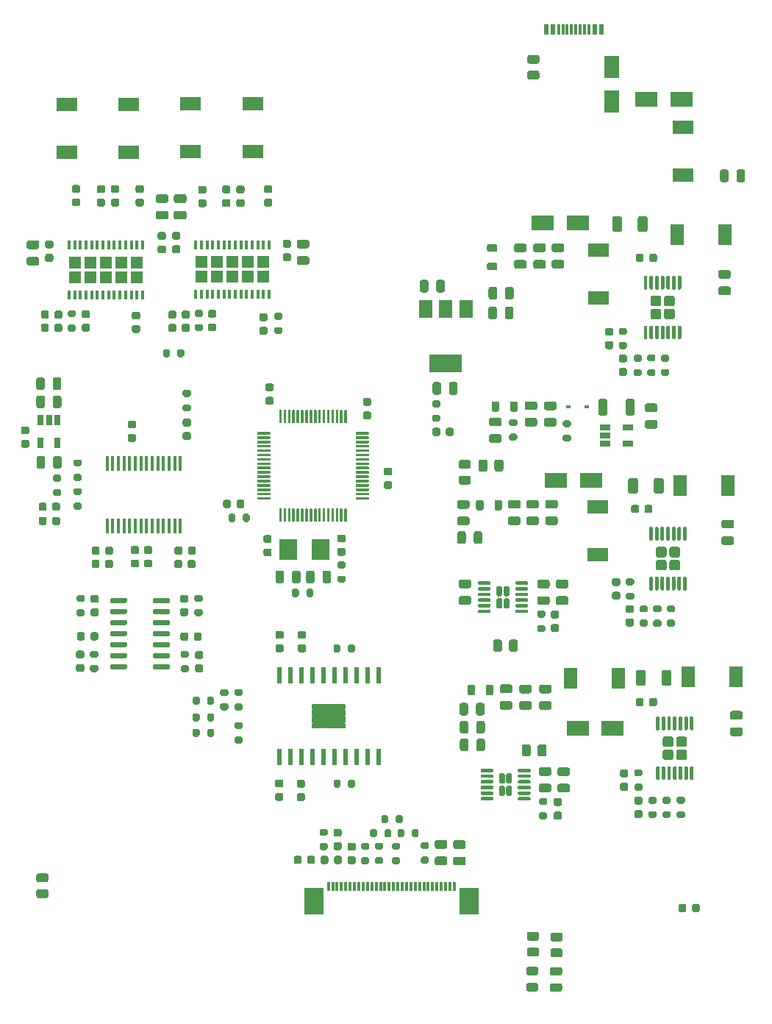
<source format=gbr>
G04 #@! TF.GenerationSoftware,KiCad,Pcbnew,5.1.9*
G04 #@! TF.CreationDate,2021-06-16T15:15:12+08:00*
G04 #@! TF.ProjectId,digital-amplifier2,64696769-7461-46c2-9d61-6d706c696669,rev?*
G04 #@! TF.SameCoordinates,Original*
G04 #@! TF.FileFunction,Paste,Top*
G04 #@! TF.FilePolarity,Positive*
%FSLAX46Y46*%
G04 Gerber Fmt 4.6, Leading zero omitted, Abs format (unit mm)*
G04 Created by KiCad (PCBNEW 5.1.9) date 2021-06-16 15:15:12*
%MOMM*%
%LPD*%
G01*
G04 APERTURE LIST*
%ADD10C,0.152400*%
%ADD11R,0.600000X0.450000*%
%ADD12R,3.810000X2.789999*%
%ADD13R,0.558000X1.969999*%
%ADD14R,2.400000X1.500000*%
%ADD15R,1.400000X1.400000*%
%ADD16R,0.400000X1.100000*%
%ADD17R,2.300000X3.100000*%
%ADD18R,0.300000X1.100000*%
%ADD19R,0.600000X1.160000*%
%ADD20R,0.300000X1.160000*%
%ADD21R,2.000000X2.400000*%
%ADD22R,0.650000X1.220000*%
%ADD23R,1.220000X0.650000*%
%ADD24R,0.450000X1.750000*%
%ADD25R,1.500000X2.000000*%
%ADD26R,3.800000X2.000000*%
%ADD27R,1.500000X2.400000*%
%ADD28R,2.500000X1.800000*%
%ADD29R,1.800000X2.500000*%
G04 APERTURE END LIST*
D10*
X137958830Y-187336970D02*
X138507800Y-187336970D01*
X138507800Y-187336970D02*
X138507800Y-187045721D01*
X138507800Y-187045721D02*
X138507800Y-187045721D01*
X138507800Y-187045721D02*
X138366379Y-186904300D01*
X138366379Y-186904300D02*
X138366379Y-186904300D01*
X138366379Y-186904300D02*
X137958830Y-186904300D01*
X137958830Y-186904300D02*
X137958830Y-187336970D01*
X138707800Y-187336970D02*
X139295200Y-187336970D01*
X139295200Y-187336970D02*
X139295200Y-187045721D01*
X139295200Y-187045721D02*
X139295200Y-187045721D01*
X139295200Y-187045721D02*
X139153779Y-186904300D01*
X139153779Y-186904300D02*
X139153779Y-186904300D01*
X139153779Y-186904300D02*
X138849221Y-186904300D01*
X138849221Y-186904300D02*
X138849221Y-186904300D01*
X138849221Y-186904300D02*
X138707800Y-187045721D01*
X138707800Y-187045721D02*
X138707800Y-187045721D01*
X138707800Y-187045721D02*
X138707800Y-187336970D01*
X139495200Y-187336970D02*
X140082600Y-187336970D01*
X140082600Y-187336970D02*
X140082600Y-187045721D01*
X140082600Y-187045721D02*
X140082600Y-187045721D01*
X140082600Y-187045721D02*
X139941179Y-186904300D01*
X139941179Y-186904300D02*
X139941179Y-186904300D01*
X139941179Y-186904300D02*
X139636621Y-186904300D01*
X139636621Y-186904300D02*
X139636621Y-186904300D01*
X139636621Y-186904300D02*
X139495200Y-187045721D01*
X139495200Y-187045721D02*
X139495200Y-187045721D01*
X139495200Y-187045721D02*
X139495200Y-187336970D01*
X140282600Y-187336970D02*
X140870000Y-187336970D01*
X140870000Y-187336970D02*
X140870000Y-187045721D01*
X140870000Y-187045721D02*
X140870000Y-187045721D01*
X140870000Y-187045721D02*
X140728579Y-186904300D01*
X140728579Y-186904300D02*
X140728579Y-186904300D01*
X140728579Y-186904300D02*
X140424021Y-186904300D01*
X140424021Y-186904300D02*
X140424021Y-186904300D01*
X140424021Y-186904300D02*
X140282600Y-187045721D01*
X140282600Y-187045721D02*
X140282600Y-187045721D01*
X140282600Y-187045721D02*
X140282600Y-187336970D01*
X141070000Y-187336970D02*
X141618970Y-187336970D01*
X141618970Y-187336970D02*
X141618970Y-186904300D01*
X141618970Y-186904300D02*
X141211421Y-186904300D01*
X141211421Y-186904300D02*
X141211421Y-186904300D01*
X141211421Y-186904300D02*
X141070000Y-187045721D01*
X141070000Y-187045721D02*
X141070000Y-187045721D01*
X141070000Y-187045721D02*
X141070000Y-187336970D01*
X137958830Y-186704300D02*
X138366379Y-186704300D01*
X138366379Y-186704300D02*
X138366379Y-186704300D01*
X138366379Y-186704300D02*
X138507800Y-186562879D01*
X138507800Y-186562879D02*
X138507800Y-186562879D01*
X138507800Y-186562879D02*
X138507800Y-186258321D01*
X138507800Y-186258321D02*
X138507800Y-186258321D01*
X138507800Y-186258321D02*
X138366379Y-186116900D01*
X138366379Y-186116900D02*
X138366379Y-186116900D01*
X138366379Y-186116900D02*
X137958830Y-186116900D01*
X137958830Y-186116900D02*
X137958830Y-186704300D01*
X138707800Y-186562879D02*
X138707800Y-186562879D01*
X138707800Y-186562879D02*
X138849221Y-186704300D01*
X138849221Y-186704300D02*
X138849221Y-186704300D01*
X138849221Y-186704300D02*
X139153779Y-186704300D01*
X139153779Y-186704300D02*
X139153779Y-186704300D01*
X139153779Y-186704300D02*
X139295200Y-186562879D01*
X139295200Y-186562879D02*
X139295200Y-186562879D01*
X139295200Y-186562879D02*
X139295200Y-186258321D01*
X139295200Y-186258321D02*
X139295200Y-186258321D01*
X139295200Y-186258321D02*
X139153779Y-186116900D01*
X139153779Y-186116900D02*
X139153779Y-186116900D01*
X139153779Y-186116900D02*
X138849221Y-186116900D01*
X138849221Y-186116900D02*
X138849221Y-186116900D01*
X138849221Y-186116900D02*
X138707800Y-186258321D01*
X138707800Y-186258321D02*
X138707800Y-186258321D01*
X138707800Y-186258321D02*
X138707800Y-186562879D01*
X139495200Y-186562879D02*
X139495200Y-186562879D01*
X139495200Y-186562879D02*
X139636621Y-186704300D01*
X139636621Y-186704300D02*
X139636621Y-186704300D01*
X139636621Y-186704300D02*
X139941179Y-186704300D01*
X139941179Y-186704300D02*
X139941179Y-186704300D01*
X139941179Y-186704300D02*
X140082600Y-186562879D01*
X140082600Y-186562879D02*
X140082600Y-186562879D01*
X140082600Y-186562879D02*
X140082600Y-186258321D01*
X140082600Y-186258321D02*
X140082600Y-186258321D01*
X140082600Y-186258321D02*
X139941179Y-186116900D01*
X139941179Y-186116900D02*
X139941179Y-186116900D01*
X139941179Y-186116900D02*
X139636621Y-186116900D01*
X139636621Y-186116900D02*
X139636621Y-186116900D01*
X139636621Y-186116900D02*
X139495200Y-186258321D01*
X139495200Y-186258321D02*
X139495200Y-186258321D01*
X139495200Y-186258321D02*
X139495200Y-186562879D01*
X140282600Y-186562879D02*
X140282600Y-186562879D01*
X140282600Y-186562879D02*
X140424021Y-186704300D01*
X140424021Y-186704300D02*
X140424021Y-186704300D01*
X140424021Y-186704300D02*
X140728579Y-186704300D01*
X140728579Y-186704300D02*
X140728579Y-186704300D01*
X140728579Y-186704300D02*
X140870000Y-186562879D01*
X140870000Y-186562879D02*
X140870000Y-186562879D01*
X140870000Y-186562879D02*
X140870000Y-186258321D01*
X140870000Y-186258321D02*
X140870000Y-186258321D01*
X140870000Y-186258321D02*
X140728579Y-186116900D01*
X140728579Y-186116900D02*
X140728579Y-186116900D01*
X140728579Y-186116900D02*
X140424021Y-186116900D01*
X140424021Y-186116900D02*
X140424021Y-186116900D01*
X140424021Y-186116900D02*
X140282600Y-186258321D01*
X140282600Y-186258321D02*
X140282600Y-186258321D01*
X140282600Y-186258321D02*
X140282600Y-186562879D01*
X141070000Y-186562879D02*
X141070000Y-186562879D01*
X141070000Y-186562879D02*
X141211421Y-186704300D01*
X141211421Y-186704300D02*
X141211421Y-186704300D01*
X141211421Y-186704300D02*
X141618970Y-186704300D01*
X141618970Y-186704300D02*
X141618970Y-186116900D01*
X141618970Y-186116900D02*
X141211421Y-186116900D01*
X141211421Y-186116900D02*
X141211421Y-186116900D01*
X141211421Y-186116900D02*
X141070000Y-186258321D01*
X141070000Y-186258321D02*
X141070000Y-186258321D01*
X141070000Y-186258321D02*
X141070000Y-186562879D01*
X137958830Y-185916900D02*
X138366379Y-185916900D01*
X138366379Y-185916900D02*
X138366379Y-185916900D01*
X138366379Y-185916900D02*
X138507800Y-185775479D01*
X138507800Y-185775479D02*
X138507800Y-185775479D01*
X138507800Y-185775479D02*
X138507800Y-185470921D01*
X138507800Y-185470921D02*
X138507800Y-185470921D01*
X138507800Y-185470921D02*
X138366379Y-185329500D01*
X138366379Y-185329500D02*
X138366379Y-185329500D01*
X138366379Y-185329500D02*
X137958830Y-185329500D01*
X137958830Y-185329500D02*
X137958830Y-185916900D01*
X138707800Y-185775479D02*
X138707800Y-185775479D01*
X138707800Y-185775479D02*
X138849221Y-185916900D01*
X138849221Y-185916900D02*
X138849221Y-185916900D01*
X138849221Y-185916900D02*
X139153779Y-185916900D01*
X139153779Y-185916900D02*
X139153779Y-185916900D01*
X139153779Y-185916900D02*
X139295200Y-185775479D01*
X139295200Y-185775479D02*
X139295200Y-185775479D01*
X139295200Y-185775479D02*
X139295200Y-185470921D01*
X139295200Y-185470921D02*
X139295200Y-185470921D01*
X139295200Y-185470921D02*
X139153779Y-185329500D01*
X139153779Y-185329500D02*
X139153779Y-185329500D01*
X139153779Y-185329500D02*
X138849221Y-185329500D01*
X138849221Y-185329500D02*
X138849221Y-185329500D01*
X138849221Y-185329500D02*
X138707800Y-185470921D01*
X138707800Y-185470921D02*
X138707800Y-185470921D01*
X138707800Y-185470921D02*
X138707800Y-185775479D01*
X139495200Y-185775479D02*
X139495200Y-185775479D01*
X139495200Y-185775479D02*
X139636621Y-185916900D01*
X139636621Y-185916900D02*
X139636621Y-185916900D01*
X139636621Y-185916900D02*
X139941179Y-185916900D01*
X139941179Y-185916900D02*
X139941179Y-185916900D01*
X139941179Y-185916900D02*
X140082600Y-185775479D01*
X140082600Y-185775479D02*
X140082600Y-185775479D01*
X140082600Y-185775479D02*
X140082600Y-185470921D01*
X140082600Y-185470921D02*
X140082600Y-185470921D01*
X140082600Y-185470921D02*
X139941179Y-185329500D01*
X139941179Y-185329500D02*
X139941179Y-185329500D01*
X139941179Y-185329500D02*
X139636621Y-185329500D01*
X139636621Y-185329500D02*
X139636621Y-185329500D01*
X139636621Y-185329500D02*
X139495200Y-185470921D01*
X139495200Y-185470921D02*
X139495200Y-185470921D01*
X139495200Y-185470921D02*
X139495200Y-185775479D01*
X140282600Y-185775479D02*
X140282600Y-185775479D01*
X140282600Y-185775479D02*
X140424021Y-185916900D01*
X140424021Y-185916900D02*
X140424021Y-185916900D01*
X140424021Y-185916900D02*
X140728579Y-185916900D01*
X140728579Y-185916900D02*
X140728579Y-185916900D01*
X140728579Y-185916900D02*
X140870000Y-185775479D01*
X140870000Y-185775479D02*
X140870000Y-185775479D01*
X140870000Y-185775479D02*
X140870000Y-185470921D01*
X140870000Y-185470921D02*
X140870000Y-185470921D01*
X140870000Y-185470921D02*
X140728579Y-185329500D01*
X140728579Y-185329500D02*
X140728579Y-185329500D01*
X140728579Y-185329500D02*
X140424021Y-185329500D01*
X140424021Y-185329500D02*
X140424021Y-185329500D01*
X140424021Y-185329500D02*
X140282600Y-185470921D01*
X140282600Y-185470921D02*
X140282600Y-185470921D01*
X140282600Y-185470921D02*
X140282600Y-185775479D01*
X141070000Y-185775479D02*
X141070000Y-185775479D01*
X141070000Y-185775479D02*
X141211421Y-185916900D01*
X141211421Y-185916900D02*
X141211421Y-185916900D01*
X141211421Y-185916900D02*
X141618970Y-185916900D01*
X141618970Y-185916900D02*
X141618970Y-185329500D01*
X141618970Y-185329500D02*
X141211421Y-185329500D01*
X141211421Y-185329500D02*
X141211421Y-185329500D01*
X141211421Y-185329500D02*
X141070000Y-185470921D01*
X141070000Y-185470921D02*
X141070000Y-185470921D01*
X141070000Y-185470921D02*
X141070000Y-185775479D01*
X137958830Y-185129500D02*
X138366379Y-185129500D01*
X138366379Y-185129500D02*
X138366379Y-185129500D01*
X138366379Y-185129500D02*
X138507800Y-184988079D01*
X138507800Y-184988079D02*
X138507800Y-184988079D01*
X138507800Y-184988079D02*
X138507800Y-184696830D01*
X138507800Y-184696830D02*
X137958830Y-184696830D01*
X137958830Y-184696830D02*
X137958830Y-185129500D01*
X138707800Y-184988079D02*
X138707800Y-184988079D01*
X138707800Y-184988079D02*
X138849221Y-185129500D01*
X138849221Y-185129500D02*
X138849221Y-185129500D01*
X138849221Y-185129500D02*
X139153779Y-185129500D01*
X139153779Y-185129500D02*
X139153779Y-185129500D01*
X139153779Y-185129500D02*
X139295200Y-184988079D01*
X139295200Y-184988079D02*
X139295200Y-184988079D01*
X139295200Y-184988079D02*
X139295200Y-184696830D01*
X139295200Y-184696830D02*
X138707800Y-184696830D01*
X138707800Y-184696830D02*
X138707800Y-184988079D01*
X139495200Y-184988079D02*
X139495200Y-184988079D01*
X139495200Y-184988079D02*
X139636621Y-185129500D01*
X139636621Y-185129500D02*
X139636621Y-185129500D01*
X139636621Y-185129500D02*
X139941179Y-185129500D01*
X139941179Y-185129500D02*
X139941179Y-185129500D01*
X139941179Y-185129500D02*
X140082600Y-184988079D01*
X140082600Y-184988079D02*
X140082600Y-184988079D01*
X140082600Y-184988079D02*
X140082600Y-184696830D01*
X140082600Y-184696830D02*
X139495200Y-184696830D01*
X139495200Y-184696830D02*
X139495200Y-184988079D01*
X140282600Y-184988079D02*
X140282600Y-184988079D01*
X140282600Y-184988079D02*
X140424021Y-185129500D01*
X140424021Y-185129500D02*
X140424021Y-185129500D01*
X140424021Y-185129500D02*
X140728579Y-185129500D01*
X140728579Y-185129500D02*
X140728579Y-185129500D01*
X140728579Y-185129500D02*
X140870000Y-184988079D01*
X140870000Y-184988079D02*
X140870000Y-184988079D01*
X140870000Y-184988079D02*
X140870000Y-184696830D01*
X140870000Y-184696830D02*
X140282600Y-184696830D01*
X140282600Y-184696830D02*
X140282600Y-184988079D01*
X141070000Y-184988079D02*
X141070000Y-184988079D01*
X141070000Y-184988079D02*
X141211421Y-185129500D01*
X141211421Y-185129500D02*
X141211421Y-185129500D01*
X141211421Y-185129500D02*
X141618970Y-185129500D01*
X141618970Y-185129500D02*
X141618970Y-184696830D01*
X141618970Y-184696830D02*
X141070000Y-184696830D01*
X141070000Y-184696830D02*
X141070000Y-184988079D01*
G36*
G01*
X123194000Y-153360000D02*
X123694000Y-153360000D01*
G75*
G02*
X123919000Y-153585000I0J-225000D01*
G01*
X123919000Y-154035000D01*
G75*
G02*
X123694000Y-154260000I-225000J0D01*
G01*
X123194000Y-154260000D01*
G75*
G02*
X122969000Y-154035000I0J225000D01*
G01*
X122969000Y-153585000D01*
G75*
G02*
X123194000Y-153360000I225000J0D01*
G01*
G37*
G36*
G01*
X123194000Y-151810000D02*
X123694000Y-151810000D01*
G75*
G02*
X123919000Y-152035000I0J-225000D01*
G01*
X123919000Y-152485000D01*
G75*
G02*
X123694000Y-152710000I-225000J0D01*
G01*
X123194000Y-152710000D01*
G75*
G02*
X122969000Y-152485000I0J225000D01*
G01*
X122969000Y-152035000D01*
G75*
G02*
X123194000Y-151810000I225000J0D01*
G01*
G37*
G36*
G01*
X160212000Y-195061500D02*
X160212000Y-194216500D01*
G75*
G02*
X160384500Y-194044000I172500J0D01*
G01*
X160729500Y-194044000D01*
G75*
G02*
X160902000Y-194216500I0J-172500D01*
G01*
X160902000Y-195061500D01*
G75*
G02*
X160729500Y-195234000I-172500J0D01*
G01*
X160384500Y-195234000D01*
G75*
G02*
X160212000Y-195061500I0J172500D01*
G01*
G37*
G36*
G01*
X160212000Y-193641500D02*
X160212000Y-192796500D01*
G75*
G02*
X160384500Y-192624000I172500J0D01*
G01*
X160729500Y-192624000D01*
G75*
G02*
X160902000Y-192796500I0J-172500D01*
G01*
X160902000Y-193641500D01*
G75*
G02*
X160729500Y-193814000I-172500J0D01*
G01*
X160384500Y-193814000D01*
G75*
G02*
X160212000Y-193641500I0J172500D01*
G01*
G37*
G36*
G01*
X159392000Y-195061500D02*
X159392000Y-194216500D01*
G75*
G02*
X159564500Y-194044000I172500J0D01*
G01*
X159909500Y-194044000D01*
G75*
G02*
X160082000Y-194216500I0J-172500D01*
G01*
X160082000Y-195061500D01*
G75*
G02*
X159909500Y-195234000I-172500J0D01*
G01*
X159564500Y-195234000D01*
G75*
G02*
X159392000Y-195061500I0J172500D01*
G01*
G37*
G36*
G01*
X159392000Y-193641500D02*
X159392000Y-192796500D01*
G75*
G02*
X159564500Y-192624000I172500J0D01*
G01*
X159909500Y-192624000D01*
G75*
G02*
X160082000Y-192796500I0J-172500D01*
G01*
X160082000Y-193641500D01*
G75*
G02*
X159909500Y-193814000I-172500J0D01*
G01*
X159564500Y-193814000D01*
G75*
G02*
X159392000Y-193641500I0J172500D01*
G01*
G37*
G36*
G01*
X161572000Y-192404000D02*
X161572000Y-192204000D01*
G75*
G02*
X161672000Y-192104000I100000J0D01*
G01*
X162922000Y-192104000D01*
G75*
G02*
X163022000Y-192204000I0J-100000D01*
G01*
X163022000Y-192404000D01*
G75*
G02*
X162922000Y-192504000I-100000J0D01*
G01*
X161672000Y-192504000D01*
G75*
G02*
X161572000Y-192404000I0J100000D01*
G01*
G37*
G36*
G01*
X161572000Y-193054000D02*
X161572000Y-192854000D01*
G75*
G02*
X161672000Y-192754000I100000J0D01*
G01*
X162922000Y-192754000D01*
G75*
G02*
X163022000Y-192854000I0J-100000D01*
G01*
X163022000Y-193054000D01*
G75*
G02*
X162922000Y-193154000I-100000J0D01*
G01*
X161672000Y-193154000D01*
G75*
G02*
X161572000Y-193054000I0J100000D01*
G01*
G37*
G36*
G01*
X161572000Y-193704000D02*
X161572000Y-193504000D01*
G75*
G02*
X161672000Y-193404000I100000J0D01*
G01*
X162922000Y-193404000D01*
G75*
G02*
X163022000Y-193504000I0J-100000D01*
G01*
X163022000Y-193704000D01*
G75*
G02*
X162922000Y-193804000I-100000J0D01*
G01*
X161672000Y-193804000D01*
G75*
G02*
X161572000Y-193704000I0J100000D01*
G01*
G37*
G36*
G01*
X161572000Y-194354000D02*
X161572000Y-194154000D01*
G75*
G02*
X161672000Y-194054000I100000J0D01*
G01*
X162922000Y-194054000D01*
G75*
G02*
X163022000Y-194154000I0J-100000D01*
G01*
X163022000Y-194354000D01*
G75*
G02*
X162922000Y-194454000I-100000J0D01*
G01*
X161672000Y-194454000D01*
G75*
G02*
X161572000Y-194354000I0J100000D01*
G01*
G37*
G36*
G01*
X161572000Y-195004000D02*
X161572000Y-194804000D01*
G75*
G02*
X161672000Y-194704000I100000J0D01*
G01*
X162922000Y-194704000D01*
G75*
G02*
X163022000Y-194804000I0J-100000D01*
G01*
X163022000Y-195004000D01*
G75*
G02*
X162922000Y-195104000I-100000J0D01*
G01*
X161672000Y-195104000D01*
G75*
G02*
X161572000Y-195004000I0J100000D01*
G01*
G37*
G36*
G01*
X161572000Y-195654000D02*
X161572000Y-195454000D01*
G75*
G02*
X161672000Y-195354000I100000J0D01*
G01*
X162922000Y-195354000D01*
G75*
G02*
X163022000Y-195454000I0J-100000D01*
G01*
X163022000Y-195654000D01*
G75*
G02*
X162922000Y-195754000I-100000J0D01*
G01*
X161672000Y-195754000D01*
G75*
G02*
X161572000Y-195654000I0J100000D01*
G01*
G37*
G36*
G01*
X157272000Y-195654000D02*
X157272000Y-195454000D01*
G75*
G02*
X157372000Y-195354000I100000J0D01*
G01*
X158622000Y-195354000D01*
G75*
G02*
X158722000Y-195454000I0J-100000D01*
G01*
X158722000Y-195654000D01*
G75*
G02*
X158622000Y-195754000I-100000J0D01*
G01*
X157372000Y-195754000D01*
G75*
G02*
X157272000Y-195654000I0J100000D01*
G01*
G37*
G36*
G01*
X157272000Y-195004000D02*
X157272000Y-194804000D01*
G75*
G02*
X157372000Y-194704000I100000J0D01*
G01*
X158622000Y-194704000D01*
G75*
G02*
X158722000Y-194804000I0J-100000D01*
G01*
X158722000Y-195004000D01*
G75*
G02*
X158622000Y-195104000I-100000J0D01*
G01*
X157372000Y-195104000D01*
G75*
G02*
X157272000Y-195004000I0J100000D01*
G01*
G37*
G36*
G01*
X157272000Y-194354000D02*
X157272000Y-194154000D01*
G75*
G02*
X157372000Y-194054000I100000J0D01*
G01*
X158622000Y-194054000D01*
G75*
G02*
X158722000Y-194154000I0J-100000D01*
G01*
X158722000Y-194354000D01*
G75*
G02*
X158622000Y-194454000I-100000J0D01*
G01*
X157372000Y-194454000D01*
G75*
G02*
X157272000Y-194354000I0J100000D01*
G01*
G37*
G36*
G01*
X157272000Y-193704000D02*
X157272000Y-193504000D01*
G75*
G02*
X157372000Y-193404000I100000J0D01*
G01*
X158622000Y-193404000D01*
G75*
G02*
X158722000Y-193504000I0J-100000D01*
G01*
X158722000Y-193704000D01*
G75*
G02*
X158622000Y-193804000I-100000J0D01*
G01*
X157372000Y-193804000D01*
G75*
G02*
X157272000Y-193704000I0J100000D01*
G01*
G37*
G36*
G01*
X157272000Y-193054000D02*
X157272000Y-192854000D01*
G75*
G02*
X157372000Y-192754000I100000J0D01*
G01*
X158622000Y-192754000D01*
G75*
G02*
X158722000Y-192854000I0J-100000D01*
G01*
X158722000Y-193054000D01*
G75*
G02*
X158622000Y-193154000I-100000J0D01*
G01*
X157372000Y-193154000D01*
G75*
G02*
X157272000Y-193054000I0J100000D01*
G01*
G37*
G36*
G01*
X157272000Y-192404000D02*
X157272000Y-192204000D01*
G75*
G02*
X157372000Y-192104000I100000J0D01*
G01*
X158622000Y-192104000D01*
G75*
G02*
X158722000Y-192204000I0J-100000D01*
G01*
X158722000Y-192404000D01*
G75*
G02*
X158622000Y-192504000I-100000J0D01*
G01*
X157372000Y-192504000D01*
G75*
G02*
X157272000Y-192404000I0J100000D01*
G01*
G37*
G36*
G01*
X159922440Y-173496900D02*
X159922440Y-172651900D01*
G75*
G02*
X160094940Y-172479400I172500J0D01*
G01*
X160439940Y-172479400D01*
G75*
G02*
X160612440Y-172651900I0J-172500D01*
G01*
X160612440Y-173496900D01*
G75*
G02*
X160439940Y-173669400I-172500J0D01*
G01*
X160094940Y-173669400D01*
G75*
G02*
X159922440Y-173496900I0J172500D01*
G01*
G37*
G36*
G01*
X159922440Y-172076900D02*
X159922440Y-171231900D01*
G75*
G02*
X160094940Y-171059400I172500J0D01*
G01*
X160439940Y-171059400D01*
G75*
G02*
X160612440Y-171231900I0J-172500D01*
G01*
X160612440Y-172076900D01*
G75*
G02*
X160439940Y-172249400I-172500J0D01*
G01*
X160094940Y-172249400D01*
G75*
G02*
X159922440Y-172076900I0J172500D01*
G01*
G37*
G36*
G01*
X159102440Y-173496900D02*
X159102440Y-172651900D01*
G75*
G02*
X159274940Y-172479400I172500J0D01*
G01*
X159619940Y-172479400D01*
G75*
G02*
X159792440Y-172651900I0J-172500D01*
G01*
X159792440Y-173496900D01*
G75*
G02*
X159619940Y-173669400I-172500J0D01*
G01*
X159274940Y-173669400D01*
G75*
G02*
X159102440Y-173496900I0J172500D01*
G01*
G37*
G36*
G01*
X159102440Y-172076900D02*
X159102440Y-171231900D01*
G75*
G02*
X159274940Y-171059400I172500J0D01*
G01*
X159619940Y-171059400D01*
G75*
G02*
X159792440Y-171231900I0J-172500D01*
G01*
X159792440Y-172076900D01*
G75*
G02*
X159619940Y-172249400I-172500J0D01*
G01*
X159274940Y-172249400D01*
G75*
G02*
X159102440Y-172076900I0J172500D01*
G01*
G37*
G36*
G01*
X161282440Y-170839400D02*
X161282440Y-170639400D01*
G75*
G02*
X161382440Y-170539400I100000J0D01*
G01*
X162632440Y-170539400D01*
G75*
G02*
X162732440Y-170639400I0J-100000D01*
G01*
X162732440Y-170839400D01*
G75*
G02*
X162632440Y-170939400I-100000J0D01*
G01*
X161382440Y-170939400D01*
G75*
G02*
X161282440Y-170839400I0J100000D01*
G01*
G37*
G36*
G01*
X161282440Y-171489400D02*
X161282440Y-171289400D01*
G75*
G02*
X161382440Y-171189400I100000J0D01*
G01*
X162632440Y-171189400D01*
G75*
G02*
X162732440Y-171289400I0J-100000D01*
G01*
X162732440Y-171489400D01*
G75*
G02*
X162632440Y-171589400I-100000J0D01*
G01*
X161382440Y-171589400D01*
G75*
G02*
X161282440Y-171489400I0J100000D01*
G01*
G37*
G36*
G01*
X161282440Y-172139400D02*
X161282440Y-171939400D01*
G75*
G02*
X161382440Y-171839400I100000J0D01*
G01*
X162632440Y-171839400D01*
G75*
G02*
X162732440Y-171939400I0J-100000D01*
G01*
X162732440Y-172139400D01*
G75*
G02*
X162632440Y-172239400I-100000J0D01*
G01*
X161382440Y-172239400D01*
G75*
G02*
X161282440Y-172139400I0J100000D01*
G01*
G37*
G36*
G01*
X161282440Y-172789400D02*
X161282440Y-172589400D01*
G75*
G02*
X161382440Y-172489400I100000J0D01*
G01*
X162632440Y-172489400D01*
G75*
G02*
X162732440Y-172589400I0J-100000D01*
G01*
X162732440Y-172789400D01*
G75*
G02*
X162632440Y-172889400I-100000J0D01*
G01*
X161382440Y-172889400D01*
G75*
G02*
X161282440Y-172789400I0J100000D01*
G01*
G37*
G36*
G01*
X161282440Y-173439400D02*
X161282440Y-173239400D01*
G75*
G02*
X161382440Y-173139400I100000J0D01*
G01*
X162632440Y-173139400D01*
G75*
G02*
X162732440Y-173239400I0J-100000D01*
G01*
X162732440Y-173439400D01*
G75*
G02*
X162632440Y-173539400I-100000J0D01*
G01*
X161382440Y-173539400D01*
G75*
G02*
X161282440Y-173439400I0J100000D01*
G01*
G37*
G36*
G01*
X161282440Y-174089400D02*
X161282440Y-173889400D01*
G75*
G02*
X161382440Y-173789400I100000J0D01*
G01*
X162632440Y-173789400D01*
G75*
G02*
X162732440Y-173889400I0J-100000D01*
G01*
X162732440Y-174089400D01*
G75*
G02*
X162632440Y-174189400I-100000J0D01*
G01*
X161382440Y-174189400D01*
G75*
G02*
X161282440Y-174089400I0J100000D01*
G01*
G37*
G36*
G01*
X156982440Y-174089400D02*
X156982440Y-173889400D01*
G75*
G02*
X157082440Y-173789400I100000J0D01*
G01*
X158332440Y-173789400D01*
G75*
G02*
X158432440Y-173889400I0J-100000D01*
G01*
X158432440Y-174089400D01*
G75*
G02*
X158332440Y-174189400I-100000J0D01*
G01*
X157082440Y-174189400D01*
G75*
G02*
X156982440Y-174089400I0J100000D01*
G01*
G37*
G36*
G01*
X156982440Y-173439400D02*
X156982440Y-173239400D01*
G75*
G02*
X157082440Y-173139400I100000J0D01*
G01*
X158332440Y-173139400D01*
G75*
G02*
X158432440Y-173239400I0J-100000D01*
G01*
X158432440Y-173439400D01*
G75*
G02*
X158332440Y-173539400I-100000J0D01*
G01*
X157082440Y-173539400D01*
G75*
G02*
X156982440Y-173439400I0J100000D01*
G01*
G37*
G36*
G01*
X156982440Y-172789400D02*
X156982440Y-172589400D01*
G75*
G02*
X157082440Y-172489400I100000J0D01*
G01*
X158332440Y-172489400D01*
G75*
G02*
X158432440Y-172589400I0J-100000D01*
G01*
X158432440Y-172789400D01*
G75*
G02*
X158332440Y-172889400I-100000J0D01*
G01*
X157082440Y-172889400D01*
G75*
G02*
X156982440Y-172789400I0J100000D01*
G01*
G37*
G36*
G01*
X156982440Y-172139400D02*
X156982440Y-171939400D01*
G75*
G02*
X157082440Y-171839400I100000J0D01*
G01*
X158332440Y-171839400D01*
G75*
G02*
X158432440Y-171939400I0J-100000D01*
G01*
X158432440Y-172139400D01*
G75*
G02*
X158332440Y-172239400I-100000J0D01*
G01*
X157082440Y-172239400D01*
G75*
G02*
X156982440Y-172139400I0J100000D01*
G01*
G37*
G36*
G01*
X156982440Y-171489400D02*
X156982440Y-171289400D01*
G75*
G02*
X157082440Y-171189400I100000J0D01*
G01*
X158332440Y-171189400D01*
G75*
G02*
X158432440Y-171289400I0J-100000D01*
G01*
X158432440Y-171489400D01*
G75*
G02*
X158332440Y-171589400I-100000J0D01*
G01*
X157082440Y-171589400D01*
G75*
G02*
X156982440Y-171489400I0J100000D01*
G01*
G37*
G36*
G01*
X156982440Y-170839400D02*
X156982440Y-170639400D01*
G75*
G02*
X157082440Y-170539400I100000J0D01*
G01*
X158332440Y-170539400D01*
G75*
G02*
X158432440Y-170639400I0J-100000D01*
G01*
X158432440Y-170839400D01*
G75*
G02*
X158332440Y-170939400I-100000J0D01*
G01*
X157082440Y-170939400D01*
G75*
G02*
X156982440Y-170839400I0J100000D01*
G01*
G37*
G36*
G01*
X153281260Y-153577100D02*
X153281260Y-153077100D01*
G75*
G02*
X153506260Y-152852100I225000J0D01*
G01*
X153956260Y-152852100D01*
G75*
G02*
X154181260Y-153077100I0J-225000D01*
G01*
X154181260Y-153577100D01*
G75*
G02*
X153956260Y-153802100I-225000J0D01*
G01*
X153506260Y-153802100D01*
G75*
G02*
X153281260Y-153577100I0J225000D01*
G01*
G37*
G36*
G01*
X151731260Y-153577100D02*
X151731260Y-153077100D01*
G75*
G02*
X151956260Y-152852100I225000J0D01*
G01*
X152406260Y-152852100D01*
G75*
G02*
X152631260Y-153077100I0J-225000D01*
G01*
X152631260Y-153577100D01*
G75*
G02*
X152406260Y-153802100I-225000J0D01*
G01*
X151956260Y-153802100D01*
G75*
G02*
X151731260Y-153577100I0J225000D01*
G01*
G37*
G36*
G01*
X139472080Y-199805240D02*
X138922080Y-199805240D01*
G75*
G02*
X138722080Y-199605240I0J200000D01*
G01*
X138722080Y-199205240D01*
G75*
G02*
X138922080Y-199005240I200000J0D01*
G01*
X139472080Y-199005240D01*
G75*
G02*
X139672080Y-199205240I0J-200000D01*
G01*
X139672080Y-199605240D01*
G75*
G02*
X139472080Y-199805240I-200000J0D01*
G01*
G37*
G36*
G01*
X139472080Y-201455240D02*
X138922080Y-201455240D01*
G75*
G02*
X138722080Y-201255240I0J200000D01*
G01*
X138722080Y-200855240D01*
G75*
G02*
X138922080Y-200655240I200000J0D01*
G01*
X139472080Y-200655240D01*
G75*
G02*
X139672080Y-200855240I0J-200000D01*
G01*
X139672080Y-201255240D01*
G75*
G02*
X139472080Y-201455240I-200000J0D01*
G01*
G37*
G36*
G01*
X145340520Y-199242000D02*
X145340520Y-199792000D01*
G75*
G02*
X145140520Y-199992000I-200000J0D01*
G01*
X144740520Y-199992000D01*
G75*
G02*
X144540520Y-199792000I0J200000D01*
G01*
X144540520Y-199242000D01*
G75*
G02*
X144740520Y-199042000I200000J0D01*
G01*
X145140520Y-199042000D01*
G75*
G02*
X145340520Y-199242000I0J-200000D01*
G01*
G37*
G36*
G01*
X146990520Y-199242000D02*
X146990520Y-199792000D01*
G75*
G02*
X146790520Y-199992000I-200000J0D01*
G01*
X146390520Y-199992000D01*
G75*
G02*
X146190520Y-199792000I0J200000D01*
G01*
X146190520Y-199242000D01*
G75*
G02*
X146390520Y-199042000I200000J0D01*
G01*
X146790520Y-199042000D01*
G75*
G02*
X146990520Y-199242000I0J-200000D01*
G01*
G37*
G36*
G01*
X145287320Y-202258480D02*
X145837320Y-202258480D01*
G75*
G02*
X146037320Y-202458480I0J-200000D01*
G01*
X146037320Y-202858480D01*
G75*
G02*
X145837320Y-203058480I-200000J0D01*
G01*
X145287320Y-203058480D01*
G75*
G02*
X145087320Y-202858480I0J200000D01*
G01*
X145087320Y-202458480D01*
G75*
G02*
X145287320Y-202258480I200000J0D01*
G01*
G37*
G36*
G01*
X145287320Y-200608480D02*
X145837320Y-200608480D01*
G75*
G02*
X146037320Y-200808480I0J-200000D01*
G01*
X146037320Y-201208480D01*
G75*
G02*
X145837320Y-201408480I-200000J0D01*
G01*
X145287320Y-201408480D01*
G75*
G02*
X145087320Y-201208480I0J200000D01*
G01*
X145087320Y-200808480D01*
G75*
G02*
X145287320Y-200608480I200000J0D01*
G01*
G37*
G36*
G01*
X143717600Y-202273720D02*
X144267600Y-202273720D01*
G75*
G02*
X144467600Y-202473720I0J-200000D01*
G01*
X144467600Y-202873720D01*
G75*
G02*
X144267600Y-203073720I-200000J0D01*
G01*
X143717600Y-203073720D01*
G75*
G02*
X143517600Y-202873720I0J200000D01*
G01*
X143517600Y-202473720D01*
G75*
G02*
X143717600Y-202273720I200000J0D01*
G01*
G37*
G36*
G01*
X143717600Y-200623720D02*
X144267600Y-200623720D01*
G75*
G02*
X144467600Y-200823720I0J-200000D01*
G01*
X144467600Y-201223720D01*
G75*
G02*
X144267600Y-201423720I-200000J0D01*
G01*
X143717600Y-201423720D01*
G75*
G02*
X143517600Y-201223720I0J200000D01*
G01*
X143517600Y-200823720D01*
G75*
G02*
X143717600Y-200623720I200000J0D01*
G01*
G37*
G36*
G01*
X147268520Y-202263560D02*
X147818520Y-202263560D01*
G75*
G02*
X148018520Y-202463560I0J-200000D01*
G01*
X148018520Y-202863560D01*
G75*
G02*
X147818520Y-203063560I-200000J0D01*
G01*
X147268520Y-203063560D01*
G75*
G02*
X147068520Y-202863560I0J200000D01*
G01*
X147068520Y-202463560D01*
G75*
G02*
X147268520Y-202263560I200000J0D01*
G01*
G37*
G36*
G01*
X147268520Y-200613560D02*
X147818520Y-200613560D01*
G75*
G02*
X148018520Y-200813560I0J-200000D01*
G01*
X148018520Y-201213560D01*
G75*
G02*
X147818520Y-201413560I-200000J0D01*
G01*
X147268520Y-201413560D01*
G75*
G02*
X147068520Y-201213560I0J200000D01*
G01*
X147068520Y-200813560D01*
G75*
G02*
X147268520Y-200613560I200000J0D01*
G01*
G37*
G36*
G01*
X150585760Y-202207680D02*
X151135760Y-202207680D01*
G75*
G02*
X151335760Y-202407680I0J-200000D01*
G01*
X151335760Y-202807680D01*
G75*
G02*
X151135760Y-203007680I-200000J0D01*
G01*
X150585760Y-203007680D01*
G75*
G02*
X150385760Y-202807680I0J200000D01*
G01*
X150385760Y-202407680D01*
G75*
G02*
X150585760Y-202207680I200000J0D01*
G01*
G37*
G36*
G01*
X150585760Y-200557680D02*
X151135760Y-200557680D01*
G75*
G02*
X151335760Y-200757680I0J-200000D01*
G01*
X151335760Y-201157680D01*
G75*
G02*
X151135760Y-201357680I-200000J0D01*
G01*
X150585760Y-201357680D01*
G75*
G02*
X150385760Y-201157680I0J200000D01*
G01*
X150385760Y-200757680D01*
G75*
G02*
X150585760Y-200557680I200000J0D01*
G01*
G37*
G36*
G01*
X141057440Y-199903200D02*
X140557440Y-199903200D01*
G75*
G02*
X140332440Y-199678200I0J225000D01*
G01*
X140332440Y-199228200D01*
G75*
G02*
X140557440Y-199003200I225000J0D01*
G01*
X141057440Y-199003200D01*
G75*
G02*
X141282440Y-199228200I0J-225000D01*
G01*
X141282440Y-199678200D01*
G75*
G02*
X141057440Y-199903200I-225000J0D01*
G01*
G37*
G36*
G01*
X141057440Y-201453200D02*
X140557440Y-201453200D01*
G75*
G02*
X140332440Y-201228200I0J225000D01*
G01*
X140332440Y-200778200D01*
G75*
G02*
X140557440Y-200553200I225000J0D01*
G01*
X141057440Y-200553200D01*
G75*
G02*
X141282440Y-200778200I0J-225000D01*
G01*
X141282440Y-201228200D01*
G75*
G02*
X141057440Y-201453200I-225000J0D01*
G01*
G37*
G36*
G01*
X136662280Y-202335320D02*
X136662280Y-202835320D01*
G75*
G02*
X136437280Y-203060320I-225000J0D01*
G01*
X135987280Y-203060320D01*
G75*
G02*
X135762280Y-202835320I0J225000D01*
G01*
X135762280Y-202335320D01*
G75*
G02*
X135987280Y-202110320I225000J0D01*
G01*
X136437280Y-202110320D01*
G75*
G02*
X136662280Y-202335320I0J-225000D01*
G01*
G37*
G36*
G01*
X138212280Y-202335320D02*
X138212280Y-202835320D01*
G75*
G02*
X137987280Y-203060320I-225000J0D01*
G01*
X137537280Y-203060320D01*
G75*
G02*
X137312280Y-202835320I0J225000D01*
G01*
X137312280Y-202335320D01*
G75*
G02*
X137537280Y-202110320I225000J0D01*
G01*
X137987280Y-202110320D01*
G75*
G02*
X138212280Y-202335320I0J-225000D01*
G01*
G37*
G36*
G01*
X140398380Y-202842940D02*
X140398380Y-202342940D01*
G75*
G02*
X140623380Y-202117940I225000J0D01*
G01*
X141073380Y-202117940D01*
G75*
G02*
X141298380Y-202342940I0J-225000D01*
G01*
X141298380Y-202842940D01*
G75*
G02*
X141073380Y-203067940I-225000J0D01*
G01*
X140623380Y-203067940D01*
G75*
G02*
X140398380Y-202842940I0J225000D01*
G01*
G37*
G36*
G01*
X138848380Y-202842940D02*
X138848380Y-202342940D01*
G75*
G02*
X139073380Y-202117940I225000J0D01*
G01*
X139523380Y-202117940D01*
G75*
G02*
X139748380Y-202342940I0J-225000D01*
G01*
X139748380Y-202842940D01*
G75*
G02*
X139523380Y-203067940I-225000J0D01*
G01*
X139073380Y-203067940D01*
G75*
G02*
X138848380Y-202842940I0J225000D01*
G01*
G37*
D11*
X169492640Y-150434040D03*
X167392640Y-150434040D03*
G36*
G01*
X111146000Y-157309000D02*
X110596000Y-157309000D01*
G75*
G02*
X110396000Y-157109000I0J200000D01*
G01*
X110396000Y-156709000D01*
G75*
G02*
X110596000Y-156509000I200000J0D01*
G01*
X111146000Y-156509000D01*
G75*
G02*
X111346000Y-156709000I0J-200000D01*
G01*
X111346000Y-157109000D01*
G75*
G02*
X111146000Y-157309000I-200000J0D01*
G01*
G37*
G36*
G01*
X111146000Y-158959000D02*
X110596000Y-158959000D01*
G75*
G02*
X110396000Y-158759000I0J200000D01*
G01*
X110396000Y-158359000D01*
G75*
G02*
X110596000Y-158159000I200000J0D01*
G01*
X111146000Y-158159000D01*
G75*
G02*
X111346000Y-158359000I0J-200000D01*
G01*
X111346000Y-158759000D01*
G75*
G02*
X111146000Y-158959000I-200000J0D01*
G01*
G37*
G36*
G01*
X133710000Y-141262920D02*
X134260000Y-141262920D01*
G75*
G02*
X134460000Y-141462920I0J-200000D01*
G01*
X134460000Y-141862920D01*
G75*
G02*
X134260000Y-142062920I-200000J0D01*
G01*
X133710000Y-142062920D01*
G75*
G02*
X133510000Y-141862920I0J200000D01*
G01*
X133510000Y-141462920D01*
G75*
G02*
X133710000Y-141262920I200000J0D01*
G01*
G37*
G36*
G01*
X133710000Y-139612920D02*
X134260000Y-139612920D01*
G75*
G02*
X134460000Y-139812920I0J-200000D01*
G01*
X134460000Y-140212920D01*
G75*
G02*
X134260000Y-140412920I-200000J0D01*
G01*
X133710000Y-140412920D01*
G75*
G02*
X133510000Y-140212920I0J200000D01*
G01*
X133510000Y-139812920D01*
G75*
G02*
X133710000Y-139612920I200000J0D01*
G01*
G37*
G36*
G01*
X126115000Y-140832720D02*
X126615000Y-140832720D01*
G75*
G02*
X126840000Y-141057720I0J-225000D01*
G01*
X126840000Y-141507720D01*
G75*
G02*
X126615000Y-141732720I-225000J0D01*
G01*
X126115000Y-141732720D01*
G75*
G02*
X125890000Y-141507720I0J225000D01*
G01*
X125890000Y-141057720D01*
G75*
G02*
X126115000Y-140832720I225000J0D01*
G01*
G37*
G36*
G01*
X126115000Y-139282720D02*
X126615000Y-139282720D01*
G75*
G02*
X126840000Y-139507720I0J-225000D01*
G01*
X126840000Y-139957720D01*
G75*
G02*
X126615000Y-140182720I-225000J0D01*
G01*
X126115000Y-140182720D01*
G75*
G02*
X125890000Y-139957720I0J225000D01*
G01*
X125890000Y-139507720D01*
G75*
G02*
X126115000Y-139282720I225000J0D01*
G01*
G37*
G36*
G01*
X132012880Y-141228960D02*
X132512880Y-141228960D01*
G75*
G02*
X132737880Y-141453960I0J-225000D01*
G01*
X132737880Y-141903960D01*
G75*
G02*
X132512880Y-142128960I-225000J0D01*
G01*
X132012880Y-142128960D01*
G75*
G02*
X131787880Y-141903960I0J225000D01*
G01*
X131787880Y-141453960D01*
G75*
G02*
X132012880Y-141228960I225000J0D01*
G01*
G37*
G36*
G01*
X132012880Y-139678960D02*
X132512880Y-139678960D01*
G75*
G02*
X132737880Y-139903960I0J-225000D01*
G01*
X132737880Y-140353960D01*
G75*
G02*
X132512880Y-140578960I-225000J0D01*
G01*
X132012880Y-140578960D01*
G75*
G02*
X131787880Y-140353960I0J225000D01*
G01*
X131787880Y-139903960D01*
G75*
G02*
X132012880Y-139678960I225000J0D01*
G01*
G37*
G36*
G01*
X111565880Y-140883520D02*
X112065880Y-140883520D01*
G75*
G02*
X112290880Y-141108520I0J-225000D01*
G01*
X112290880Y-141558520D01*
G75*
G02*
X112065880Y-141783520I-225000J0D01*
G01*
X111565880Y-141783520D01*
G75*
G02*
X111340880Y-141558520I0J225000D01*
G01*
X111340880Y-141108520D01*
G75*
G02*
X111565880Y-140883520I225000J0D01*
G01*
G37*
G36*
G01*
X111565880Y-139333520D02*
X112065880Y-139333520D01*
G75*
G02*
X112290880Y-139558520I0J-225000D01*
G01*
X112290880Y-140008520D01*
G75*
G02*
X112065880Y-140233520I-225000J0D01*
G01*
X111565880Y-140233520D01*
G75*
G02*
X111340880Y-140008520I0J225000D01*
G01*
X111340880Y-139558520D01*
G75*
G02*
X111565880Y-139333520I225000J0D01*
G01*
G37*
G36*
G01*
X117352000Y-141041000D02*
X117852000Y-141041000D01*
G75*
G02*
X118077000Y-141266000I0J-225000D01*
G01*
X118077000Y-141716000D01*
G75*
G02*
X117852000Y-141941000I-225000J0D01*
G01*
X117352000Y-141941000D01*
G75*
G02*
X117127000Y-141716000I0J225000D01*
G01*
X117127000Y-141266000D01*
G75*
G02*
X117352000Y-141041000I225000J0D01*
G01*
G37*
G36*
G01*
X117352000Y-139491000D02*
X117852000Y-139491000D01*
G75*
G02*
X118077000Y-139716000I0J-225000D01*
G01*
X118077000Y-140166000D01*
G75*
G02*
X117852000Y-140391000I-225000J0D01*
G01*
X117352000Y-140391000D01*
G75*
G02*
X117127000Y-140166000I0J225000D01*
G01*
X117127000Y-139716000D01*
G75*
G02*
X117352000Y-139491000I225000J0D01*
G01*
G37*
G36*
G01*
X122230000Y-141101000D02*
X122230000Y-141601000D01*
G75*
G02*
X122005000Y-141826000I-225000J0D01*
G01*
X121555000Y-141826000D01*
G75*
G02*
X121330000Y-141601000I0J225000D01*
G01*
X121330000Y-141101000D01*
G75*
G02*
X121555000Y-140876000I225000J0D01*
G01*
X122005000Y-140876000D01*
G75*
G02*
X122230000Y-141101000I0J-225000D01*
G01*
G37*
G36*
G01*
X123780000Y-141101000D02*
X123780000Y-141601000D01*
G75*
G02*
X123555000Y-141826000I-225000J0D01*
G01*
X123105000Y-141826000D01*
G75*
G02*
X122880000Y-141601000I0J225000D01*
G01*
X122880000Y-141101000D01*
G75*
G02*
X123105000Y-140876000I225000J0D01*
G01*
X123555000Y-140876000D01*
G75*
G02*
X123780000Y-141101000I0J-225000D01*
G01*
G37*
G36*
G01*
X107548800Y-141101000D02*
X107548800Y-141601000D01*
G75*
G02*
X107323800Y-141826000I-225000J0D01*
G01*
X106873800Y-141826000D01*
G75*
G02*
X106648800Y-141601000I0J225000D01*
G01*
X106648800Y-141101000D01*
G75*
G02*
X106873800Y-140876000I225000J0D01*
G01*
X107323800Y-140876000D01*
G75*
G02*
X107548800Y-141101000I0J-225000D01*
G01*
G37*
G36*
G01*
X109098800Y-141101000D02*
X109098800Y-141601000D01*
G75*
G02*
X108873800Y-141826000I-225000J0D01*
G01*
X108423800Y-141826000D01*
G75*
G02*
X108198800Y-141601000I0J225000D01*
G01*
X108198800Y-141101000D01*
G75*
G02*
X108423800Y-140876000I225000J0D01*
G01*
X108873800Y-140876000D01*
G75*
G02*
X109098800Y-141101000I0J-225000D01*
G01*
G37*
G36*
G01*
X186738680Y-124330480D02*
X186738680Y-123380480D01*
G75*
G02*
X186988680Y-123130480I250000J0D01*
G01*
X187488680Y-123130480D01*
G75*
G02*
X187738680Y-123380480I0J-250000D01*
G01*
X187738680Y-124330480D01*
G75*
G02*
X187488680Y-124580480I-250000J0D01*
G01*
X186988680Y-124580480D01*
G75*
G02*
X186738680Y-124330480I0J250000D01*
G01*
G37*
G36*
G01*
X184838680Y-124330480D02*
X184838680Y-123380480D01*
G75*
G02*
X185088680Y-123130480I250000J0D01*
G01*
X185588680Y-123130480D01*
G75*
G02*
X185838680Y-123380480I0J-250000D01*
G01*
X185838680Y-124330480D01*
G75*
G02*
X185588680Y-124580480I-250000J0D01*
G01*
X185088680Y-124580480D01*
G75*
G02*
X184838680Y-124330480I0J250000D01*
G01*
G37*
G36*
G01*
X105075800Y-153593920D02*
X104575800Y-153593920D01*
G75*
G02*
X104350800Y-153368920I0J225000D01*
G01*
X104350800Y-152918920D01*
G75*
G02*
X104575800Y-152693920I225000J0D01*
G01*
X105075800Y-152693920D01*
G75*
G02*
X105300800Y-152918920I0J-225000D01*
G01*
X105300800Y-153368920D01*
G75*
G02*
X105075800Y-153593920I-225000J0D01*
G01*
G37*
G36*
G01*
X105075800Y-155143920D02*
X104575800Y-155143920D01*
G75*
G02*
X104350800Y-154918920I0J225000D01*
G01*
X104350800Y-154468920D01*
G75*
G02*
X104575800Y-154243920I225000J0D01*
G01*
X105075800Y-154243920D01*
G75*
G02*
X105300800Y-154468920I0J-225000D01*
G01*
X105300800Y-154918920D01*
G75*
G02*
X105075800Y-155143920I-225000J0D01*
G01*
G37*
G36*
G01*
X111694080Y-176615280D02*
X111694080Y-177115280D01*
G75*
G02*
X111469080Y-177340280I-225000J0D01*
G01*
X111019080Y-177340280D01*
G75*
G02*
X110794080Y-177115280I0J225000D01*
G01*
X110794080Y-176615280D01*
G75*
G02*
X111019080Y-176390280I225000J0D01*
G01*
X111469080Y-176390280D01*
G75*
G02*
X111694080Y-176615280I0J-225000D01*
G01*
G37*
G36*
G01*
X113244080Y-176615280D02*
X113244080Y-177115280D01*
G75*
G02*
X113019080Y-177340280I-225000J0D01*
G01*
X112569080Y-177340280D01*
G75*
G02*
X112344080Y-177115280I0J225000D01*
G01*
X112344080Y-176615280D01*
G75*
G02*
X112569080Y-176390280I225000J0D01*
G01*
X113019080Y-176390280D01*
G75*
G02*
X113244080Y-176615280I0J-225000D01*
G01*
G37*
G36*
G01*
X124256680Y-177140680D02*
X124256680Y-176640680D01*
G75*
G02*
X124481680Y-176415680I225000J0D01*
G01*
X124931680Y-176415680D01*
G75*
G02*
X125156680Y-176640680I0J-225000D01*
G01*
X125156680Y-177140680D01*
G75*
G02*
X124931680Y-177365680I-225000J0D01*
G01*
X124481680Y-177365680D01*
G75*
G02*
X124256680Y-177140680I0J225000D01*
G01*
G37*
G36*
G01*
X122706680Y-177140680D02*
X122706680Y-176640680D01*
G75*
G02*
X122931680Y-176415680I225000J0D01*
G01*
X123381680Y-176415680D01*
G75*
G02*
X123606680Y-176640680I0J-225000D01*
G01*
X123606680Y-177140680D01*
G75*
G02*
X123381680Y-177365680I-225000J0D01*
G01*
X122931680Y-177365680D01*
G75*
G02*
X122706680Y-177140680I0J225000D01*
G01*
G37*
G36*
G01*
X134382320Y-177134640D02*
X133882320Y-177134640D01*
G75*
G02*
X133657320Y-176909640I0J225000D01*
G01*
X133657320Y-176459640D01*
G75*
G02*
X133882320Y-176234640I225000J0D01*
G01*
X134382320Y-176234640D01*
G75*
G02*
X134607320Y-176459640I0J-225000D01*
G01*
X134607320Y-176909640D01*
G75*
G02*
X134382320Y-177134640I-225000J0D01*
G01*
G37*
G36*
G01*
X134382320Y-178684640D02*
X133882320Y-178684640D01*
G75*
G02*
X133657320Y-178459640I0J225000D01*
G01*
X133657320Y-178009640D01*
G75*
G02*
X133882320Y-177784640I225000J0D01*
G01*
X134382320Y-177784640D01*
G75*
G02*
X134607320Y-178009640I0J-225000D01*
G01*
X134607320Y-178459640D01*
G75*
G02*
X134382320Y-178684640I-225000J0D01*
G01*
G37*
G36*
G01*
X133836600Y-194889000D02*
X134336600Y-194889000D01*
G75*
G02*
X134561600Y-195114000I0J-225000D01*
G01*
X134561600Y-195564000D01*
G75*
G02*
X134336600Y-195789000I-225000J0D01*
G01*
X133836600Y-195789000D01*
G75*
G02*
X133611600Y-195564000I0J225000D01*
G01*
X133611600Y-195114000D01*
G75*
G02*
X133836600Y-194889000I225000J0D01*
G01*
G37*
G36*
G01*
X133836600Y-193339000D02*
X134336600Y-193339000D01*
G75*
G02*
X134561600Y-193564000I0J-225000D01*
G01*
X134561600Y-194014000D01*
G75*
G02*
X134336600Y-194239000I-225000J0D01*
G01*
X133836600Y-194239000D01*
G75*
G02*
X133611600Y-194014000I0J225000D01*
G01*
X133611600Y-193564000D01*
G75*
G02*
X133836600Y-193339000I225000J0D01*
G01*
G37*
G36*
G01*
X136335960Y-194919480D02*
X136835960Y-194919480D01*
G75*
G02*
X137060960Y-195144480I0J-225000D01*
G01*
X137060960Y-195594480D01*
G75*
G02*
X136835960Y-195819480I-225000J0D01*
G01*
X136335960Y-195819480D01*
G75*
G02*
X136110960Y-195594480I0J225000D01*
G01*
X136110960Y-195144480D01*
G75*
G02*
X136335960Y-194919480I225000J0D01*
G01*
G37*
G36*
G01*
X136335960Y-193369480D02*
X136835960Y-193369480D01*
G75*
G02*
X137060960Y-193594480I0J-225000D01*
G01*
X137060960Y-194044480D01*
G75*
G02*
X136835960Y-194269480I-225000J0D01*
G01*
X136335960Y-194269480D01*
G75*
G02*
X136110960Y-194044480I0J225000D01*
G01*
X136110960Y-193594480D01*
G75*
G02*
X136335960Y-193369480I225000J0D01*
G01*
G37*
G36*
G01*
X136942640Y-177139720D02*
X136442640Y-177139720D01*
G75*
G02*
X136217640Y-176914720I0J225000D01*
G01*
X136217640Y-176464720D01*
G75*
G02*
X136442640Y-176239720I225000J0D01*
G01*
X136942640Y-176239720D01*
G75*
G02*
X137167640Y-176464720I0J-225000D01*
G01*
X137167640Y-176914720D01*
G75*
G02*
X136942640Y-177139720I-225000J0D01*
G01*
G37*
G36*
G01*
X136942640Y-178689720D02*
X136442640Y-178689720D01*
G75*
G02*
X136217640Y-178464720I0J225000D01*
G01*
X136217640Y-178014720D01*
G75*
G02*
X136442640Y-177789720I225000J0D01*
G01*
X136942640Y-177789720D01*
G75*
G02*
X137167640Y-178014720I0J-225000D01*
G01*
X137167640Y-178464720D01*
G75*
G02*
X136942640Y-178689720I-225000J0D01*
G01*
G37*
G36*
G01*
X164205240Y-197122600D02*
X164755240Y-197122600D01*
G75*
G02*
X164955240Y-197322600I0J-200000D01*
G01*
X164955240Y-197722600D01*
G75*
G02*
X164755240Y-197922600I-200000J0D01*
G01*
X164205240Y-197922600D01*
G75*
G02*
X164005240Y-197722600I0J200000D01*
G01*
X164005240Y-197322600D01*
G75*
G02*
X164205240Y-197122600I200000J0D01*
G01*
G37*
G36*
G01*
X164205240Y-195472600D02*
X164755240Y-195472600D01*
G75*
G02*
X164955240Y-195672600I0J-200000D01*
G01*
X164955240Y-196072600D01*
G75*
G02*
X164755240Y-196272600I-200000J0D01*
G01*
X164205240Y-196272600D01*
G75*
G02*
X164005240Y-196072600I0J200000D01*
G01*
X164005240Y-195672600D01*
G75*
G02*
X164205240Y-195472600I200000J0D01*
G01*
G37*
G36*
G01*
X163984260Y-175552920D02*
X164534260Y-175552920D01*
G75*
G02*
X164734260Y-175752920I0J-200000D01*
G01*
X164734260Y-176152920D01*
G75*
G02*
X164534260Y-176352920I-200000J0D01*
G01*
X163984260Y-176352920D01*
G75*
G02*
X163784260Y-176152920I0J200000D01*
G01*
X163784260Y-175752920D01*
G75*
G02*
X163984260Y-175552920I200000J0D01*
G01*
G37*
G36*
G01*
X163984260Y-173902920D02*
X164534260Y-173902920D01*
G75*
G02*
X164734260Y-174102920I0J-200000D01*
G01*
X164734260Y-174502920D01*
G75*
G02*
X164534260Y-174702920I-200000J0D01*
G01*
X163984260Y-174702920D01*
G75*
G02*
X163784260Y-174502920I0J200000D01*
G01*
X163784260Y-174102920D01*
G75*
G02*
X163984260Y-173902920I200000J0D01*
G01*
G37*
G36*
G01*
X165906640Y-197035300D02*
X166406640Y-197035300D01*
G75*
G02*
X166631640Y-197260300I0J-225000D01*
G01*
X166631640Y-197710300D01*
G75*
G02*
X166406640Y-197935300I-225000J0D01*
G01*
X165906640Y-197935300D01*
G75*
G02*
X165681640Y-197710300I0J225000D01*
G01*
X165681640Y-197260300D01*
G75*
G02*
X165906640Y-197035300I225000J0D01*
G01*
G37*
G36*
G01*
X165906640Y-195485300D02*
X166406640Y-195485300D01*
G75*
G02*
X166631640Y-195710300I0J-225000D01*
G01*
X166631640Y-196160300D01*
G75*
G02*
X166406640Y-196385300I-225000J0D01*
G01*
X165906640Y-196385300D01*
G75*
G02*
X165681640Y-196160300I0J225000D01*
G01*
X165681640Y-195710300D01*
G75*
G02*
X165906640Y-195485300I225000J0D01*
G01*
G37*
G36*
G01*
X165584060Y-175452920D02*
X166084060Y-175452920D01*
G75*
G02*
X166309060Y-175677920I0J-225000D01*
G01*
X166309060Y-176127920D01*
G75*
G02*
X166084060Y-176352920I-225000J0D01*
G01*
X165584060Y-176352920D01*
G75*
G02*
X165359060Y-176127920I0J225000D01*
G01*
X165359060Y-175677920D01*
G75*
G02*
X165584060Y-175452920I225000J0D01*
G01*
G37*
G36*
G01*
X165584060Y-173902920D02*
X166084060Y-173902920D01*
G75*
G02*
X166309060Y-174127920I0J-225000D01*
G01*
X166309060Y-174577920D01*
G75*
G02*
X166084060Y-174802920I-225000J0D01*
G01*
X165584060Y-174802920D01*
G75*
G02*
X165359060Y-174577920I0J225000D01*
G01*
X165359060Y-174127920D01*
G75*
G02*
X165584060Y-173902920I225000J0D01*
G01*
G37*
G36*
G01*
X122345000Y-144547000D02*
X122345000Y-143997000D01*
G75*
G02*
X122545000Y-143797000I200000J0D01*
G01*
X122945000Y-143797000D01*
G75*
G02*
X123145000Y-143997000I0J-200000D01*
G01*
X123145000Y-144547000D01*
G75*
G02*
X122945000Y-144747000I-200000J0D01*
G01*
X122545000Y-144747000D01*
G75*
G02*
X122345000Y-144547000I0J200000D01*
G01*
G37*
G36*
G01*
X120695000Y-144547000D02*
X120695000Y-143997000D01*
G75*
G02*
X120895000Y-143797000I200000J0D01*
G01*
X121295000Y-143797000D01*
G75*
G02*
X121495000Y-143997000I0J-200000D01*
G01*
X121495000Y-144547000D01*
G75*
G02*
X121295000Y-144747000I-200000J0D01*
G01*
X120895000Y-144747000D01*
G75*
G02*
X120695000Y-144547000I0J200000D01*
G01*
G37*
G36*
G01*
X149350280Y-199781840D02*
X149350280Y-199231840D01*
G75*
G02*
X149550280Y-199031840I200000J0D01*
G01*
X149950280Y-199031840D01*
G75*
G02*
X150150280Y-199231840I0J-200000D01*
G01*
X150150280Y-199781840D01*
G75*
G02*
X149950280Y-199981840I-200000J0D01*
G01*
X149550280Y-199981840D01*
G75*
G02*
X149350280Y-199781840I0J200000D01*
G01*
G37*
G36*
G01*
X147700280Y-199781840D02*
X147700280Y-199231840D01*
G75*
G02*
X147900280Y-199031840I200000J0D01*
G01*
X148300280Y-199031840D01*
G75*
G02*
X148500280Y-199231840I0J-200000D01*
G01*
X148500280Y-199781840D01*
G75*
G02*
X148300280Y-199981840I-200000J0D01*
G01*
X147900280Y-199981840D01*
G75*
G02*
X147700280Y-199781840I0J200000D01*
G01*
G37*
G36*
G01*
X147491000Y-198181640D02*
X147491000Y-197631640D01*
G75*
G02*
X147691000Y-197431640I200000J0D01*
G01*
X148091000Y-197431640D01*
G75*
G02*
X148291000Y-197631640I0J-200000D01*
G01*
X148291000Y-198181640D01*
G75*
G02*
X148091000Y-198381640I-200000J0D01*
G01*
X147691000Y-198381640D01*
G75*
G02*
X147491000Y-198181640I0J200000D01*
G01*
G37*
G36*
G01*
X145841000Y-198181640D02*
X145841000Y-197631640D01*
G75*
G02*
X146041000Y-197431640I200000J0D01*
G01*
X146441000Y-197431640D01*
G75*
G02*
X146641000Y-197631640I0J-200000D01*
G01*
X146641000Y-198181640D01*
G75*
G02*
X146441000Y-198381640I-200000J0D01*
G01*
X146041000Y-198381640D01*
G75*
G02*
X145841000Y-198181640I0J200000D01*
G01*
G37*
G36*
G01*
X141534560Y-169038720D02*
X140984560Y-169038720D01*
G75*
G02*
X140784560Y-168838720I0J200000D01*
G01*
X140784560Y-168438720D01*
G75*
G02*
X140984560Y-168238720I200000J0D01*
G01*
X141534560Y-168238720D01*
G75*
G02*
X141734560Y-168438720I0J-200000D01*
G01*
X141734560Y-168838720D01*
G75*
G02*
X141534560Y-169038720I-200000J0D01*
G01*
G37*
G36*
G01*
X141534560Y-170688720D02*
X140984560Y-170688720D01*
G75*
G02*
X140784560Y-170488720I0J200000D01*
G01*
X140784560Y-170088720D01*
G75*
G02*
X140984560Y-169888720I200000J0D01*
G01*
X141534560Y-169888720D01*
G75*
G02*
X141734560Y-170088720I0J-200000D01*
G01*
X141734560Y-170488720D01*
G75*
G02*
X141534560Y-170688720I-200000J0D01*
G01*
G37*
G36*
G01*
X152446400Y-150501800D02*
X151896400Y-150501800D01*
G75*
G02*
X151696400Y-150301800I0J200000D01*
G01*
X151696400Y-149901800D01*
G75*
G02*
X151896400Y-149701800I200000J0D01*
G01*
X152446400Y-149701800D01*
G75*
G02*
X152646400Y-149901800I0J-200000D01*
G01*
X152646400Y-150301800D01*
G75*
G02*
X152446400Y-150501800I-200000J0D01*
G01*
G37*
G36*
G01*
X152446400Y-152151800D02*
X151896400Y-152151800D01*
G75*
G02*
X151696400Y-151951800I0J200000D01*
G01*
X151696400Y-151551800D01*
G75*
G02*
X151896400Y-151351800I200000J0D01*
G01*
X152446400Y-151351800D01*
G75*
G02*
X152646400Y-151551800I0J-200000D01*
G01*
X152646400Y-151951800D01*
G75*
G02*
X152446400Y-152151800I-200000J0D01*
G01*
G37*
G36*
G01*
X129041340Y-162945400D02*
X129041340Y-163495400D01*
G75*
G02*
X128841340Y-163695400I-200000J0D01*
G01*
X128441340Y-163695400D01*
G75*
G02*
X128241340Y-163495400I0J200000D01*
G01*
X128241340Y-162945400D01*
G75*
G02*
X128441340Y-162745400I200000J0D01*
G01*
X128841340Y-162745400D01*
G75*
G02*
X129041340Y-162945400I0J-200000D01*
G01*
G37*
G36*
G01*
X130691340Y-162945400D02*
X130691340Y-163495400D01*
G75*
G02*
X130491340Y-163695400I-200000J0D01*
G01*
X130091340Y-163695400D01*
G75*
G02*
X129891340Y-163495400I0J200000D01*
G01*
X129891340Y-162945400D01*
G75*
G02*
X130091340Y-162745400I200000J0D01*
G01*
X130491340Y-162745400D01*
G75*
G02*
X130691340Y-162945400I0J-200000D01*
G01*
G37*
G36*
G01*
X167488280Y-152787800D02*
X166938280Y-152787800D01*
G75*
G02*
X166738280Y-152587800I0J200000D01*
G01*
X166738280Y-152187800D01*
G75*
G02*
X166938280Y-151987800I200000J0D01*
G01*
X167488280Y-151987800D01*
G75*
G02*
X167688280Y-152187800I0J-200000D01*
G01*
X167688280Y-152587800D01*
G75*
G02*
X167488280Y-152787800I-200000J0D01*
G01*
G37*
G36*
G01*
X167488280Y-154437800D02*
X166938280Y-154437800D01*
G75*
G02*
X166738280Y-154237800I0J200000D01*
G01*
X166738280Y-153837800D01*
G75*
G02*
X166938280Y-153637800I200000J0D01*
G01*
X167488280Y-153637800D01*
G75*
G02*
X167688280Y-153837800I0J-200000D01*
G01*
X167688280Y-154237800D01*
G75*
G02*
X167488280Y-154437800I-200000J0D01*
G01*
G37*
G36*
G01*
X160750840Y-153515880D02*
X161300840Y-153515880D01*
G75*
G02*
X161500840Y-153715880I0J-200000D01*
G01*
X161500840Y-154115880D01*
G75*
G02*
X161300840Y-154315880I-200000J0D01*
G01*
X160750840Y-154315880D01*
G75*
G02*
X160550840Y-154115880I0J200000D01*
G01*
X160550840Y-153715880D01*
G75*
G02*
X160750840Y-153515880I200000J0D01*
G01*
G37*
G36*
G01*
X160750840Y-151865880D02*
X161300840Y-151865880D01*
G75*
G02*
X161500840Y-152065880I0J-200000D01*
G01*
X161500840Y-152465880D01*
G75*
G02*
X161300840Y-152665880I-200000J0D01*
G01*
X160750840Y-152665880D01*
G75*
G02*
X160550840Y-152465880I0J200000D01*
G01*
X160550840Y-152065880D01*
G75*
G02*
X160750840Y-151865880I200000J0D01*
G01*
G37*
G36*
G01*
X117379560Y-152928440D02*
X116879560Y-152928440D01*
G75*
G02*
X116654560Y-152703440I0J225000D01*
G01*
X116654560Y-152253440D01*
G75*
G02*
X116879560Y-152028440I225000J0D01*
G01*
X117379560Y-152028440D01*
G75*
G02*
X117604560Y-152253440I0J-225000D01*
G01*
X117604560Y-152703440D01*
G75*
G02*
X117379560Y-152928440I-225000J0D01*
G01*
G37*
G36*
G01*
X117379560Y-154478440D02*
X116879560Y-154478440D01*
G75*
G02*
X116654560Y-154253440I0J225000D01*
G01*
X116654560Y-153803440D01*
G75*
G02*
X116879560Y-153578440I225000J0D01*
G01*
X117379560Y-153578440D01*
G75*
G02*
X117604560Y-153803440I0J-225000D01*
G01*
X117604560Y-154253440D01*
G75*
G02*
X117379560Y-154478440I-225000J0D01*
G01*
G37*
D12*
X139788900Y-186016900D03*
D13*
X134073900Y-181330600D03*
X135343900Y-181330600D03*
X136613900Y-181330600D03*
X137883900Y-181330600D03*
X139153900Y-181330600D03*
X140423900Y-181330600D03*
X141693900Y-181330600D03*
X142963900Y-181330600D03*
X144233900Y-181330600D03*
X145503900Y-181330600D03*
X145503900Y-190703200D03*
X144233900Y-190703200D03*
X142963900Y-190703200D03*
X141693900Y-190703200D03*
X140423900Y-190703200D03*
X139153900Y-190703200D03*
X137883900Y-190703200D03*
X136613900Y-190703200D03*
X135343900Y-190703200D03*
X134073900Y-190703200D03*
G36*
G01*
X175372600Y-130063001D02*
X175372600Y-128762999D01*
G75*
G02*
X175622599Y-128513000I249999J0D01*
G01*
X176272601Y-128513000D01*
G75*
G02*
X176522600Y-128762999I0J-249999D01*
G01*
X176522600Y-130063001D01*
G75*
G02*
X176272601Y-130313000I-249999J0D01*
G01*
X175622599Y-130313000D01*
G75*
G02*
X175372600Y-130063001I0J249999D01*
G01*
G37*
G36*
G01*
X172422600Y-130063001D02*
X172422600Y-128762999D01*
G75*
G02*
X172672599Y-128513000I249999J0D01*
G01*
X173322601Y-128513000D01*
G75*
G02*
X173572600Y-128762999I0J-249999D01*
G01*
X173572600Y-130063001D01*
G75*
G02*
X173322601Y-130313000I-249999J0D01*
G01*
X172672599Y-130313000D01*
G75*
G02*
X172422600Y-130063001I0J249999D01*
G01*
G37*
G36*
G01*
X176335100Y-174098400D02*
X175785100Y-174098400D01*
G75*
G02*
X175585100Y-173898400I0J200000D01*
G01*
X175585100Y-173498400D01*
G75*
G02*
X175785100Y-173298400I200000J0D01*
G01*
X176335100Y-173298400D01*
G75*
G02*
X176535100Y-173498400I0J-200000D01*
G01*
X176535100Y-173898400D01*
G75*
G02*
X176335100Y-174098400I-200000J0D01*
G01*
G37*
G36*
G01*
X176335100Y-175748400D02*
X175785100Y-175748400D01*
G75*
G02*
X175585100Y-175548400I0J200000D01*
G01*
X175585100Y-175148400D01*
G75*
G02*
X175785100Y-174948400I200000J0D01*
G01*
X176335100Y-174948400D01*
G75*
G02*
X176535100Y-175148400I0J-200000D01*
G01*
X176535100Y-175548400D01*
G75*
G02*
X176335100Y-175748400I-200000J0D01*
G01*
G37*
G36*
G01*
X177351100Y-196120200D02*
X176801100Y-196120200D01*
G75*
G02*
X176601100Y-195920200I0J200000D01*
G01*
X176601100Y-195520200D01*
G75*
G02*
X176801100Y-195320200I200000J0D01*
G01*
X177351100Y-195320200D01*
G75*
G02*
X177551100Y-195520200I0J-200000D01*
G01*
X177551100Y-195920200D01*
G75*
G02*
X177351100Y-196120200I-200000J0D01*
G01*
G37*
G36*
G01*
X177351100Y-197770200D02*
X176801100Y-197770200D01*
G75*
G02*
X176601100Y-197570200I0J200000D01*
G01*
X176601100Y-197170200D01*
G75*
G02*
X176801100Y-196970200I200000J0D01*
G01*
X177351100Y-196970200D01*
G75*
G02*
X177551100Y-197170200I0J-200000D01*
G01*
X177551100Y-197570200D01*
G75*
G02*
X177351100Y-197770200I-200000J0D01*
G01*
G37*
G36*
G01*
X177359900Y-174948400D02*
X177909900Y-174948400D01*
G75*
G02*
X178109900Y-175148400I0J-200000D01*
G01*
X178109900Y-175548400D01*
G75*
G02*
X177909900Y-175748400I-200000J0D01*
G01*
X177359900Y-175748400D01*
G75*
G02*
X177159900Y-175548400I0J200000D01*
G01*
X177159900Y-175148400D01*
G75*
G02*
X177359900Y-174948400I200000J0D01*
G01*
G37*
G36*
G01*
X177359900Y-173298400D02*
X177909900Y-173298400D01*
G75*
G02*
X178109900Y-173498400I0J-200000D01*
G01*
X178109900Y-173898400D01*
G75*
G02*
X177909900Y-174098400I-200000J0D01*
G01*
X177359900Y-174098400D01*
G75*
G02*
X177159900Y-173898400I0J200000D01*
G01*
X177159900Y-173498400D01*
G75*
G02*
X177359900Y-173298400I200000J0D01*
G01*
G37*
G36*
G01*
X178426700Y-196970200D02*
X178976700Y-196970200D01*
G75*
G02*
X179176700Y-197170200I0J-200000D01*
G01*
X179176700Y-197570200D01*
G75*
G02*
X178976700Y-197770200I-200000J0D01*
G01*
X178426700Y-197770200D01*
G75*
G02*
X178226700Y-197570200I0J200000D01*
G01*
X178226700Y-197170200D01*
G75*
G02*
X178426700Y-196970200I200000J0D01*
G01*
G37*
G36*
G01*
X178426700Y-195320200D02*
X178976700Y-195320200D01*
G75*
G02*
X179176700Y-195520200I0J-200000D01*
G01*
X179176700Y-195920200D01*
G75*
G02*
X178976700Y-196120200I-200000J0D01*
G01*
X178426700Y-196120200D01*
G75*
G02*
X178226700Y-195920200I0J200000D01*
G01*
X178226700Y-195520200D01*
G75*
G02*
X178426700Y-195320200I200000J0D01*
G01*
G37*
G36*
G01*
X175175500Y-193820600D02*
X175725500Y-193820600D01*
G75*
G02*
X175925500Y-194020600I0J-200000D01*
G01*
X175925500Y-194420600D01*
G75*
G02*
X175725500Y-194620600I-200000J0D01*
G01*
X175175500Y-194620600D01*
G75*
G02*
X174975500Y-194420600I0J200000D01*
G01*
X174975500Y-194020600D01*
G75*
G02*
X175175500Y-193820600I200000J0D01*
G01*
G37*
G36*
G01*
X175175500Y-192170600D02*
X175725500Y-192170600D01*
G75*
G02*
X175925500Y-192370600I0J-200000D01*
G01*
X175925500Y-192770600D01*
G75*
G02*
X175725500Y-192970600I-200000J0D01*
G01*
X175175500Y-192970600D01*
G75*
G02*
X174975500Y-192770600I0J200000D01*
G01*
X174975500Y-192370600D01*
G75*
G02*
X175175500Y-192170600I200000J0D01*
G01*
G37*
G36*
G01*
X174210300Y-171836400D02*
X174760300Y-171836400D01*
G75*
G02*
X174960300Y-172036400I0J-200000D01*
G01*
X174960300Y-172436400D01*
G75*
G02*
X174760300Y-172636400I-200000J0D01*
G01*
X174210300Y-172636400D01*
G75*
G02*
X174010300Y-172436400I0J200000D01*
G01*
X174010300Y-172036400D01*
G75*
G02*
X174210300Y-171836400I200000J0D01*
G01*
G37*
G36*
G01*
X174210300Y-170186400D02*
X174760300Y-170186400D01*
G75*
G02*
X174960300Y-170386400I0J-200000D01*
G01*
X174960300Y-170786400D01*
G75*
G02*
X174760300Y-170986400I-200000J0D01*
G01*
X174210300Y-170986400D01*
G75*
G02*
X174010300Y-170786400I0J200000D01*
G01*
X174010300Y-170386400D01*
G75*
G02*
X174210300Y-170186400I200000J0D01*
G01*
G37*
G36*
G01*
X180052300Y-196970200D02*
X180602300Y-196970200D01*
G75*
G02*
X180802300Y-197170200I0J-200000D01*
G01*
X180802300Y-197570200D01*
G75*
G02*
X180602300Y-197770200I-200000J0D01*
G01*
X180052300Y-197770200D01*
G75*
G02*
X179852300Y-197570200I0J200000D01*
G01*
X179852300Y-197170200D01*
G75*
G02*
X180052300Y-196970200I200000J0D01*
G01*
G37*
G36*
G01*
X180052300Y-195320200D02*
X180602300Y-195320200D01*
G75*
G02*
X180802300Y-195520200I0J-200000D01*
G01*
X180802300Y-195920200D01*
G75*
G02*
X180602300Y-196120200I-200000J0D01*
G01*
X180052300Y-196120200D01*
G75*
G02*
X179852300Y-195920200I0J200000D01*
G01*
X179852300Y-195520200D01*
G75*
G02*
X180052300Y-195320200I200000J0D01*
G01*
G37*
G36*
G01*
X178934700Y-174948400D02*
X179484700Y-174948400D01*
G75*
G02*
X179684700Y-175148400I0J-200000D01*
G01*
X179684700Y-175548400D01*
G75*
G02*
X179484700Y-175748400I-200000J0D01*
G01*
X178934700Y-175748400D01*
G75*
G02*
X178734700Y-175548400I0J200000D01*
G01*
X178734700Y-175148400D01*
G75*
G02*
X178934700Y-174948400I200000J0D01*
G01*
G37*
G36*
G01*
X178934700Y-173298400D02*
X179484700Y-173298400D01*
G75*
G02*
X179684700Y-173498400I0J-200000D01*
G01*
X179684700Y-173898400D01*
G75*
G02*
X179484700Y-174098400I-200000J0D01*
G01*
X178934700Y-174098400D01*
G75*
G02*
X178734700Y-173898400I0J200000D01*
G01*
X178734700Y-173498400D01*
G75*
G02*
X178934700Y-173298400I200000J0D01*
G01*
G37*
G36*
G01*
X175636600Y-145244000D02*
X175086600Y-145244000D01*
G75*
G02*
X174886600Y-145044000I0J200000D01*
G01*
X174886600Y-144644000D01*
G75*
G02*
X175086600Y-144444000I200000J0D01*
G01*
X175636600Y-144444000D01*
G75*
G02*
X175836600Y-144644000I0J-200000D01*
G01*
X175836600Y-145044000D01*
G75*
G02*
X175636600Y-145244000I-200000J0D01*
G01*
G37*
G36*
G01*
X175636600Y-146894000D02*
X175086600Y-146894000D01*
G75*
G02*
X174886600Y-146694000I0J200000D01*
G01*
X174886600Y-146294000D01*
G75*
G02*
X175086600Y-146094000I200000J0D01*
G01*
X175636600Y-146094000D01*
G75*
G02*
X175836600Y-146294000I0J-200000D01*
G01*
X175836600Y-146694000D01*
G75*
G02*
X175636600Y-146894000I-200000J0D01*
G01*
G37*
G36*
G01*
X176661400Y-146081800D02*
X177211400Y-146081800D01*
G75*
G02*
X177411400Y-146281800I0J-200000D01*
G01*
X177411400Y-146681800D01*
G75*
G02*
X177211400Y-146881800I-200000J0D01*
G01*
X176661400Y-146881800D01*
G75*
G02*
X176461400Y-146681800I0J200000D01*
G01*
X176461400Y-146281800D01*
G75*
G02*
X176661400Y-146081800I200000J0D01*
G01*
G37*
G36*
G01*
X176661400Y-144431800D02*
X177211400Y-144431800D01*
G75*
G02*
X177411400Y-144631800I0J-200000D01*
G01*
X177411400Y-145031800D01*
G75*
G02*
X177211400Y-145231800I-200000J0D01*
G01*
X176661400Y-145231800D01*
G75*
G02*
X176461400Y-145031800I0J200000D01*
G01*
X176461400Y-144631800D01*
G75*
G02*
X176661400Y-144431800I200000J0D01*
G01*
G37*
G36*
G01*
X173384800Y-142995200D02*
X173934800Y-142995200D01*
G75*
G02*
X174134800Y-143195200I0J-200000D01*
G01*
X174134800Y-143595200D01*
G75*
G02*
X173934800Y-143795200I-200000J0D01*
G01*
X173384800Y-143795200D01*
G75*
G02*
X173184800Y-143595200I0J200000D01*
G01*
X173184800Y-143195200D01*
G75*
G02*
X173384800Y-142995200I200000J0D01*
G01*
G37*
G36*
G01*
X173384800Y-141345200D02*
X173934800Y-141345200D01*
G75*
G02*
X174134800Y-141545200I0J-200000D01*
G01*
X174134800Y-141945200D01*
G75*
G02*
X173934800Y-142145200I-200000J0D01*
G01*
X173384800Y-142145200D01*
G75*
G02*
X173184800Y-141945200I0J200000D01*
G01*
X173184800Y-141545200D01*
G75*
G02*
X173384800Y-141345200I200000J0D01*
G01*
G37*
G36*
G01*
X178236200Y-146094000D02*
X178786200Y-146094000D01*
G75*
G02*
X178986200Y-146294000I0J-200000D01*
G01*
X178986200Y-146694000D01*
G75*
G02*
X178786200Y-146894000I-200000J0D01*
G01*
X178236200Y-146894000D01*
G75*
G02*
X178036200Y-146694000I0J200000D01*
G01*
X178036200Y-146294000D01*
G75*
G02*
X178236200Y-146094000I200000J0D01*
G01*
G37*
G36*
G01*
X178236200Y-144444000D02*
X178786200Y-144444000D01*
G75*
G02*
X178986200Y-144644000I0J-200000D01*
G01*
X178986200Y-145044000D01*
G75*
G02*
X178786200Y-145244000I-200000J0D01*
G01*
X178236200Y-145244000D01*
G75*
G02*
X178036200Y-145044000I0J200000D01*
G01*
X178036200Y-144644000D01*
G75*
G02*
X178236200Y-144444000I200000J0D01*
G01*
G37*
G36*
G01*
X171835000Y-142895200D02*
X172335000Y-142895200D01*
G75*
G02*
X172560000Y-143120200I0J-225000D01*
G01*
X172560000Y-143570200D01*
G75*
G02*
X172335000Y-143795200I-225000J0D01*
G01*
X171835000Y-143795200D01*
G75*
G02*
X171610000Y-143570200I0J225000D01*
G01*
X171610000Y-143120200D01*
G75*
G02*
X171835000Y-142895200I225000J0D01*
G01*
G37*
G36*
G01*
X171835000Y-141345200D02*
X172335000Y-141345200D01*
G75*
G02*
X172560000Y-141570200I0J-225000D01*
G01*
X172560000Y-142020200D01*
G75*
G02*
X172335000Y-142245200I-225000J0D01*
G01*
X171835000Y-142245200D01*
G75*
G02*
X171610000Y-142020200I0J225000D01*
G01*
X171610000Y-141570200D01*
G75*
G02*
X171835000Y-141345200I225000J0D01*
G01*
G37*
G36*
G01*
X173549500Y-193720600D02*
X174049500Y-193720600D01*
G75*
G02*
X174274500Y-193945600I0J-225000D01*
G01*
X174274500Y-194395600D01*
G75*
G02*
X174049500Y-194620600I-225000J0D01*
G01*
X173549500Y-194620600D01*
G75*
G02*
X173324500Y-194395600I0J225000D01*
G01*
X173324500Y-193945600D01*
G75*
G02*
X173549500Y-193720600I225000J0D01*
G01*
G37*
G36*
G01*
X173549500Y-192170600D02*
X174049500Y-192170600D01*
G75*
G02*
X174274500Y-192395600I0J-225000D01*
G01*
X174274500Y-192845600D01*
G75*
G02*
X174049500Y-193070600I-225000J0D01*
G01*
X173549500Y-193070600D01*
G75*
G02*
X173324500Y-192845600I0J225000D01*
G01*
X173324500Y-192395600D01*
G75*
G02*
X173549500Y-192170600I225000J0D01*
G01*
G37*
G36*
G01*
X172635100Y-171724200D02*
X173135100Y-171724200D01*
G75*
G02*
X173360100Y-171949200I0J-225000D01*
G01*
X173360100Y-172399200D01*
G75*
G02*
X173135100Y-172624200I-225000J0D01*
G01*
X172635100Y-172624200D01*
G75*
G02*
X172410100Y-172399200I0J225000D01*
G01*
X172410100Y-171949200D01*
G75*
G02*
X172635100Y-171724200I225000J0D01*
G01*
G37*
G36*
G01*
X172635100Y-170174200D02*
X173135100Y-170174200D01*
G75*
G02*
X173360100Y-170399200I0J-225000D01*
G01*
X173360100Y-170849200D01*
G75*
G02*
X173135100Y-171074200I-225000J0D01*
G01*
X172635100Y-171074200D01*
G75*
G02*
X172410100Y-170849200I0J225000D01*
G01*
X172410100Y-170399200D01*
G75*
G02*
X172635100Y-170174200I225000J0D01*
G01*
G37*
G36*
G01*
X175200500Y-196870200D02*
X175700500Y-196870200D01*
G75*
G02*
X175925500Y-197095200I0J-225000D01*
G01*
X175925500Y-197545200D01*
G75*
G02*
X175700500Y-197770200I-225000J0D01*
G01*
X175200500Y-197770200D01*
G75*
G02*
X174975500Y-197545200I0J225000D01*
G01*
X174975500Y-197095200D01*
G75*
G02*
X175200500Y-196870200I225000J0D01*
G01*
G37*
G36*
G01*
X175200500Y-195320200D02*
X175700500Y-195320200D01*
G75*
G02*
X175925500Y-195545200I0J-225000D01*
G01*
X175925500Y-195995200D01*
G75*
G02*
X175700500Y-196220200I-225000J0D01*
G01*
X175200500Y-196220200D01*
G75*
G02*
X174975500Y-195995200I0J225000D01*
G01*
X174975500Y-195545200D01*
G75*
G02*
X175200500Y-195320200I225000J0D01*
G01*
G37*
G36*
G01*
X174209900Y-174823000D02*
X174709900Y-174823000D01*
G75*
G02*
X174934900Y-175048000I0J-225000D01*
G01*
X174934900Y-175498000D01*
G75*
G02*
X174709900Y-175723000I-225000J0D01*
G01*
X174209900Y-175723000D01*
G75*
G02*
X173984900Y-175498000I0J225000D01*
G01*
X173984900Y-175048000D01*
G75*
G02*
X174209900Y-174823000I225000J0D01*
G01*
G37*
G36*
G01*
X174209900Y-173273000D02*
X174709900Y-173273000D01*
G75*
G02*
X174934900Y-173498000I0J-225000D01*
G01*
X174934900Y-173948000D01*
G75*
G02*
X174709900Y-174173000I-225000J0D01*
G01*
X174209900Y-174173000D01*
G75*
G02*
X173984900Y-173948000I0J225000D01*
G01*
X173984900Y-173498000D01*
G75*
G02*
X174209900Y-173273000I225000J0D01*
G01*
G37*
G36*
G01*
X176039900Y-184179400D02*
X176039900Y-184679400D01*
G75*
G02*
X175814900Y-184904400I-225000J0D01*
G01*
X175364900Y-184904400D01*
G75*
G02*
X175139900Y-184679400I0J225000D01*
G01*
X175139900Y-184179400D01*
G75*
G02*
X175364900Y-183954400I225000J0D01*
G01*
X175814900Y-183954400D01*
G75*
G02*
X176039900Y-184179400I0J-225000D01*
G01*
G37*
G36*
G01*
X177589900Y-184179400D02*
X177589900Y-184679400D01*
G75*
G02*
X177364900Y-184904400I-225000J0D01*
G01*
X176914900Y-184904400D01*
G75*
G02*
X176689900Y-184679400I0J225000D01*
G01*
X176689900Y-184179400D01*
G75*
G02*
X176914900Y-183954400I225000J0D01*
G01*
X177364900Y-183954400D01*
G75*
G02*
X177589900Y-184179400I0J-225000D01*
G01*
G37*
G36*
G01*
X175519200Y-161949320D02*
X175519200Y-162449320D01*
G75*
G02*
X175294200Y-162674320I-225000J0D01*
G01*
X174844200Y-162674320D01*
G75*
G02*
X174619200Y-162449320I0J225000D01*
G01*
X174619200Y-161949320D01*
G75*
G02*
X174844200Y-161724320I225000J0D01*
G01*
X175294200Y-161724320D01*
G75*
G02*
X175519200Y-161949320I0J-225000D01*
G01*
G37*
G36*
G01*
X177069200Y-161949320D02*
X177069200Y-162449320D01*
G75*
G02*
X176844200Y-162674320I-225000J0D01*
G01*
X176394200Y-162674320D01*
G75*
G02*
X176169200Y-162449320I0J225000D01*
G01*
X176169200Y-161949320D01*
G75*
G02*
X176394200Y-161724320I225000J0D01*
G01*
X176844200Y-161724320D01*
G75*
G02*
X177069200Y-161949320I0J-225000D01*
G01*
G37*
G36*
G01*
X173409800Y-145981000D02*
X173909800Y-145981000D01*
G75*
G02*
X174134800Y-146206000I0J-225000D01*
G01*
X174134800Y-146656000D01*
G75*
G02*
X173909800Y-146881000I-225000J0D01*
G01*
X173409800Y-146881000D01*
G75*
G02*
X173184800Y-146656000I0J225000D01*
G01*
X173184800Y-146206000D01*
G75*
G02*
X173409800Y-145981000I225000J0D01*
G01*
G37*
G36*
G01*
X173409800Y-144431000D02*
X173909800Y-144431000D01*
G75*
G02*
X174134800Y-144656000I0J-225000D01*
G01*
X174134800Y-145106000D01*
G75*
G02*
X173909800Y-145331000I-225000J0D01*
G01*
X173409800Y-145331000D01*
G75*
G02*
X173184800Y-145106000I0J225000D01*
G01*
X173184800Y-144656000D01*
G75*
G02*
X173409800Y-144431000I225000J0D01*
G01*
G37*
G36*
G01*
X176052600Y-133049200D02*
X176052600Y-133549200D01*
G75*
G02*
X175827600Y-133774200I-225000J0D01*
G01*
X175377600Y-133774200D01*
G75*
G02*
X175152600Y-133549200I0J225000D01*
G01*
X175152600Y-133049200D01*
G75*
G02*
X175377600Y-132824200I225000J0D01*
G01*
X175827600Y-132824200D01*
G75*
G02*
X176052600Y-133049200I0J-225000D01*
G01*
G37*
G36*
G01*
X177602600Y-133049200D02*
X177602600Y-133549200D01*
G75*
G02*
X177377600Y-133774200I-225000J0D01*
G01*
X176927600Y-133774200D01*
G75*
G02*
X176702600Y-133549200I0J225000D01*
G01*
X176702600Y-133049200D01*
G75*
G02*
X176927600Y-132824200I225000J0D01*
G01*
X177377600Y-132824200D01*
G75*
G02*
X177602600Y-133049200I0J-225000D01*
G01*
G37*
D14*
X180568600Y-123781000D03*
X180568600Y-118281000D03*
G36*
G01*
X124566000Y-140927640D02*
X125116000Y-140927640D01*
G75*
G02*
X125316000Y-141127640I0J-200000D01*
G01*
X125316000Y-141527640D01*
G75*
G02*
X125116000Y-141727640I-200000J0D01*
G01*
X124566000Y-141727640D01*
G75*
G02*
X124366000Y-141527640I0J200000D01*
G01*
X124366000Y-141127640D01*
G75*
G02*
X124566000Y-140927640I200000J0D01*
G01*
G37*
G36*
G01*
X124566000Y-139277640D02*
X125116000Y-139277640D01*
G75*
G02*
X125316000Y-139477640I0J-200000D01*
G01*
X125316000Y-139877640D01*
G75*
G02*
X125116000Y-140077640I-200000J0D01*
G01*
X124566000Y-140077640D01*
G75*
G02*
X124366000Y-139877640I0J200000D01*
G01*
X124366000Y-139477640D01*
G75*
G02*
X124566000Y-139277640I200000J0D01*
G01*
G37*
G36*
G01*
X109920360Y-140973360D02*
X110470360Y-140973360D01*
G75*
G02*
X110670360Y-141173360I0J-200000D01*
G01*
X110670360Y-141573360D01*
G75*
G02*
X110470360Y-141773360I-200000J0D01*
G01*
X109920360Y-141773360D01*
G75*
G02*
X109720360Y-141573360I0J200000D01*
G01*
X109720360Y-141173360D01*
G75*
G02*
X109920360Y-140973360I200000J0D01*
G01*
G37*
G36*
G01*
X109920360Y-139323360D02*
X110470360Y-139323360D01*
G75*
G02*
X110670360Y-139523360I0J-200000D01*
G01*
X110670360Y-139923360D01*
G75*
G02*
X110470360Y-140123360I-200000J0D01*
G01*
X109920360Y-140123360D01*
G75*
G02*
X109720360Y-139923360I0J200000D01*
G01*
X109720360Y-139523360D01*
G75*
G02*
X109920360Y-139323360I200000J0D01*
G01*
G37*
D15*
X132261800Y-135495400D03*
X132261800Y-133795400D03*
X130481800Y-135495400D03*
X130481800Y-133795400D03*
X128701800Y-135495400D03*
X128701800Y-133795400D03*
X126921800Y-135495400D03*
X126921800Y-133795400D03*
X125141800Y-133795400D03*
X125141800Y-135495400D03*
D16*
X124476800Y-131795400D03*
X125126800Y-131795400D03*
X125776800Y-131795400D03*
X126426800Y-131795400D03*
X127076800Y-131795400D03*
X127726800Y-131795400D03*
X128376800Y-131795400D03*
X129026800Y-131795400D03*
X129676800Y-131795400D03*
X130326800Y-131795400D03*
X130976800Y-131795400D03*
X131626800Y-131795400D03*
X132276800Y-131795400D03*
X132926800Y-131795400D03*
X132926800Y-137495400D03*
X132276800Y-137495400D03*
X131626800Y-137495400D03*
X130976800Y-137495400D03*
X130326800Y-137495400D03*
X129676800Y-137495400D03*
X129026800Y-137495400D03*
X128376800Y-137495400D03*
X127726800Y-137495400D03*
X127076800Y-137495400D03*
X126426800Y-137495400D03*
X125776800Y-137495400D03*
X125126800Y-137495400D03*
X124476800Y-137495400D03*
D15*
X117682200Y-135546200D03*
X117682200Y-133846200D03*
X115902200Y-135546200D03*
X115902200Y-133846200D03*
X114122200Y-135546200D03*
X114122200Y-133846200D03*
X112342200Y-135546200D03*
X112342200Y-133846200D03*
X110562200Y-133846200D03*
X110562200Y-135546200D03*
D16*
X109897200Y-131846200D03*
X110547200Y-131846200D03*
X111197200Y-131846200D03*
X111847200Y-131846200D03*
X112497200Y-131846200D03*
X113147200Y-131846200D03*
X113797200Y-131846200D03*
X114447200Y-131846200D03*
X115097200Y-131846200D03*
X115747200Y-131846200D03*
X116397200Y-131846200D03*
X117047200Y-131846200D03*
X117697200Y-131846200D03*
X118347200Y-131846200D03*
X118347200Y-137546200D03*
X117697200Y-137546200D03*
X117047200Y-137546200D03*
X116397200Y-137546200D03*
X115747200Y-137546200D03*
X115097200Y-137546200D03*
X114447200Y-137546200D03*
X113797200Y-137546200D03*
X113147200Y-137546200D03*
X112497200Y-137546200D03*
X111847200Y-137546200D03*
X111197200Y-137546200D03*
X110547200Y-137546200D03*
X109897200Y-137546200D03*
D14*
X131089400Y-121088600D03*
X131089400Y-115588600D03*
X116763800Y-121139400D03*
X116763800Y-115639400D03*
X123875800Y-121088600D03*
X123875800Y-115588600D03*
X109601000Y-121139400D03*
X109601000Y-115639400D03*
D17*
X155920000Y-207350000D03*
X138080000Y-207350000D03*
D18*
X154250000Y-205650000D03*
X153750000Y-205650000D03*
X153250000Y-205650000D03*
X152750000Y-205650000D03*
X152250000Y-205650000D03*
X151750000Y-205650000D03*
X151250000Y-205650000D03*
X150750000Y-205650000D03*
X150250000Y-205650000D03*
X149750000Y-205650000D03*
X149250000Y-205650000D03*
X148750000Y-205650000D03*
X148250000Y-205650000D03*
X147750000Y-205650000D03*
X147250000Y-205650000D03*
X146750000Y-205650000D03*
X146250000Y-205650000D03*
X145750000Y-205650000D03*
X145250000Y-205650000D03*
X144750000Y-205650000D03*
X144250000Y-205650000D03*
X143750000Y-205650000D03*
X143250000Y-205650000D03*
X142750000Y-205650000D03*
X142250000Y-205650000D03*
X141750000Y-205650000D03*
X141250000Y-205650000D03*
X140750000Y-205650000D03*
X140250000Y-205650000D03*
X139750000Y-205650000D03*
G36*
G01*
X129366200Y-126537600D02*
X129866200Y-126537600D01*
G75*
G02*
X130091200Y-126762600I0J-225000D01*
G01*
X130091200Y-127212600D01*
G75*
G02*
X129866200Y-127437600I-225000J0D01*
G01*
X129366200Y-127437600D01*
G75*
G02*
X129141200Y-127212600I0J225000D01*
G01*
X129141200Y-126762600D01*
G75*
G02*
X129366200Y-126537600I225000J0D01*
G01*
G37*
G36*
G01*
X129366200Y-124987600D02*
X129866200Y-124987600D01*
G75*
G02*
X130091200Y-125212600I0J-225000D01*
G01*
X130091200Y-125662600D01*
G75*
G02*
X129866200Y-125887600I-225000J0D01*
G01*
X129366200Y-125887600D01*
G75*
G02*
X129141200Y-125662600I0J225000D01*
G01*
X129141200Y-125212600D01*
G75*
G02*
X129366200Y-124987600I225000J0D01*
G01*
G37*
G36*
G01*
X132566600Y-126486800D02*
X133066600Y-126486800D01*
G75*
G02*
X133291600Y-126711800I0J-225000D01*
G01*
X133291600Y-127161800D01*
G75*
G02*
X133066600Y-127386800I-225000J0D01*
G01*
X132566600Y-127386800D01*
G75*
G02*
X132341600Y-127161800I0J225000D01*
G01*
X132341600Y-126711800D01*
G75*
G02*
X132566600Y-126486800I225000J0D01*
G01*
G37*
G36*
G01*
X132566600Y-124936800D02*
X133066600Y-124936800D01*
G75*
G02*
X133291600Y-125161800I0J-225000D01*
G01*
X133291600Y-125611800D01*
G75*
G02*
X133066600Y-125836800I-225000J0D01*
G01*
X132566600Y-125836800D01*
G75*
G02*
X132341600Y-125611800I0J225000D01*
G01*
X132341600Y-125161800D01*
G75*
G02*
X132566600Y-124936800I225000J0D01*
G01*
G37*
G36*
G01*
X127740600Y-126537600D02*
X128240600Y-126537600D01*
G75*
G02*
X128465600Y-126762600I0J-225000D01*
G01*
X128465600Y-127212600D01*
G75*
G02*
X128240600Y-127437600I-225000J0D01*
G01*
X127740600Y-127437600D01*
G75*
G02*
X127515600Y-127212600I0J225000D01*
G01*
X127515600Y-126762600D01*
G75*
G02*
X127740600Y-126537600I225000J0D01*
G01*
G37*
G36*
G01*
X127740600Y-124987600D02*
X128240600Y-124987600D01*
G75*
G02*
X128465600Y-125212600I0J-225000D01*
G01*
X128465600Y-125662600D01*
G75*
G02*
X128240600Y-125887600I-225000J0D01*
G01*
X127740600Y-125887600D01*
G75*
G02*
X127515600Y-125662600I0J225000D01*
G01*
X127515600Y-125212600D01*
G75*
G02*
X127740600Y-124987600I225000J0D01*
G01*
G37*
G36*
G01*
X124977080Y-126568080D02*
X125477080Y-126568080D01*
G75*
G02*
X125702080Y-126793080I0J-225000D01*
G01*
X125702080Y-127243080D01*
G75*
G02*
X125477080Y-127468080I-225000J0D01*
G01*
X124977080Y-127468080D01*
G75*
G02*
X124752080Y-127243080I0J225000D01*
G01*
X124752080Y-126793080D01*
G75*
G02*
X124977080Y-126568080I225000J0D01*
G01*
G37*
G36*
G01*
X124977080Y-125018080D02*
X125477080Y-125018080D01*
G75*
G02*
X125702080Y-125243080I0J-225000D01*
G01*
X125702080Y-125693080D01*
G75*
G02*
X125477080Y-125918080I-225000J0D01*
G01*
X124977080Y-125918080D01*
G75*
G02*
X124752080Y-125693080I0J225000D01*
G01*
X124752080Y-125243080D01*
G75*
G02*
X124977080Y-125018080I225000J0D01*
G01*
G37*
G36*
G01*
X114939000Y-126486800D02*
X115439000Y-126486800D01*
G75*
G02*
X115664000Y-126711800I0J-225000D01*
G01*
X115664000Y-127161800D01*
G75*
G02*
X115439000Y-127386800I-225000J0D01*
G01*
X114939000Y-127386800D01*
G75*
G02*
X114714000Y-127161800I0J225000D01*
G01*
X114714000Y-126711800D01*
G75*
G02*
X114939000Y-126486800I225000J0D01*
G01*
G37*
G36*
G01*
X114939000Y-124936800D02*
X115439000Y-124936800D01*
G75*
G02*
X115664000Y-125161800I0J-225000D01*
G01*
X115664000Y-125611800D01*
G75*
G02*
X115439000Y-125836800I-225000J0D01*
G01*
X114939000Y-125836800D01*
G75*
G02*
X114714000Y-125611800I0J225000D01*
G01*
X114714000Y-125161800D01*
G75*
G02*
X114939000Y-124936800I225000J0D01*
G01*
G37*
G36*
G01*
X117768560Y-126476640D02*
X118268560Y-126476640D01*
G75*
G02*
X118493560Y-126701640I0J-225000D01*
G01*
X118493560Y-127151640D01*
G75*
G02*
X118268560Y-127376640I-225000J0D01*
G01*
X117768560Y-127376640D01*
G75*
G02*
X117543560Y-127151640I0J225000D01*
G01*
X117543560Y-126701640D01*
G75*
G02*
X117768560Y-126476640I225000J0D01*
G01*
G37*
G36*
G01*
X117768560Y-124926640D02*
X118268560Y-124926640D01*
G75*
G02*
X118493560Y-125151640I0J-225000D01*
G01*
X118493560Y-125601640D01*
G75*
G02*
X118268560Y-125826640I-225000J0D01*
G01*
X117768560Y-125826640D01*
G75*
G02*
X117543560Y-125601640I0J225000D01*
G01*
X117543560Y-125151640D01*
G75*
G02*
X117768560Y-124926640I225000J0D01*
G01*
G37*
G36*
G01*
X113313400Y-126486800D02*
X113813400Y-126486800D01*
G75*
G02*
X114038400Y-126711800I0J-225000D01*
G01*
X114038400Y-127161800D01*
G75*
G02*
X113813400Y-127386800I-225000J0D01*
G01*
X113313400Y-127386800D01*
G75*
G02*
X113088400Y-127161800I0J225000D01*
G01*
X113088400Y-126711800D01*
G75*
G02*
X113313400Y-126486800I225000J0D01*
G01*
G37*
G36*
G01*
X113313400Y-124936800D02*
X113813400Y-124936800D01*
G75*
G02*
X114038400Y-125161800I0J-225000D01*
G01*
X114038400Y-125611800D01*
G75*
G02*
X113813400Y-125836800I-225000J0D01*
G01*
X113313400Y-125836800D01*
G75*
G02*
X113088400Y-125611800I0J225000D01*
G01*
X113088400Y-125161800D01*
G75*
G02*
X113313400Y-124936800I225000J0D01*
G01*
G37*
G36*
G01*
X110443200Y-126461400D02*
X110943200Y-126461400D01*
G75*
G02*
X111168200Y-126686400I0J-225000D01*
G01*
X111168200Y-127136400D01*
G75*
G02*
X110943200Y-127361400I-225000J0D01*
G01*
X110443200Y-127361400D01*
G75*
G02*
X110218200Y-127136400I0J225000D01*
G01*
X110218200Y-126686400D01*
G75*
G02*
X110443200Y-126461400I225000J0D01*
G01*
G37*
G36*
G01*
X110443200Y-124911400D02*
X110943200Y-124911400D01*
G75*
G02*
X111168200Y-125136400I0J-225000D01*
G01*
X111168200Y-125586400D01*
G75*
G02*
X110943200Y-125811400I-225000J0D01*
G01*
X110443200Y-125811400D01*
G75*
G02*
X110218200Y-125586400I0J225000D01*
G01*
X110218200Y-125136400D01*
G75*
G02*
X110443200Y-124911400I225000J0D01*
G01*
G37*
G36*
G01*
X122230000Y-139577000D02*
X122230000Y-140077000D01*
G75*
G02*
X122005000Y-140302000I-225000J0D01*
G01*
X121555000Y-140302000D01*
G75*
G02*
X121330000Y-140077000I0J225000D01*
G01*
X121330000Y-139577000D01*
G75*
G02*
X121555000Y-139352000I225000J0D01*
G01*
X122005000Y-139352000D01*
G75*
G02*
X122230000Y-139577000I0J-225000D01*
G01*
G37*
G36*
G01*
X123780000Y-139577000D02*
X123780000Y-140077000D01*
G75*
G02*
X123555000Y-140302000I-225000J0D01*
G01*
X123105000Y-140302000D01*
G75*
G02*
X122880000Y-140077000I0J225000D01*
G01*
X122880000Y-139577000D01*
G75*
G02*
X123105000Y-139352000I225000J0D01*
G01*
X123555000Y-139352000D01*
G75*
G02*
X123780000Y-139577000I0J-225000D01*
G01*
G37*
G36*
G01*
X107354560Y-132852040D02*
X107854560Y-132852040D01*
G75*
G02*
X108079560Y-133077040I0J-225000D01*
G01*
X108079560Y-133527040D01*
G75*
G02*
X107854560Y-133752040I-225000J0D01*
G01*
X107354560Y-133752040D01*
G75*
G02*
X107129560Y-133527040I0J225000D01*
G01*
X107129560Y-133077040D01*
G75*
G02*
X107354560Y-132852040I225000J0D01*
G01*
G37*
G36*
G01*
X107354560Y-131302040D02*
X107854560Y-131302040D01*
G75*
G02*
X108079560Y-131527040I0J-225000D01*
G01*
X108079560Y-131977040D01*
G75*
G02*
X107854560Y-132202040I-225000J0D01*
G01*
X107354560Y-132202040D01*
G75*
G02*
X107129560Y-131977040I0J225000D01*
G01*
X107129560Y-131527040D01*
G75*
G02*
X107354560Y-131302040I225000J0D01*
G01*
G37*
G36*
G01*
X121969720Y-131856360D02*
X122469720Y-131856360D01*
G75*
G02*
X122694720Y-132081360I0J-225000D01*
G01*
X122694720Y-132531360D01*
G75*
G02*
X122469720Y-132756360I-225000J0D01*
G01*
X121969720Y-132756360D01*
G75*
G02*
X121744720Y-132531360I0J225000D01*
G01*
X121744720Y-132081360D01*
G75*
G02*
X121969720Y-131856360I225000J0D01*
G01*
G37*
G36*
G01*
X121969720Y-130306360D02*
X122469720Y-130306360D01*
G75*
G02*
X122694720Y-130531360I0J-225000D01*
G01*
X122694720Y-130981360D01*
G75*
G02*
X122469720Y-131206360I-225000J0D01*
G01*
X121969720Y-131206360D01*
G75*
G02*
X121744720Y-130981360I0J225000D01*
G01*
X121744720Y-130531360D01*
G75*
G02*
X121969720Y-130306360I225000J0D01*
G01*
G37*
G36*
G01*
X120313640Y-131866520D02*
X120813640Y-131866520D01*
G75*
G02*
X121038640Y-132091520I0J-225000D01*
G01*
X121038640Y-132541520D01*
G75*
G02*
X120813640Y-132766520I-225000J0D01*
G01*
X120313640Y-132766520D01*
G75*
G02*
X120088640Y-132541520I0J225000D01*
G01*
X120088640Y-132091520D01*
G75*
G02*
X120313640Y-131866520I225000J0D01*
G01*
G37*
G36*
G01*
X120313640Y-130316520D02*
X120813640Y-130316520D01*
G75*
G02*
X121038640Y-130541520I0J-225000D01*
G01*
X121038640Y-130991520D01*
G75*
G02*
X120813640Y-131216520I-225000J0D01*
G01*
X120313640Y-131216520D01*
G75*
G02*
X120088640Y-130991520I0J225000D01*
G01*
X120088640Y-130541520D01*
G75*
G02*
X120313640Y-130316520I225000J0D01*
G01*
G37*
G36*
G01*
X134730680Y-132780920D02*
X135230680Y-132780920D01*
G75*
G02*
X135455680Y-133005920I0J-225000D01*
G01*
X135455680Y-133455920D01*
G75*
G02*
X135230680Y-133680920I-225000J0D01*
G01*
X134730680Y-133680920D01*
G75*
G02*
X134505680Y-133455920I0J225000D01*
G01*
X134505680Y-133005920D01*
G75*
G02*
X134730680Y-132780920I225000J0D01*
G01*
G37*
G36*
G01*
X134730680Y-131230920D02*
X135230680Y-131230920D01*
G75*
G02*
X135455680Y-131455920I0J-225000D01*
G01*
X135455680Y-131905920D01*
G75*
G02*
X135230680Y-132130920I-225000J0D01*
G01*
X134730680Y-132130920D01*
G75*
G02*
X134505680Y-131905920I0J225000D01*
G01*
X134505680Y-131455920D01*
G75*
G02*
X134730680Y-131230920I225000J0D01*
G01*
G37*
G36*
G01*
X107551340Y-139577000D02*
X107551340Y-140077000D01*
G75*
G02*
X107326340Y-140302000I-225000J0D01*
G01*
X106876340Y-140302000D01*
G75*
G02*
X106651340Y-140077000I0J225000D01*
G01*
X106651340Y-139577000D01*
G75*
G02*
X106876340Y-139352000I225000J0D01*
G01*
X107326340Y-139352000D01*
G75*
G02*
X107551340Y-139577000I0J-225000D01*
G01*
G37*
G36*
G01*
X109101340Y-139577000D02*
X109101340Y-140077000D01*
G75*
G02*
X108876340Y-140302000I-225000J0D01*
G01*
X108426340Y-140302000D01*
G75*
G02*
X108201340Y-140077000I0J225000D01*
G01*
X108201340Y-139577000D01*
G75*
G02*
X108426340Y-139352000I225000J0D01*
G01*
X108876340Y-139352000D01*
G75*
G02*
X109101340Y-139577000I0J-225000D01*
G01*
G37*
G36*
G01*
X105239800Y-133195480D02*
X106189800Y-133195480D01*
G75*
G02*
X106439800Y-133445480I0J-250000D01*
G01*
X106439800Y-133945480D01*
G75*
G02*
X106189800Y-134195480I-250000J0D01*
G01*
X105239800Y-134195480D01*
G75*
G02*
X104989800Y-133945480I0J250000D01*
G01*
X104989800Y-133445480D01*
G75*
G02*
X105239800Y-133195480I250000J0D01*
G01*
G37*
G36*
G01*
X105239800Y-131295480D02*
X106189800Y-131295480D01*
G75*
G02*
X106439800Y-131545480I0J-250000D01*
G01*
X106439800Y-132045480D01*
G75*
G02*
X106189800Y-132295480I-250000J0D01*
G01*
X105239800Y-132295480D01*
G75*
G02*
X104989800Y-132045480I0J250000D01*
G01*
X104989800Y-131545480D01*
G75*
G02*
X105239800Y-131295480I250000J0D01*
G01*
G37*
G36*
G01*
X123151920Y-126981800D02*
X122201920Y-126981800D01*
G75*
G02*
X121951920Y-126731800I0J250000D01*
G01*
X121951920Y-126231800D01*
G75*
G02*
X122201920Y-125981800I250000J0D01*
G01*
X123151920Y-125981800D01*
G75*
G02*
X123401920Y-126231800I0J-250000D01*
G01*
X123401920Y-126731800D01*
G75*
G02*
X123151920Y-126981800I-250000J0D01*
G01*
G37*
G36*
G01*
X123151920Y-128881800D02*
X122201920Y-128881800D01*
G75*
G02*
X121951920Y-128631800I0J250000D01*
G01*
X121951920Y-128131800D01*
G75*
G02*
X122201920Y-127881800I250000J0D01*
G01*
X123151920Y-127881800D01*
G75*
G02*
X123401920Y-128131800I0J-250000D01*
G01*
X123401920Y-128631800D01*
G75*
G02*
X123151920Y-128881800I-250000J0D01*
G01*
G37*
G36*
G01*
X121069120Y-126986880D02*
X120119120Y-126986880D01*
G75*
G02*
X119869120Y-126736880I0J250000D01*
G01*
X119869120Y-126236880D01*
G75*
G02*
X120119120Y-125986880I250000J0D01*
G01*
X121069120Y-125986880D01*
G75*
G02*
X121319120Y-126236880I0J-250000D01*
G01*
X121319120Y-126736880D01*
G75*
G02*
X121069120Y-126986880I-250000J0D01*
G01*
G37*
G36*
G01*
X121069120Y-128886880D02*
X120119120Y-128886880D01*
G75*
G02*
X119869120Y-128636880I0J250000D01*
G01*
X119869120Y-128136880D01*
G75*
G02*
X120119120Y-127886880I250000J0D01*
G01*
X121069120Y-127886880D01*
G75*
G02*
X121319120Y-128136880I0J-250000D01*
G01*
X121319120Y-128636880D01*
G75*
G02*
X121069120Y-128886880I-250000J0D01*
G01*
G37*
G36*
G01*
X136349720Y-133114200D02*
X137299720Y-133114200D01*
G75*
G02*
X137549720Y-133364200I0J-250000D01*
G01*
X137549720Y-133864200D01*
G75*
G02*
X137299720Y-134114200I-250000J0D01*
G01*
X136349720Y-134114200D01*
G75*
G02*
X136099720Y-133864200I0J250000D01*
G01*
X136099720Y-133364200D01*
G75*
G02*
X136349720Y-133114200I250000J0D01*
G01*
G37*
G36*
G01*
X136349720Y-131214200D02*
X137299720Y-131214200D01*
G75*
G02*
X137549720Y-131464200I0J-250000D01*
G01*
X137549720Y-131964200D01*
G75*
G02*
X137299720Y-132214200I-250000J0D01*
G01*
X136349720Y-132214200D01*
G75*
G02*
X136099720Y-131964200I0J250000D01*
G01*
X136099720Y-131464200D01*
G75*
G02*
X136349720Y-131214200I250000J0D01*
G01*
G37*
G36*
G01*
X142683040Y-201523720D02*
X142183040Y-201523720D01*
G75*
G02*
X141958040Y-201298720I0J225000D01*
G01*
X141958040Y-200848720D01*
G75*
G02*
X142183040Y-200623720I225000J0D01*
G01*
X142683040Y-200623720D01*
G75*
G02*
X142908040Y-200848720I0J-225000D01*
G01*
X142908040Y-201298720D01*
G75*
G02*
X142683040Y-201523720I-225000J0D01*
G01*
G37*
G36*
G01*
X142683040Y-203073720D02*
X142183040Y-203073720D01*
G75*
G02*
X141958040Y-202848720I0J225000D01*
G01*
X141958040Y-202398720D01*
G75*
G02*
X142183040Y-202173720I225000J0D01*
G01*
X142683040Y-202173720D01*
G75*
G02*
X142908040Y-202398720I0J-225000D01*
G01*
X142908040Y-202848720D01*
G75*
G02*
X142683040Y-203073720I-225000J0D01*
G01*
G37*
G36*
G01*
X154365940Y-202222520D02*
X155315940Y-202222520D01*
G75*
G02*
X155565940Y-202472520I0J-250000D01*
G01*
X155565940Y-202972520D01*
G75*
G02*
X155315940Y-203222520I-250000J0D01*
G01*
X154365940Y-203222520D01*
G75*
G02*
X154115940Y-202972520I0J250000D01*
G01*
X154115940Y-202472520D01*
G75*
G02*
X154365940Y-202222520I250000J0D01*
G01*
G37*
G36*
G01*
X154365940Y-200322520D02*
X155315940Y-200322520D01*
G75*
G02*
X155565940Y-200572520I0J-250000D01*
G01*
X155565940Y-201072520D01*
G75*
G02*
X155315940Y-201322520I-250000J0D01*
G01*
X154365940Y-201322520D01*
G75*
G02*
X154115940Y-201072520I0J250000D01*
G01*
X154115940Y-200572520D01*
G75*
G02*
X154365940Y-200322520I250000J0D01*
G01*
G37*
G36*
G01*
X152245040Y-202209820D02*
X153195040Y-202209820D01*
G75*
G02*
X153445040Y-202459820I0J-250000D01*
G01*
X153445040Y-202959820D01*
G75*
G02*
X153195040Y-203209820I-250000J0D01*
G01*
X152245040Y-203209820D01*
G75*
G02*
X151995040Y-202959820I0J250000D01*
G01*
X151995040Y-202459820D01*
G75*
G02*
X152245040Y-202209820I250000J0D01*
G01*
G37*
G36*
G01*
X152245040Y-200309820D02*
X153195040Y-200309820D01*
G75*
G02*
X153445040Y-200559820I0J-250000D01*
G01*
X153445040Y-201059820D01*
G75*
G02*
X153195040Y-201309820I-250000J0D01*
G01*
X152245040Y-201309820D01*
G75*
G02*
X151995040Y-201059820I0J250000D01*
G01*
X151995040Y-200559820D01*
G75*
G02*
X152245040Y-200309820I250000J0D01*
G01*
G37*
G36*
G01*
X124515200Y-173729200D02*
X125065200Y-173729200D01*
G75*
G02*
X125265200Y-173929200I0J-200000D01*
G01*
X125265200Y-174329200D01*
G75*
G02*
X125065200Y-174529200I-200000J0D01*
G01*
X124515200Y-174529200D01*
G75*
G02*
X124315200Y-174329200I0J200000D01*
G01*
X124315200Y-173929200D01*
G75*
G02*
X124515200Y-173729200I200000J0D01*
G01*
G37*
G36*
G01*
X124515200Y-172079200D02*
X125065200Y-172079200D01*
G75*
G02*
X125265200Y-172279200I0J-200000D01*
G01*
X125265200Y-172679200D01*
G75*
G02*
X125065200Y-172879200I-200000J0D01*
G01*
X124515200Y-172879200D01*
G75*
G02*
X124315200Y-172679200I0J200000D01*
G01*
X124315200Y-172279200D01*
G75*
G02*
X124515200Y-172079200I200000J0D01*
G01*
G37*
G36*
G01*
X110951600Y-173729200D02*
X111501600Y-173729200D01*
G75*
G02*
X111701600Y-173929200I0J-200000D01*
G01*
X111701600Y-174329200D01*
G75*
G02*
X111501600Y-174529200I-200000J0D01*
G01*
X110951600Y-174529200D01*
G75*
G02*
X110751600Y-174329200I0J200000D01*
G01*
X110751600Y-173929200D01*
G75*
G02*
X110951600Y-173729200I200000J0D01*
G01*
G37*
G36*
G01*
X110951600Y-172079200D02*
X111501600Y-172079200D01*
G75*
G02*
X111701600Y-172279200I0J-200000D01*
G01*
X111701600Y-172679200D01*
G75*
G02*
X111501600Y-172879200I-200000J0D01*
G01*
X110951600Y-172879200D01*
G75*
G02*
X110751600Y-172679200I0J200000D01*
G01*
X110751600Y-172279200D01*
G75*
G02*
X110951600Y-172079200I200000J0D01*
G01*
G37*
G36*
G01*
X113051000Y-179318100D02*
X112501000Y-179318100D01*
G75*
G02*
X112301000Y-179118100I0J200000D01*
G01*
X112301000Y-178718100D01*
G75*
G02*
X112501000Y-178518100I200000J0D01*
G01*
X113051000Y-178518100D01*
G75*
G02*
X113251000Y-178718100I0J-200000D01*
G01*
X113251000Y-179118100D01*
G75*
G02*
X113051000Y-179318100I-200000J0D01*
G01*
G37*
G36*
G01*
X113051000Y-180968100D02*
X112501000Y-180968100D01*
G75*
G02*
X112301000Y-180768100I0J200000D01*
G01*
X112301000Y-180368100D01*
G75*
G02*
X112501000Y-180168100I200000J0D01*
G01*
X113051000Y-180168100D01*
G75*
G02*
X113251000Y-180368100I0J-200000D01*
G01*
X113251000Y-180768100D01*
G75*
G02*
X113051000Y-180968100I-200000J0D01*
G01*
G37*
G36*
G01*
X123477700Y-179343500D02*
X122927700Y-179343500D01*
G75*
G02*
X122727700Y-179143500I0J200000D01*
G01*
X122727700Y-178743500D01*
G75*
G02*
X122927700Y-178543500I200000J0D01*
G01*
X123477700Y-178543500D01*
G75*
G02*
X123677700Y-178743500I0J-200000D01*
G01*
X123677700Y-179143500D01*
G75*
G02*
X123477700Y-179343500I-200000J0D01*
G01*
G37*
G36*
G01*
X123477700Y-180993500D02*
X122927700Y-180993500D01*
G75*
G02*
X122727700Y-180793500I0J200000D01*
G01*
X122727700Y-180393500D01*
G75*
G02*
X122927700Y-180193500I200000J0D01*
G01*
X123477700Y-180193500D01*
G75*
G02*
X123677700Y-180393500I0J-200000D01*
G01*
X123677700Y-180793500D01*
G75*
G02*
X123477700Y-180993500I-200000J0D01*
G01*
G37*
G36*
G01*
X108778720Y-159051440D02*
X108228720Y-159051440D01*
G75*
G02*
X108028720Y-158851440I0J200000D01*
G01*
X108028720Y-158451440D01*
G75*
G02*
X108228720Y-158251440I200000J0D01*
G01*
X108778720Y-158251440D01*
G75*
G02*
X108978720Y-158451440I0J-200000D01*
G01*
X108978720Y-158851440D01*
G75*
G02*
X108778720Y-159051440I-200000J0D01*
G01*
G37*
G36*
G01*
X108778720Y-160701440D02*
X108228720Y-160701440D01*
G75*
G02*
X108028720Y-160501440I0J200000D01*
G01*
X108028720Y-160101440D01*
G75*
G02*
X108228720Y-159901440I200000J0D01*
G01*
X108778720Y-159901440D01*
G75*
G02*
X108978720Y-160101440I0J-200000D01*
G01*
X108978720Y-160501440D01*
G75*
G02*
X108778720Y-160701440I-200000J0D01*
G01*
G37*
G36*
G01*
X110596000Y-161461000D02*
X111146000Y-161461000D01*
G75*
G02*
X111346000Y-161661000I0J-200000D01*
G01*
X111346000Y-162061000D01*
G75*
G02*
X111146000Y-162261000I-200000J0D01*
G01*
X110596000Y-162261000D01*
G75*
G02*
X110396000Y-162061000I0J200000D01*
G01*
X110396000Y-161661000D01*
G75*
G02*
X110596000Y-161461000I200000J0D01*
G01*
G37*
G36*
G01*
X110596000Y-159811000D02*
X111146000Y-159811000D01*
G75*
G02*
X111346000Y-160011000I0J-200000D01*
G01*
X111346000Y-160411000D01*
G75*
G02*
X111146000Y-160611000I-200000J0D01*
G01*
X110596000Y-160611000D01*
G75*
G02*
X110396000Y-160411000I0J200000D01*
G01*
X110396000Y-160011000D01*
G75*
G02*
X110596000Y-159811000I200000J0D01*
G01*
G37*
G36*
G01*
X123719000Y-149308000D02*
X123169000Y-149308000D01*
G75*
G02*
X122969000Y-149108000I0J200000D01*
G01*
X122969000Y-148708000D01*
G75*
G02*
X123169000Y-148508000I200000J0D01*
G01*
X123719000Y-148508000D01*
G75*
G02*
X123919000Y-148708000I0J-200000D01*
G01*
X123919000Y-149108000D01*
G75*
G02*
X123719000Y-149308000I-200000J0D01*
G01*
G37*
G36*
G01*
X123719000Y-150958000D02*
X123169000Y-150958000D01*
G75*
G02*
X122969000Y-150758000I0J200000D01*
G01*
X122969000Y-150358000D01*
G75*
G02*
X123169000Y-150158000I200000J0D01*
G01*
X123719000Y-150158000D01*
G75*
G02*
X123919000Y-150358000I0J-200000D01*
G01*
X123919000Y-150758000D01*
G75*
G02*
X123719000Y-150958000I-200000J0D01*
G01*
G37*
G36*
G01*
X129688000Y-183725000D02*
X129138000Y-183725000D01*
G75*
G02*
X128938000Y-183525000I0J200000D01*
G01*
X128938000Y-183125000D01*
G75*
G02*
X129138000Y-182925000I200000J0D01*
G01*
X129688000Y-182925000D01*
G75*
G02*
X129888000Y-183125000I0J-200000D01*
G01*
X129888000Y-183525000D01*
G75*
G02*
X129688000Y-183725000I-200000J0D01*
G01*
G37*
G36*
G01*
X129688000Y-185375000D02*
X129138000Y-185375000D01*
G75*
G02*
X128938000Y-185175000I0J200000D01*
G01*
X128938000Y-184775000D01*
G75*
G02*
X129138000Y-184575000I200000J0D01*
G01*
X129688000Y-184575000D01*
G75*
G02*
X129888000Y-184775000I0J-200000D01*
G01*
X129888000Y-185175000D01*
G75*
G02*
X129688000Y-185375000I-200000J0D01*
G01*
G37*
G36*
G01*
X129138000Y-188385000D02*
X129688000Y-188385000D01*
G75*
G02*
X129888000Y-188585000I0J-200000D01*
G01*
X129888000Y-188985000D01*
G75*
G02*
X129688000Y-189185000I-200000J0D01*
G01*
X129138000Y-189185000D01*
G75*
G02*
X128938000Y-188985000I0J200000D01*
G01*
X128938000Y-188585000D01*
G75*
G02*
X129138000Y-188385000I200000J0D01*
G01*
G37*
G36*
G01*
X129138000Y-186735000D02*
X129688000Y-186735000D01*
G75*
G02*
X129888000Y-186935000I0J-200000D01*
G01*
X129888000Y-187335000D01*
G75*
G02*
X129688000Y-187535000I-200000J0D01*
G01*
X129138000Y-187535000D01*
G75*
G02*
X128938000Y-187335000I0J200000D01*
G01*
X128938000Y-186935000D01*
G75*
G02*
X129138000Y-186735000I200000J0D01*
G01*
G37*
G36*
G01*
X141986320Y-178537280D02*
X141986320Y-177987280D01*
G75*
G02*
X142186320Y-177787280I200000J0D01*
G01*
X142586320Y-177787280D01*
G75*
G02*
X142786320Y-177987280I0J-200000D01*
G01*
X142786320Y-178537280D01*
G75*
G02*
X142586320Y-178737280I-200000J0D01*
G01*
X142186320Y-178737280D01*
G75*
G02*
X141986320Y-178537280I0J200000D01*
G01*
G37*
G36*
G01*
X140336320Y-178537280D02*
X140336320Y-177987280D01*
G75*
G02*
X140536320Y-177787280I200000J0D01*
G01*
X140936320Y-177787280D01*
G75*
G02*
X141136320Y-177987280I0J-200000D01*
G01*
X141136320Y-178537280D01*
G75*
G02*
X140936320Y-178737280I-200000J0D01*
G01*
X140536320Y-178737280D01*
G75*
G02*
X140336320Y-178537280I0J200000D01*
G01*
G37*
G36*
G01*
X141999520Y-194082080D02*
X141999520Y-193532080D01*
G75*
G02*
X142199520Y-193332080I200000J0D01*
G01*
X142599520Y-193332080D01*
G75*
G02*
X142799520Y-193532080I0J-200000D01*
G01*
X142799520Y-194082080D01*
G75*
G02*
X142599520Y-194282080I-200000J0D01*
G01*
X142199520Y-194282080D01*
G75*
G02*
X141999520Y-194082080I0J200000D01*
G01*
G37*
G36*
G01*
X140349520Y-194082080D02*
X140349520Y-193532080D01*
G75*
G02*
X140549520Y-193332080I200000J0D01*
G01*
X140949520Y-193332080D01*
G75*
G02*
X141149520Y-193532080I0J-200000D01*
G01*
X141149520Y-194082080D01*
G75*
G02*
X140949520Y-194282080I-200000J0D01*
G01*
X140549520Y-194282080D01*
G75*
G02*
X140349520Y-194082080I0J200000D01*
G01*
G37*
G36*
G01*
X124924000Y-184002000D02*
X124924000Y-184552000D01*
G75*
G02*
X124724000Y-184752000I-200000J0D01*
G01*
X124324000Y-184752000D01*
G75*
G02*
X124124000Y-184552000I0J200000D01*
G01*
X124124000Y-184002000D01*
G75*
G02*
X124324000Y-183802000I200000J0D01*
G01*
X124724000Y-183802000D01*
G75*
G02*
X124924000Y-184002000I0J-200000D01*
G01*
G37*
G36*
G01*
X126574000Y-184002000D02*
X126574000Y-184552000D01*
G75*
G02*
X126374000Y-184752000I-200000J0D01*
G01*
X125974000Y-184752000D01*
G75*
G02*
X125774000Y-184552000I0J200000D01*
G01*
X125774000Y-184002000D01*
G75*
G02*
X125974000Y-183802000I200000J0D01*
G01*
X126374000Y-183802000D01*
G75*
G02*
X126574000Y-184002000I0J-200000D01*
G01*
G37*
G36*
G01*
X128037000Y-183725000D02*
X127487000Y-183725000D01*
G75*
G02*
X127287000Y-183525000I0J200000D01*
G01*
X127287000Y-183125000D01*
G75*
G02*
X127487000Y-182925000I200000J0D01*
G01*
X128037000Y-182925000D01*
G75*
G02*
X128237000Y-183125000I0J-200000D01*
G01*
X128237000Y-183525000D01*
G75*
G02*
X128037000Y-183725000I-200000J0D01*
G01*
G37*
G36*
G01*
X128037000Y-185375000D02*
X127487000Y-185375000D01*
G75*
G02*
X127287000Y-185175000I0J200000D01*
G01*
X127287000Y-184775000D01*
G75*
G02*
X127487000Y-184575000I200000J0D01*
G01*
X128037000Y-184575000D01*
G75*
G02*
X128237000Y-184775000I0J-200000D01*
G01*
X128237000Y-185175000D01*
G75*
G02*
X128037000Y-185375000I-200000J0D01*
G01*
G37*
G36*
G01*
X124924000Y-185907000D02*
X124924000Y-186457000D01*
G75*
G02*
X124724000Y-186657000I-200000J0D01*
G01*
X124324000Y-186657000D01*
G75*
G02*
X124124000Y-186457000I0J200000D01*
G01*
X124124000Y-185907000D01*
G75*
G02*
X124324000Y-185707000I200000J0D01*
G01*
X124724000Y-185707000D01*
G75*
G02*
X124924000Y-185907000I0J-200000D01*
G01*
G37*
G36*
G01*
X126574000Y-185907000D02*
X126574000Y-186457000D01*
G75*
G02*
X126374000Y-186657000I-200000J0D01*
G01*
X125974000Y-186657000D01*
G75*
G02*
X125774000Y-186457000I0J200000D01*
G01*
X125774000Y-185907000D01*
G75*
G02*
X125974000Y-185707000I200000J0D01*
G01*
X126374000Y-185707000D01*
G75*
G02*
X126574000Y-185907000I0J-200000D01*
G01*
G37*
G36*
G01*
X124924000Y-187685000D02*
X124924000Y-188235000D01*
G75*
G02*
X124724000Y-188435000I-200000J0D01*
G01*
X124324000Y-188435000D01*
G75*
G02*
X124124000Y-188235000I0J200000D01*
G01*
X124124000Y-187685000D01*
G75*
G02*
X124324000Y-187485000I200000J0D01*
G01*
X124724000Y-187485000D01*
G75*
G02*
X124924000Y-187685000I0J-200000D01*
G01*
G37*
G36*
G01*
X126574000Y-187685000D02*
X126574000Y-188235000D01*
G75*
G02*
X126374000Y-188435000I-200000J0D01*
G01*
X125974000Y-188435000D01*
G75*
G02*
X125774000Y-188235000I0J200000D01*
G01*
X125774000Y-187685000D01*
G75*
G02*
X125974000Y-187485000I200000J0D01*
G01*
X126374000Y-187485000D01*
G75*
G02*
X126574000Y-187685000I0J-200000D01*
G01*
G37*
G36*
G01*
X122889200Y-173629200D02*
X123389200Y-173629200D01*
G75*
G02*
X123614200Y-173854200I0J-225000D01*
G01*
X123614200Y-174304200D01*
G75*
G02*
X123389200Y-174529200I-225000J0D01*
G01*
X122889200Y-174529200D01*
G75*
G02*
X122664200Y-174304200I0J225000D01*
G01*
X122664200Y-173854200D01*
G75*
G02*
X122889200Y-173629200I225000J0D01*
G01*
G37*
G36*
G01*
X122889200Y-172079200D02*
X123389200Y-172079200D01*
G75*
G02*
X123614200Y-172304200I0J-225000D01*
G01*
X123614200Y-172754200D01*
G75*
G02*
X123389200Y-172979200I-225000J0D01*
G01*
X122889200Y-172979200D01*
G75*
G02*
X122664200Y-172754200I0J225000D01*
G01*
X122664200Y-172304200D01*
G75*
G02*
X122889200Y-172079200I225000J0D01*
G01*
G37*
G36*
G01*
X112576800Y-173641900D02*
X113076800Y-173641900D01*
G75*
G02*
X113301800Y-173866900I0J-225000D01*
G01*
X113301800Y-174316900D01*
G75*
G02*
X113076800Y-174541900I-225000J0D01*
G01*
X112576800Y-174541900D01*
G75*
G02*
X112351800Y-174316900I0J225000D01*
G01*
X112351800Y-173866900D01*
G75*
G02*
X112576800Y-173641900I225000J0D01*
G01*
G37*
G36*
G01*
X112576800Y-172091900D02*
X113076800Y-172091900D01*
G75*
G02*
X113301800Y-172316900I0J-225000D01*
G01*
X113301800Y-172766900D01*
G75*
G02*
X113076800Y-172991900I-225000J0D01*
G01*
X112576800Y-172991900D01*
G75*
G02*
X112351800Y-172766900I0J225000D01*
G01*
X112351800Y-172316900D01*
G75*
G02*
X112576800Y-172091900I225000J0D01*
G01*
G37*
G36*
G01*
X111413100Y-179405100D02*
X110913100Y-179405100D01*
G75*
G02*
X110688100Y-179180100I0J225000D01*
G01*
X110688100Y-178730100D01*
G75*
G02*
X110913100Y-178505100I225000J0D01*
G01*
X111413100Y-178505100D01*
G75*
G02*
X111638100Y-178730100I0J-225000D01*
G01*
X111638100Y-179180100D01*
G75*
G02*
X111413100Y-179405100I-225000J0D01*
G01*
G37*
G36*
G01*
X111413100Y-180955100D02*
X110913100Y-180955100D01*
G75*
G02*
X110688100Y-180730100I0J225000D01*
G01*
X110688100Y-180280100D01*
G75*
G02*
X110913100Y-180055100I225000J0D01*
G01*
X111413100Y-180055100D01*
G75*
G02*
X111638100Y-180280100I0J-225000D01*
G01*
X111638100Y-180730100D01*
G75*
G02*
X111413100Y-180955100I-225000J0D01*
G01*
G37*
G36*
G01*
X125116400Y-179443500D02*
X124616400Y-179443500D01*
G75*
G02*
X124391400Y-179218500I0J225000D01*
G01*
X124391400Y-178768500D01*
G75*
G02*
X124616400Y-178543500I225000J0D01*
G01*
X125116400Y-178543500D01*
G75*
G02*
X125341400Y-178768500I0J-225000D01*
G01*
X125341400Y-179218500D01*
G75*
G02*
X125116400Y-179443500I-225000J0D01*
G01*
G37*
G36*
G01*
X125116400Y-180993500D02*
X124616400Y-180993500D01*
G75*
G02*
X124391400Y-180768500I0J225000D01*
G01*
X124391400Y-180318500D01*
G75*
G02*
X124616400Y-180093500I225000J0D01*
G01*
X125116400Y-180093500D01*
G75*
G02*
X125341400Y-180318500I0J-225000D01*
G01*
X125341400Y-180768500D01*
G75*
G02*
X125116400Y-180993500I-225000J0D01*
G01*
G37*
G36*
G01*
X122903100Y-168291700D02*
X122903100Y-168791700D01*
G75*
G02*
X122678100Y-169016700I-225000J0D01*
G01*
X122228100Y-169016700D01*
G75*
G02*
X122003100Y-168791700I0J225000D01*
G01*
X122003100Y-168291700D01*
G75*
G02*
X122228100Y-168066700I225000J0D01*
G01*
X122678100Y-168066700D01*
G75*
G02*
X122903100Y-168291700I0J-225000D01*
G01*
G37*
G36*
G01*
X124453100Y-168291700D02*
X124453100Y-168791700D01*
G75*
G02*
X124228100Y-169016700I-225000J0D01*
G01*
X123778100Y-169016700D01*
G75*
G02*
X123553100Y-168791700I0J225000D01*
G01*
X123553100Y-168291700D01*
G75*
G02*
X123778100Y-168066700I225000J0D01*
G01*
X124228100Y-168066700D01*
G75*
G02*
X124453100Y-168291700I0J-225000D01*
G01*
G37*
G36*
G01*
X114053500Y-167255000D02*
X114053500Y-166755000D01*
G75*
G02*
X114278500Y-166530000I225000J0D01*
G01*
X114728500Y-166530000D01*
G75*
G02*
X114953500Y-166755000I0J-225000D01*
G01*
X114953500Y-167255000D01*
G75*
G02*
X114728500Y-167480000I-225000J0D01*
G01*
X114278500Y-167480000D01*
G75*
G02*
X114053500Y-167255000I0J225000D01*
G01*
G37*
G36*
G01*
X112503500Y-167255000D02*
X112503500Y-166755000D01*
G75*
G02*
X112728500Y-166530000I225000J0D01*
G01*
X113178500Y-166530000D01*
G75*
G02*
X113403500Y-166755000I0J-225000D01*
G01*
X113403500Y-167255000D01*
G75*
G02*
X113178500Y-167480000I-225000J0D01*
G01*
X112728500Y-167480000D01*
G75*
G02*
X112503500Y-167255000I0J225000D01*
G01*
G37*
G36*
G01*
X107299880Y-163336160D02*
X107299880Y-163836160D01*
G75*
G02*
X107074880Y-164061160I-225000J0D01*
G01*
X106624880Y-164061160D01*
G75*
G02*
X106399880Y-163836160I0J225000D01*
G01*
X106399880Y-163336160D01*
G75*
G02*
X106624880Y-163111160I225000J0D01*
G01*
X107074880Y-163111160D01*
G75*
G02*
X107299880Y-163336160I0J-225000D01*
G01*
G37*
G36*
G01*
X108849880Y-163336160D02*
X108849880Y-163836160D01*
G75*
G02*
X108624880Y-164061160I-225000J0D01*
G01*
X108174880Y-164061160D01*
G75*
G02*
X107949880Y-163836160I0J225000D01*
G01*
X107949880Y-163336160D01*
G75*
G02*
X108174880Y-163111160I225000J0D01*
G01*
X108624880Y-163111160D01*
G75*
G02*
X108849880Y-163336160I0J-225000D01*
G01*
G37*
G36*
G01*
X107284640Y-161695320D02*
X107284640Y-162195320D01*
G75*
G02*
X107059640Y-162420320I-225000J0D01*
G01*
X106609640Y-162420320D01*
G75*
G02*
X106384640Y-162195320I0J225000D01*
G01*
X106384640Y-161695320D01*
G75*
G02*
X106609640Y-161470320I225000J0D01*
G01*
X107059640Y-161470320D01*
G75*
G02*
X107284640Y-161695320I0J-225000D01*
G01*
G37*
G36*
G01*
X108834640Y-161695320D02*
X108834640Y-162195320D01*
G75*
G02*
X108609640Y-162420320I-225000J0D01*
G01*
X108159640Y-162420320D01*
G75*
G02*
X107934640Y-162195320I0J225000D01*
G01*
X107934640Y-161695320D01*
G75*
G02*
X108159640Y-161470320I225000J0D01*
G01*
X108609640Y-161470320D01*
G75*
G02*
X108834640Y-161695320I0J-225000D01*
G01*
G37*
G36*
G01*
X122928500Y-166742300D02*
X122928500Y-167242300D01*
G75*
G02*
X122703500Y-167467300I-225000J0D01*
G01*
X122253500Y-167467300D01*
G75*
G02*
X122028500Y-167242300I0J225000D01*
G01*
X122028500Y-166742300D01*
G75*
G02*
X122253500Y-166517300I225000J0D01*
G01*
X122703500Y-166517300D01*
G75*
G02*
X122928500Y-166742300I0J-225000D01*
G01*
G37*
G36*
G01*
X124478500Y-166742300D02*
X124478500Y-167242300D01*
G75*
G02*
X124253500Y-167467300I-225000J0D01*
G01*
X123803500Y-167467300D01*
G75*
G02*
X123578500Y-167242300I0J225000D01*
G01*
X123578500Y-166742300D01*
G75*
G02*
X123803500Y-166517300I225000J0D01*
G01*
X124253500Y-166517300D01*
G75*
G02*
X124478500Y-166742300I0J-225000D01*
G01*
G37*
G36*
G01*
X114040800Y-168779000D02*
X114040800Y-168279000D01*
G75*
G02*
X114265800Y-168054000I225000J0D01*
G01*
X114715800Y-168054000D01*
G75*
G02*
X114940800Y-168279000I0J-225000D01*
G01*
X114940800Y-168779000D01*
G75*
G02*
X114715800Y-169004000I-225000J0D01*
G01*
X114265800Y-169004000D01*
G75*
G02*
X114040800Y-168779000I0J225000D01*
G01*
G37*
G36*
G01*
X112490800Y-168779000D02*
X112490800Y-168279000D01*
G75*
G02*
X112715800Y-168054000I225000J0D01*
G01*
X113165800Y-168054000D01*
G75*
G02*
X113390800Y-168279000I0J-225000D01*
G01*
X113390800Y-168779000D01*
G75*
G02*
X113165800Y-169004000I-225000J0D01*
G01*
X112715800Y-169004000D01*
G75*
G02*
X112490800Y-168779000I0J225000D01*
G01*
G37*
G36*
G01*
X117212300Y-168028500D02*
X117712300Y-168028500D01*
G75*
G02*
X117937300Y-168253500I0J-225000D01*
G01*
X117937300Y-168703500D01*
G75*
G02*
X117712300Y-168928500I-225000J0D01*
G01*
X117212300Y-168928500D01*
G75*
G02*
X116987300Y-168703500I0J225000D01*
G01*
X116987300Y-168253500D01*
G75*
G02*
X117212300Y-168028500I225000J0D01*
G01*
G37*
G36*
G01*
X117212300Y-166478500D02*
X117712300Y-166478500D01*
G75*
G02*
X117937300Y-166703500I0J-225000D01*
G01*
X117937300Y-167153500D01*
G75*
G02*
X117712300Y-167378500I-225000J0D01*
G01*
X117212300Y-167378500D01*
G75*
G02*
X116987300Y-167153500I0J225000D01*
G01*
X116987300Y-166703500D01*
G75*
G02*
X117212300Y-166478500I225000J0D01*
G01*
G37*
G36*
G01*
X118736300Y-168028500D02*
X119236300Y-168028500D01*
G75*
G02*
X119461300Y-168253500I0J-225000D01*
G01*
X119461300Y-168703500D01*
G75*
G02*
X119236300Y-168928500I-225000J0D01*
G01*
X118736300Y-168928500D01*
G75*
G02*
X118511300Y-168703500I0J225000D01*
G01*
X118511300Y-168253500D01*
G75*
G02*
X118736300Y-168028500I225000J0D01*
G01*
G37*
G36*
G01*
X118736300Y-166478500D02*
X119236300Y-166478500D01*
G75*
G02*
X119461300Y-166703500I0J-225000D01*
G01*
X119461300Y-167153500D01*
G75*
G02*
X119236300Y-167378500I-225000J0D01*
G01*
X118736300Y-167378500D01*
G75*
G02*
X118511300Y-167153500I0J225000D01*
G01*
X118511300Y-166703500D01*
G75*
G02*
X118736300Y-166478500I225000J0D01*
G01*
G37*
G36*
G01*
X180970040Y-207877600D02*
X180970040Y-208377600D01*
G75*
G02*
X180745040Y-208602600I-225000J0D01*
G01*
X180295040Y-208602600D01*
G75*
G02*
X180070040Y-208377600I0J225000D01*
G01*
X180070040Y-207877600D01*
G75*
G02*
X180295040Y-207652600I225000J0D01*
G01*
X180745040Y-207652600D01*
G75*
G02*
X180970040Y-207877600I0J-225000D01*
G01*
G37*
G36*
G01*
X182520040Y-207877600D02*
X182520040Y-208377600D01*
G75*
G02*
X182295040Y-208602600I-225000J0D01*
G01*
X181845040Y-208602600D01*
G75*
G02*
X181620040Y-208377600I0J225000D01*
G01*
X181620040Y-207877600D01*
G75*
G02*
X181845040Y-207652600I225000J0D01*
G01*
X182295040Y-207652600D01*
G75*
G02*
X182520040Y-207877600I0J-225000D01*
G01*
G37*
G36*
G01*
X140994320Y-166689920D02*
X141494320Y-166689920D01*
G75*
G02*
X141719320Y-166914920I0J-225000D01*
G01*
X141719320Y-167364920D01*
G75*
G02*
X141494320Y-167589920I-225000J0D01*
G01*
X140994320Y-167589920D01*
G75*
G02*
X140769320Y-167364920I0J225000D01*
G01*
X140769320Y-166914920D01*
G75*
G02*
X140994320Y-166689920I225000J0D01*
G01*
G37*
G36*
G01*
X140994320Y-165139920D02*
X141494320Y-165139920D01*
G75*
G02*
X141719320Y-165364920I0J-225000D01*
G01*
X141719320Y-165814920D01*
G75*
G02*
X141494320Y-166039920I-225000J0D01*
G01*
X140994320Y-166039920D01*
G75*
G02*
X140769320Y-165814920I0J225000D01*
G01*
X140769320Y-165364920D01*
G75*
G02*
X140994320Y-165139920I225000J0D01*
G01*
G37*
G36*
G01*
X132490400Y-166750880D02*
X132990400Y-166750880D01*
G75*
G02*
X133215400Y-166975880I0J-225000D01*
G01*
X133215400Y-167425880D01*
G75*
G02*
X132990400Y-167650880I-225000J0D01*
G01*
X132490400Y-167650880D01*
G75*
G02*
X132265400Y-167425880I0J225000D01*
G01*
X132265400Y-166975880D01*
G75*
G02*
X132490400Y-166750880I225000J0D01*
G01*
G37*
G36*
G01*
X132490400Y-165200880D02*
X132990400Y-165200880D01*
G75*
G02*
X133215400Y-165425880I0J-225000D01*
G01*
X133215400Y-165875880D01*
G75*
G02*
X132990400Y-166100880I-225000J0D01*
G01*
X132490400Y-166100880D01*
G75*
G02*
X132265400Y-165875880I0J225000D01*
G01*
X132265400Y-165425880D01*
G75*
G02*
X132490400Y-165200880I225000J0D01*
G01*
G37*
G36*
G01*
X133216460Y-148646000D02*
X132716460Y-148646000D01*
G75*
G02*
X132491460Y-148421000I0J225000D01*
G01*
X132491460Y-147971000D01*
G75*
G02*
X132716460Y-147746000I225000J0D01*
G01*
X133216460Y-147746000D01*
G75*
G02*
X133441460Y-147971000I0J-225000D01*
G01*
X133441460Y-148421000D01*
G75*
G02*
X133216460Y-148646000I-225000J0D01*
G01*
G37*
G36*
G01*
X133216460Y-150196000D02*
X132716460Y-150196000D01*
G75*
G02*
X132491460Y-149971000I0J225000D01*
G01*
X132491460Y-149521000D01*
G75*
G02*
X132716460Y-149296000I225000J0D01*
G01*
X133216460Y-149296000D01*
G75*
G02*
X133441460Y-149521000I0J-225000D01*
G01*
X133441460Y-149971000D01*
G75*
G02*
X133216460Y-150196000I-225000J0D01*
G01*
G37*
G36*
G01*
X128519040Y-161375280D02*
X128519040Y-161875280D01*
G75*
G02*
X128294040Y-162100280I-225000J0D01*
G01*
X127844040Y-162100280D01*
G75*
G02*
X127619040Y-161875280I0J225000D01*
G01*
X127619040Y-161375280D01*
G75*
G02*
X127844040Y-161150280I225000J0D01*
G01*
X128294040Y-161150280D01*
G75*
G02*
X128519040Y-161375280I0J-225000D01*
G01*
G37*
G36*
G01*
X130069040Y-161375280D02*
X130069040Y-161875280D01*
G75*
G02*
X129844040Y-162100280I-225000J0D01*
G01*
X129394040Y-162100280D01*
G75*
G02*
X129169040Y-161875280I0J225000D01*
G01*
X129169040Y-161375280D01*
G75*
G02*
X129394040Y-161150280I225000J0D01*
G01*
X129844040Y-161150280D01*
G75*
G02*
X130069040Y-161375280I0J-225000D01*
G01*
G37*
G36*
G01*
X146363880Y-158991180D02*
X146863880Y-158991180D01*
G75*
G02*
X147088880Y-159216180I0J-225000D01*
G01*
X147088880Y-159666180D01*
G75*
G02*
X146863880Y-159891180I-225000J0D01*
G01*
X146363880Y-159891180D01*
G75*
G02*
X146138880Y-159666180I0J225000D01*
G01*
X146138880Y-159216180D01*
G75*
G02*
X146363880Y-158991180I225000J0D01*
G01*
G37*
G36*
G01*
X146363880Y-157441180D02*
X146863880Y-157441180D01*
G75*
G02*
X147088880Y-157666180I0J-225000D01*
G01*
X147088880Y-158116180D01*
G75*
G02*
X146863880Y-158341180I-225000J0D01*
G01*
X146363880Y-158341180D01*
G75*
G02*
X146138880Y-158116180I0J225000D01*
G01*
X146138880Y-157666180D01*
G75*
G02*
X146363880Y-157441180I225000J0D01*
G01*
G37*
G36*
G01*
X144455960Y-150337640D02*
X143955960Y-150337640D01*
G75*
G02*
X143730960Y-150112640I0J225000D01*
G01*
X143730960Y-149662640D01*
G75*
G02*
X143955960Y-149437640I225000J0D01*
G01*
X144455960Y-149437640D01*
G75*
G02*
X144680960Y-149662640I0J-225000D01*
G01*
X144680960Y-150112640D01*
G75*
G02*
X144455960Y-150337640I-225000J0D01*
G01*
G37*
G36*
G01*
X144455960Y-151887640D02*
X143955960Y-151887640D01*
G75*
G02*
X143730960Y-151662640I0J225000D01*
G01*
X143730960Y-151212640D01*
G75*
G02*
X143955960Y-150987640I225000J0D01*
G01*
X144455960Y-150987640D01*
G75*
G02*
X144680960Y-151212640I0J-225000D01*
G01*
X144680960Y-151662640D01*
G75*
G02*
X144455960Y-151887640I-225000J0D01*
G01*
G37*
G36*
G01*
X163799941Y-110956140D02*
X162899939Y-110956140D01*
G75*
G02*
X162649940Y-110706141I0J249999D01*
G01*
X162649940Y-110181139D01*
G75*
G02*
X162899939Y-109931140I249999J0D01*
G01*
X163799941Y-109931140D01*
G75*
G02*
X164049940Y-110181139I0J-249999D01*
G01*
X164049940Y-110706141D01*
G75*
G02*
X163799941Y-110956140I-249999J0D01*
G01*
G37*
G36*
G01*
X163799941Y-112781140D02*
X162899939Y-112781140D01*
G75*
G02*
X162649940Y-112531141I0J249999D01*
G01*
X162649940Y-112006139D01*
G75*
G02*
X162899939Y-111756140I249999J0D01*
G01*
X163799941Y-111756140D01*
G75*
G02*
X164049940Y-112006139I0J-249999D01*
G01*
X164049940Y-112531141D01*
G75*
G02*
X163799941Y-112781140I-249999J0D01*
G01*
G37*
D19*
X164800000Y-107010000D03*
X165600000Y-107010000D03*
X164800000Y-107010000D03*
X165600000Y-107010000D03*
X171200000Y-107010000D03*
X171200000Y-107010000D03*
X170400000Y-107010000D03*
X170400000Y-107010000D03*
D20*
X166250000Y-107010000D03*
X167250000Y-107010000D03*
X166750000Y-107010000D03*
X169250000Y-107010000D03*
X169750000Y-107010000D03*
X167750000Y-107010000D03*
X168250000Y-107010000D03*
X168750000Y-107010000D03*
D21*
X138806800Y-166865300D03*
X135106800Y-166865300D03*
D22*
X108531700Y-154573600D03*
X106631700Y-154573600D03*
X106631700Y-151953600D03*
X107581700Y-151953600D03*
X108531700Y-151953600D03*
D23*
X174212880Y-152801280D03*
X174212880Y-154701280D03*
X171592880Y-154701280D03*
X171592880Y-153751280D03*
X171592880Y-152801280D03*
G36*
G01*
X177704100Y-168064400D02*
X178454100Y-168064400D01*
G75*
G02*
X178704100Y-168314400I0J-250000D01*
G01*
X178704100Y-169024400D01*
G75*
G02*
X178454100Y-169274400I-250000J0D01*
G01*
X177704100Y-169274400D01*
G75*
G02*
X177454100Y-169024400I0J250000D01*
G01*
X177454100Y-168314400D01*
G75*
G02*
X177704100Y-168064400I250000J0D01*
G01*
G37*
G36*
G01*
X179254100Y-168064400D02*
X180004100Y-168064400D01*
G75*
G02*
X180254100Y-168314400I0J-250000D01*
G01*
X180254100Y-169024400D01*
G75*
G02*
X180004100Y-169274400I-250000J0D01*
G01*
X179254100Y-169274400D01*
G75*
G02*
X179004100Y-169024400I0J250000D01*
G01*
X179004100Y-168314400D01*
G75*
G02*
X179254100Y-168064400I250000J0D01*
G01*
G37*
G36*
G01*
X177704100Y-166564400D02*
X178454100Y-166564400D01*
G75*
G02*
X178704100Y-166814400I0J-250000D01*
G01*
X178704100Y-167524400D01*
G75*
G02*
X178454100Y-167774400I-250000J0D01*
G01*
X177704100Y-167774400D01*
G75*
G02*
X177454100Y-167524400I0J250000D01*
G01*
X177454100Y-166814400D01*
G75*
G02*
X177704100Y-166564400I250000J0D01*
G01*
G37*
G36*
G01*
X179254100Y-166564400D02*
X180004100Y-166564400D01*
G75*
G02*
X180254100Y-166814400I0J-250000D01*
G01*
X180254100Y-167524400D01*
G75*
G02*
X180004100Y-167774400I-250000J0D01*
G01*
X179254100Y-167774400D01*
G75*
G02*
X179004100Y-167524400I0J250000D01*
G01*
X179004100Y-166814400D01*
G75*
G02*
X179254100Y-166564400I250000J0D01*
G01*
G37*
G36*
G01*
X180704100Y-169994400D02*
X180904100Y-169994400D01*
G75*
G02*
X181004100Y-170094400I0J-100000D01*
G01*
X181004100Y-171469400D01*
G75*
G02*
X180904100Y-171569400I-100000J0D01*
G01*
X180704100Y-171569400D01*
G75*
G02*
X180604100Y-171469400I0J100000D01*
G01*
X180604100Y-170094400D01*
G75*
G02*
X180704100Y-169994400I100000J0D01*
G01*
G37*
G36*
G01*
X180054100Y-169994400D02*
X180254100Y-169994400D01*
G75*
G02*
X180354100Y-170094400I0J-100000D01*
G01*
X180354100Y-171469400D01*
G75*
G02*
X180254100Y-171569400I-100000J0D01*
G01*
X180054100Y-171569400D01*
G75*
G02*
X179954100Y-171469400I0J100000D01*
G01*
X179954100Y-170094400D01*
G75*
G02*
X180054100Y-169994400I100000J0D01*
G01*
G37*
G36*
G01*
X179404100Y-169994400D02*
X179604100Y-169994400D01*
G75*
G02*
X179704100Y-170094400I0J-100000D01*
G01*
X179704100Y-171469400D01*
G75*
G02*
X179604100Y-171569400I-100000J0D01*
G01*
X179404100Y-171569400D01*
G75*
G02*
X179304100Y-171469400I0J100000D01*
G01*
X179304100Y-170094400D01*
G75*
G02*
X179404100Y-169994400I100000J0D01*
G01*
G37*
G36*
G01*
X178754100Y-169994400D02*
X178954100Y-169994400D01*
G75*
G02*
X179054100Y-170094400I0J-100000D01*
G01*
X179054100Y-171469400D01*
G75*
G02*
X178954100Y-171569400I-100000J0D01*
G01*
X178754100Y-171569400D01*
G75*
G02*
X178654100Y-171469400I0J100000D01*
G01*
X178654100Y-170094400D01*
G75*
G02*
X178754100Y-169994400I100000J0D01*
G01*
G37*
G36*
G01*
X178104100Y-169994400D02*
X178304100Y-169994400D01*
G75*
G02*
X178404100Y-170094400I0J-100000D01*
G01*
X178404100Y-171469400D01*
G75*
G02*
X178304100Y-171569400I-100000J0D01*
G01*
X178104100Y-171569400D01*
G75*
G02*
X178004100Y-171469400I0J100000D01*
G01*
X178004100Y-170094400D01*
G75*
G02*
X178104100Y-169994400I100000J0D01*
G01*
G37*
G36*
G01*
X177454100Y-169994400D02*
X177654100Y-169994400D01*
G75*
G02*
X177754100Y-170094400I0J-100000D01*
G01*
X177754100Y-171469400D01*
G75*
G02*
X177654100Y-171569400I-100000J0D01*
G01*
X177454100Y-171569400D01*
G75*
G02*
X177354100Y-171469400I0J100000D01*
G01*
X177354100Y-170094400D01*
G75*
G02*
X177454100Y-169994400I100000J0D01*
G01*
G37*
G36*
G01*
X176804100Y-169994400D02*
X177004100Y-169994400D01*
G75*
G02*
X177104100Y-170094400I0J-100000D01*
G01*
X177104100Y-171469400D01*
G75*
G02*
X177004100Y-171569400I-100000J0D01*
G01*
X176804100Y-171569400D01*
G75*
G02*
X176704100Y-171469400I0J100000D01*
G01*
X176704100Y-170094400D01*
G75*
G02*
X176804100Y-169994400I100000J0D01*
G01*
G37*
G36*
G01*
X176804100Y-164269400D02*
X177004100Y-164269400D01*
G75*
G02*
X177104100Y-164369400I0J-100000D01*
G01*
X177104100Y-165744400D01*
G75*
G02*
X177004100Y-165844400I-100000J0D01*
G01*
X176804100Y-165844400D01*
G75*
G02*
X176704100Y-165744400I0J100000D01*
G01*
X176704100Y-164369400D01*
G75*
G02*
X176804100Y-164269400I100000J0D01*
G01*
G37*
G36*
G01*
X177454100Y-164269400D02*
X177654100Y-164269400D01*
G75*
G02*
X177754100Y-164369400I0J-100000D01*
G01*
X177754100Y-165744400D01*
G75*
G02*
X177654100Y-165844400I-100000J0D01*
G01*
X177454100Y-165844400D01*
G75*
G02*
X177354100Y-165744400I0J100000D01*
G01*
X177354100Y-164369400D01*
G75*
G02*
X177454100Y-164269400I100000J0D01*
G01*
G37*
G36*
G01*
X178104100Y-164269400D02*
X178304100Y-164269400D01*
G75*
G02*
X178404100Y-164369400I0J-100000D01*
G01*
X178404100Y-165744400D01*
G75*
G02*
X178304100Y-165844400I-100000J0D01*
G01*
X178104100Y-165844400D01*
G75*
G02*
X178004100Y-165744400I0J100000D01*
G01*
X178004100Y-164369400D01*
G75*
G02*
X178104100Y-164269400I100000J0D01*
G01*
G37*
G36*
G01*
X178754100Y-164269400D02*
X178954100Y-164269400D01*
G75*
G02*
X179054100Y-164369400I0J-100000D01*
G01*
X179054100Y-165744400D01*
G75*
G02*
X178954100Y-165844400I-100000J0D01*
G01*
X178754100Y-165844400D01*
G75*
G02*
X178654100Y-165744400I0J100000D01*
G01*
X178654100Y-164369400D01*
G75*
G02*
X178754100Y-164269400I100000J0D01*
G01*
G37*
G36*
G01*
X179404100Y-164269400D02*
X179604100Y-164269400D01*
G75*
G02*
X179704100Y-164369400I0J-100000D01*
G01*
X179704100Y-165744400D01*
G75*
G02*
X179604100Y-165844400I-100000J0D01*
G01*
X179404100Y-165844400D01*
G75*
G02*
X179304100Y-165744400I0J100000D01*
G01*
X179304100Y-164369400D01*
G75*
G02*
X179404100Y-164269400I100000J0D01*
G01*
G37*
G36*
G01*
X180054100Y-164269400D02*
X180254100Y-164269400D01*
G75*
G02*
X180354100Y-164369400I0J-100000D01*
G01*
X180354100Y-165744400D01*
G75*
G02*
X180254100Y-165844400I-100000J0D01*
G01*
X180054100Y-165844400D01*
G75*
G02*
X179954100Y-165744400I0J100000D01*
G01*
X179954100Y-164369400D01*
G75*
G02*
X180054100Y-164269400I100000J0D01*
G01*
G37*
G36*
G01*
X180704100Y-164269400D02*
X180904100Y-164269400D01*
G75*
G02*
X181004100Y-164369400I0J-100000D01*
G01*
X181004100Y-165744400D01*
G75*
G02*
X180904100Y-165844400I-100000J0D01*
G01*
X180704100Y-165844400D01*
G75*
G02*
X180604100Y-165744400I0J100000D01*
G01*
X180604100Y-164369400D01*
G75*
G02*
X180704100Y-164269400I100000J0D01*
G01*
G37*
G36*
G01*
X178491500Y-189883000D02*
X179241500Y-189883000D01*
G75*
G02*
X179491500Y-190133000I0J-250000D01*
G01*
X179491500Y-190843000D01*
G75*
G02*
X179241500Y-191093000I-250000J0D01*
G01*
X178491500Y-191093000D01*
G75*
G02*
X178241500Y-190843000I0J250000D01*
G01*
X178241500Y-190133000D01*
G75*
G02*
X178491500Y-189883000I250000J0D01*
G01*
G37*
G36*
G01*
X180041500Y-189883000D02*
X180791500Y-189883000D01*
G75*
G02*
X181041500Y-190133000I0J-250000D01*
G01*
X181041500Y-190843000D01*
G75*
G02*
X180791500Y-191093000I-250000J0D01*
G01*
X180041500Y-191093000D01*
G75*
G02*
X179791500Y-190843000I0J250000D01*
G01*
X179791500Y-190133000D01*
G75*
G02*
X180041500Y-189883000I250000J0D01*
G01*
G37*
G36*
G01*
X178491500Y-188383000D02*
X179241500Y-188383000D01*
G75*
G02*
X179491500Y-188633000I0J-250000D01*
G01*
X179491500Y-189343000D01*
G75*
G02*
X179241500Y-189593000I-250000J0D01*
G01*
X178491500Y-189593000D01*
G75*
G02*
X178241500Y-189343000I0J250000D01*
G01*
X178241500Y-188633000D01*
G75*
G02*
X178491500Y-188383000I250000J0D01*
G01*
G37*
G36*
G01*
X180041500Y-188383000D02*
X180791500Y-188383000D01*
G75*
G02*
X181041500Y-188633000I0J-250000D01*
G01*
X181041500Y-189343000D01*
G75*
G02*
X180791500Y-189593000I-250000J0D01*
G01*
X180041500Y-189593000D01*
G75*
G02*
X179791500Y-189343000I0J250000D01*
G01*
X179791500Y-188633000D01*
G75*
G02*
X180041500Y-188383000I250000J0D01*
G01*
G37*
G36*
G01*
X181491500Y-191813000D02*
X181691500Y-191813000D01*
G75*
G02*
X181791500Y-191913000I0J-100000D01*
G01*
X181791500Y-193288000D01*
G75*
G02*
X181691500Y-193388000I-100000J0D01*
G01*
X181491500Y-193388000D01*
G75*
G02*
X181391500Y-193288000I0J100000D01*
G01*
X181391500Y-191913000D01*
G75*
G02*
X181491500Y-191813000I100000J0D01*
G01*
G37*
G36*
G01*
X180841500Y-191813000D02*
X181041500Y-191813000D01*
G75*
G02*
X181141500Y-191913000I0J-100000D01*
G01*
X181141500Y-193288000D01*
G75*
G02*
X181041500Y-193388000I-100000J0D01*
G01*
X180841500Y-193388000D01*
G75*
G02*
X180741500Y-193288000I0J100000D01*
G01*
X180741500Y-191913000D01*
G75*
G02*
X180841500Y-191813000I100000J0D01*
G01*
G37*
G36*
G01*
X180191500Y-191813000D02*
X180391500Y-191813000D01*
G75*
G02*
X180491500Y-191913000I0J-100000D01*
G01*
X180491500Y-193288000D01*
G75*
G02*
X180391500Y-193388000I-100000J0D01*
G01*
X180191500Y-193388000D01*
G75*
G02*
X180091500Y-193288000I0J100000D01*
G01*
X180091500Y-191913000D01*
G75*
G02*
X180191500Y-191813000I100000J0D01*
G01*
G37*
G36*
G01*
X179541500Y-191813000D02*
X179741500Y-191813000D01*
G75*
G02*
X179841500Y-191913000I0J-100000D01*
G01*
X179841500Y-193288000D01*
G75*
G02*
X179741500Y-193388000I-100000J0D01*
G01*
X179541500Y-193388000D01*
G75*
G02*
X179441500Y-193288000I0J100000D01*
G01*
X179441500Y-191913000D01*
G75*
G02*
X179541500Y-191813000I100000J0D01*
G01*
G37*
G36*
G01*
X178891500Y-191813000D02*
X179091500Y-191813000D01*
G75*
G02*
X179191500Y-191913000I0J-100000D01*
G01*
X179191500Y-193288000D01*
G75*
G02*
X179091500Y-193388000I-100000J0D01*
G01*
X178891500Y-193388000D01*
G75*
G02*
X178791500Y-193288000I0J100000D01*
G01*
X178791500Y-191913000D01*
G75*
G02*
X178891500Y-191813000I100000J0D01*
G01*
G37*
G36*
G01*
X178241500Y-191813000D02*
X178441500Y-191813000D01*
G75*
G02*
X178541500Y-191913000I0J-100000D01*
G01*
X178541500Y-193288000D01*
G75*
G02*
X178441500Y-193388000I-100000J0D01*
G01*
X178241500Y-193388000D01*
G75*
G02*
X178141500Y-193288000I0J100000D01*
G01*
X178141500Y-191913000D01*
G75*
G02*
X178241500Y-191813000I100000J0D01*
G01*
G37*
G36*
G01*
X177591500Y-191813000D02*
X177791500Y-191813000D01*
G75*
G02*
X177891500Y-191913000I0J-100000D01*
G01*
X177891500Y-193288000D01*
G75*
G02*
X177791500Y-193388000I-100000J0D01*
G01*
X177591500Y-193388000D01*
G75*
G02*
X177491500Y-193288000I0J100000D01*
G01*
X177491500Y-191913000D01*
G75*
G02*
X177591500Y-191813000I100000J0D01*
G01*
G37*
G36*
G01*
X177591500Y-186088000D02*
X177791500Y-186088000D01*
G75*
G02*
X177891500Y-186188000I0J-100000D01*
G01*
X177891500Y-187563000D01*
G75*
G02*
X177791500Y-187663000I-100000J0D01*
G01*
X177591500Y-187663000D01*
G75*
G02*
X177491500Y-187563000I0J100000D01*
G01*
X177491500Y-186188000D01*
G75*
G02*
X177591500Y-186088000I100000J0D01*
G01*
G37*
G36*
G01*
X178241500Y-186088000D02*
X178441500Y-186088000D01*
G75*
G02*
X178541500Y-186188000I0J-100000D01*
G01*
X178541500Y-187563000D01*
G75*
G02*
X178441500Y-187663000I-100000J0D01*
G01*
X178241500Y-187663000D01*
G75*
G02*
X178141500Y-187563000I0J100000D01*
G01*
X178141500Y-186188000D01*
G75*
G02*
X178241500Y-186088000I100000J0D01*
G01*
G37*
G36*
G01*
X178891500Y-186088000D02*
X179091500Y-186088000D01*
G75*
G02*
X179191500Y-186188000I0J-100000D01*
G01*
X179191500Y-187563000D01*
G75*
G02*
X179091500Y-187663000I-100000J0D01*
G01*
X178891500Y-187663000D01*
G75*
G02*
X178791500Y-187563000I0J100000D01*
G01*
X178791500Y-186188000D01*
G75*
G02*
X178891500Y-186088000I100000J0D01*
G01*
G37*
G36*
G01*
X179541500Y-186088000D02*
X179741500Y-186088000D01*
G75*
G02*
X179841500Y-186188000I0J-100000D01*
G01*
X179841500Y-187563000D01*
G75*
G02*
X179741500Y-187663000I-100000J0D01*
G01*
X179541500Y-187663000D01*
G75*
G02*
X179441500Y-187563000I0J100000D01*
G01*
X179441500Y-186188000D01*
G75*
G02*
X179541500Y-186088000I100000J0D01*
G01*
G37*
G36*
G01*
X180191500Y-186088000D02*
X180391500Y-186088000D01*
G75*
G02*
X180491500Y-186188000I0J-100000D01*
G01*
X180491500Y-187563000D01*
G75*
G02*
X180391500Y-187663000I-100000J0D01*
G01*
X180191500Y-187663000D01*
G75*
G02*
X180091500Y-187563000I0J100000D01*
G01*
X180091500Y-186188000D01*
G75*
G02*
X180191500Y-186088000I100000J0D01*
G01*
G37*
G36*
G01*
X180841500Y-186088000D02*
X181041500Y-186088000D01*
G75*
G02*
X181141500Y-186188000I0J-100000D01*
G01*
X181141500Y-187563000D01*
G75*
G02*
X181041500Y-187663000I-100000J0D01*
G01*
X180841500Y-187663000D01*
G75*
G02*
X180741500Y-187563000I0J100000D01*
G01*
X180741500Y-186188000D01*
G75*
G02*
X180841500Y-186088000I100000J0D01*
G01*
G37*
G36*
G01*
X181491500Y-186088000D02*
X181691500Y-186088000D01*
G75*
G02*
X181791500Y-186188000I0J-100000D01*
G01*
X181791500Y-187563000D01*
G75*
G02*
X181691500Y-187663000I-100000J0D01*
G01*
X181491500Y-187663000D01*
G75*
G02*
X181391500Y-187563000I0J100000D01*
G01*
X181391500Y-186188000D01*
G75*
G02*
X181491500Y-186088000I100000J0D01*
G01*
G37*
G36*
G01*
X119546500Y-172882700D02*
X119546500Y-172582700D01*
G75*
G02*
X119696500Y-172432700I150000J0D01*
G01*
X121346500Y-172432700D01*
G75*
G02*
X121496500Y-172582700I0J-150000D01*
G01*
X121496500Y-172882700D01*
G75*
G02*
X121346500Y-173032700I-150000J0D01*
G01*
X119696500Y-173032700D01*
G75*
G02*
X119546500Y-172882700I0J150000D01*
G01*
G37*
G36*
G01*
X119546500Y-174152700D02*
X119546500Y-173852700D01*
G75*
G02*
X119696500Y-173702700I150000J0D01*
G01*
X121346500Y-173702700D01*
G75*
G02*
X121496500Y-173852700I0J-150000D01*
G01*
X121496500Y-174152700D01*
G75*
G02*
X121346500Y-174302700I-150000J0D01*
G01*
X119696500Y-174302700D01*
G75*
G02*
X119546500Y-174152700I0J150000D01*
G01*
G37*
G36*
G01*
X119546500Y-175422700D02*
X119546500Y-175122700D01*
G75*
G02*
X119696500Y-174972700I150000J0D01*
G01*
X121346500Y-174972700D01*
G75*
G02*
X121496500Y-175122700I0J-150000D01*
G01*
X121496500Y-175422700D01*
G75*
G02*
X121346500Y-175572700I-150000J0D01*
G01*
X119696500Y-175572700D01*
G75*
G02*
X119546500Y-175422700I0J150000D01*
G01*
G37*
G36*
G01*
X119546500Y-176692700D02*
X119546500Y-176392700D01*
G75*
G02*
X119696500Y-176242700I150000J0D01*
G01*
X121346500Y-176242700D01*
G75*
G02*
X121496500Y-176392700I0J-150000D01*
G01*
X121496500Y-176692700D01*
G75*
G02*
X121346500Y-176842700I-150000J0D01*
G01*
X119696500Y-176842700D01*
G75*
G02*
X119546500Y-176692700I0J150000D01*
G01*
G37*
G36*
G01*
X119546500Y-177962700D02*
X119546500Y-177662700D01*
G75*
G02*
X119696500Y-177512700I150000J0D01*
G01*
X121346500Y-177512700D01*
G75*
G02*
X121496500Y-177662700I0J-150000D01*
G01*
X121496500Y-177962700D01*
G75*
G02*
X121346500Y-178112700I-150000J0D01*
G01*
X119696500Y-178112700D01*
G75*
G02*
X119546500Y-177962700I0J150000D01*
G01*
G37*
G36*
G01*
X119546500Y-179232700D02*
X119546500Y-178932700D01*
G75*
G02*
X119696500Y-178782700I150000J0D01*
G01*
X121346500Y-178782700D01*
G75*
G02*
X121496500Y-178932700I0J-150000D01*
G01*
X121496500Y-179232700D01*
G75*
G02*
X121346500Y-179382700I-150000J0D01*
G01*
X119696500Y-179382700D01*
G75*
G02*
X119546500Y-179232700I0J150000D01*
G01*
G37*
G36*
G01*
X119546500Y-180502700D02*
X119546500Y-180202700D01*
G75*
G02*
X119696500Y-180052700I150000J0D01*
G01*
X121346500Y-180052700D01*
G75*
G02*
X121496500Y-180202700I0J-150000D01*
G01*
X121496500Y-180502700D01*
G75*
G02*
X121346500Y-180652700I-150000J0D01*
G01*
X119696500Y-180652700D01*
G75*
G02*
X119546500Y-180502700I0J150000D01*
G01*
G37*
G36*
G01*
X114596500Y-180502700D02*
X114596500Y-180202700D01*
G75*
G02*
X114746500Y-180052700I150000J0D01*
G01*
X116396500Y-180052700D01*
G75*
G02*
X116546500Y-180202700I0J-150000D01*
G01*
X116546500Y-180502700D01*
G75*
G02*
X116396500Y-180652700I-150000J0D01*
G01*
X114746500Y-180652700D01*
G75*
G02*
X114596500Y-180502700I0J150000D01*
G01*
G37*
G36*
G01*
X114596500Y-179232700D02*
X114596500Y-178932700D01*
G75*
G02*
X114746500Y-178782700I150000J0D01*
G01*
X116396500Y-178782700D01*
G75*
G02*
X116546500Y-178932700I0J-150000D01*
G01*
X116546500Y-179232700D01*
G75*
G02*
X116396500Y-179382700I-150000J0D01*
G01*
X114746500Y-179382700D01*
G75*
G02*
X114596500Y-179232700I0J150000D01*
G01*
G37*
G36*
G01*
X114596500Y-177962700D02*
X114596500Y-177662700D01*
G75*
G02*
X114746500Y-177512700I150000J0D01*
G01*
X116396500Y-177512700D01*
G75*
G02*
X116546500Y-177662700I0J-150000D01*
G01*
X116546500Y-177962700D01*
G75*
G02*
X116396500Y-178112700I-150000J0D01*
G01*
X114746500Y-178112700D01*
G75*
G02*
X114596500Y-177962700I0J150000D01*
G01*
G37*
G36*
G01*
X114596500Y-176692700D02*
X114596500Y-176392700D01*
G75*
G02*
X114746500Y-176242700I150000J0D01*
G01*
X116396500Y-176242700D01*
G75*
G02*
X116546500Y-176392700I0J-150000D01*
G01*
X116546500Y-176692700D01*
G75*
G02*
X116396500Y-176842700I-150000J0D01*
G01*
X114746500Y-176842700D01*
G75*
G02*
X114596500Y-176692700I0J150000D01*
G01*
G37*
G36*
G01*
X114596500Y-175422700D02*
X114596500Y-175122700D01*
G75*
G02*
X114746500Y-174972700I150000J0D01*
G01*
X116396500Y-174972700D01*
G75*
G02*
X116546500Y-175122700I0J-150000D01*
G01*
X116546500Y-175422700D01*
G75*
G02*
X116396500Y-175572700I-150000J0D01*
G01*
X114746500Y-175572700D01*
G75*
G02*
X114596500Y-175422700I0J150000D01*
G01*
G37*
G36*
G01*
X114596500Y-174152700D02*
X114596500Y-173852700D01*
G75*
G02*
X114746500Y-173702700I150000J0D01*
G01*
X116396500Y-173702700D01*
G75*
G02*
X116546500Y-173852700I0J-150000D01*
G01*
X116546500Y-174152700D01*
G75*
G02*
X116396500Y-174302700I-150000J0D01*
G01*
X114746500Y-174302700D01*
G75*
G02*
X114596500Y-174152700I0J150000D01*
G01*
G37*
G36*
G01*
X114596500Y-172882700D02*
X114596500Y-172582700D01*
G75*
G02*
X114746500Y-172432700I150000J0D01*
G01*
X116396500Y-172432700D01*
G75*
G02*
X116546500Y-172582700I0J-150000D01*
G01*
X116546500Y-172882700D01*
G75*
G02*
X116396500Y-173032700I-150000J0D01*
G01*
X114746500Y-173032700D01*
G75*
G02*
X114596500Y-172882700I0J150000D01*
G01*
G37*
D24*
X122716000Y-164166100D03*
X122066000Y-164166100D03*
X121416000Y-164166100D03*
X120766000Y-164166100D03*
X120116000Y-164166100D03*
X119466000Y-164166100D03*
X118816000Y-164166100D03*
X118166000Y-164166100D03*
X117516000Y-164166100D03*
X116866000Y-164166100D03*
X116216000Y-164166100D03*
X115566000Y-164166100D03*
X114916000Y-164166100D03*
X114266000Y-164166100D03*
X114266000Y-156966100D03*
X114916000Y-156966100D03*
X115566000Y-156966100D03*
X116216000Y-156966100D03*
X116866000Y-156966100D03*
X117516000Y-156966100D03*
X118166000Y-156966100D03*
X118816000Y-156966100D03*
X119466000Y-156966100D03*
X120116000Y-156966100D03*
X120766000Y-156966100D03*
X121416000Y-156966100D03*
X122066000Y-156966100D03*
X122716000Y-156966100D03*
D25*
X155583920Y-139161120D03*
X150983920Y-139161120D03*
X153283920Y-139161120D03*
D26*
X153283920Y-145461120D03*
G36*
G01*
X177081800Y-139159200D02*
X177831800Y-139159200D01*
G75*
G02*
X178081800Y-139409200I0J-250000D01*
G01*
X178081800Y-140119200D01*
G75*
G02*
X177831800Y-140369200I-250000J0D01*
G01*
X177081800Y-140369200D01*
G75*
G02*
X176831800Y-140119200I0J250000D01*
G01*
X176831800Y-139409200D01*
G75*
G02*
X177081800Y-139159200I250000J0D01*
G01*
G37*
G36*
G01*
X178631800Y-139159200D02*
X179381800Y-139159200D01*
G75*
G02*
X179631800Y-139409200I0J-250000D01*
G01*
X179631800Y-140119200D01*
G75*
G02*
X179381800Y-140369200I-250000J0D01*
G01*
X178631800Y-140369200D01*
G75*
G02*
X178381800Y-140119200I0J250000D01*
G01*
X178381800Y-139409200D01*
G75*
G02*
X178631800Y-139159200I250000J0D01*
G01*
G37*
G36*
G01*
X177081800Y-137659200D02*
X177831800Y-137659200D01*
G75*
G02*
X178081800Y-137909200I0J-250000D01*
G01*
X178081800Y-138619200D01*
G75*
G02*
X177831800Y-138869200I-250000J0D01*
G01*
X177081800Y-138869200D01*
G75*
G02*
X176831800Y-138619200I0J250000D01*
G01*
X176831800Y-137909200D01*
G75*
G02*
X177081800Y-137659200I250000J0D01*
G01*
G37*
G36*
G01*
X178631800Y-137659200D02*
X179381800Y-137659200D01*
G75*
G02*
X179631800Y-137909200I0J-250000D01*
G01*
X179631800Y-138619200D01*
G75*
G02*
X179381800Y-138869200I-250000J0D01*
G01*
X178631800Y-138869200D01*
G75*
G02*
X178381800Y-138619200I0J250000D01*
G01*
X178381800Y-137909200D01*
G75*
G02*
X178631800Y-137659200I250000J0D01*
G01*
G37*
G36*
G01*
X180081800Y-141089200D02*
X180281800Y-141089200D01*
G75*
G02*
X180381800Y-141189200I0J-100000D01*
G01*
X180381800Y-142564200D01*
G75*
G02*
X180281800Y-142664200I-100000J0D01*
G01*
X180081800Y-142664200D01*
G75*
G02*
X179981800Y-142564200I0J100000D01*
G01*
X179981800Y-141189200D01*
G75*
G02*
X180081800Y-141089200I100000J0D01*
G01*
G37*
G36*
G01*
X179431800Y-141089200D02*
X179631800Y-141089200D01*
G75*
G02*
X179731800Y-141189200I0J-100000D01*
G01*
X179731800Y-142564200D01*
G75*
G02*
X179631800Y-142664200I-100000J0D01*
G01*
X179431800Y-142664200D01*
G75*
G02*
X179331800Y-142564200I0J100000D01*
G01*
X179331800Y-141189200D01*
G75*
G02*
X179431800Y-141089200I100000J0D01*
G01*
G37*
G36*
G01*
X178781800Y-141089200D02*
X178981800Y-141089200D01*
G75*
G02*
X179081800Y-141189200I0J-100000D01*
G01*
X179081800Y-142564200D01*
G75*
G02*
X178981800Y-142664200I-100000J0D01*
G01*
X178781800Y-142664200D01*
G75*
G02*
X178681800Y-142564200I0J100000D01*
G01*
X178681800Y-141189200D01*
G75*
G02*
X178781800Y-141089200I100000J0D01*
G01*
G37*
G36*
G01*
X178131800Y-141089200D02*
X178331800Y-141089200D01*
G75*
G02*
X178431800Y-141189200I0J-100000D01*
G01*
X178431800Y-142564200D01*
G75*
G02*
X178331800Y-142664200I-100000J0D01*
G01*
X178131800Y-142664200D01*
G75*
G02*
X178031800Y-142564200I0J100000D01*
G01*
X178031800Y-141189200D01*
G75*
G02*
X178131800Y-141089200I100000J0D01*
G01*
G37*
G36*
G01*
X177481800Y-141089200D02*
X177681800Y-141089200D01*
G75*
G02*
X177781800Y-141189200I0J-100000D01*
G01*
X177781800Y-142564200D01*
G75*
G02*
X177681800Y-142664200I-100000J0D01*
G01*
X177481800Y-142664200D01*
G75*
G02*
X177381800Y-142564200I0J100000D01*
G01*
X177381800Y-141189200D01*
G75*
G02*
X177481800Y-141089200I100000J0D01*
G01*
G37*
G36*
G01*
X176831800Y-141089200D02*
X177031800Y-141089200D01*
G75*
G02*
X177131800Y-141189200I0J-100000D01*
G01*
X177131800Y-142564200D01*
G75*
G02*
X177031800Y-142664200I-100000J0D01*
G01*
X176831800Y-142664200D01*
G75*
G02*
X176731800Y-142564200I0J100000D01*
G01*
X176731800Y-141189200D01*
G75*
G02*
X176831800Y-141089200I100000J0D01*
G01*
G37*
G36*
G01*
X176181800Y-141089200D02*
X176381800Y-141089200D01*
G75*
G02*
X176481800Y-141189200I0J-100000D01*
G01*
X176481800Y-142564200D01*
G75*
G02*
X176381800Y-142664200I-100000J0D01*
G01*
X176181800Y-142664200D01*
G75*
G02*
X176081800Y-142564200I0J100000D01*
G01*
X176081800Y-141189200D01*
G75*
G02*
X176181800Y-141089200I100000J0D01*
G01*
G37*
G36*
G01*
X176181800Y-135364200D02*
X176381800Y-135364200D01*
G75*
G02*
X176481800Y-135464200I0J-100000D01*
G01*
X176481800Y-136839200D01*
G75*
G02*
X176381800Y-136939200I-100000J0D01*
G01*
X176181800Y-136939200D01*
G75*
G02*
X176081800Y-136839200I0J100000D01*
G01*
X176081800Y-135464200D01*
G75*
G02*
X176181800Y-135364200I100000J0D01*
G01*
G37*
G36*
G01*
X176831800Y-135364200D02*
X177031800Y-135364200D01*
G75*
G02*
X177131800Y-135464200I0J-100000D01*
G01*
X177131800Y-136839200D01*
G75*
G02*
X177031800Y-136939200I-100000J0D01*
G01*
X176831800Y-136939200D01*
G75*
G02*
X176731800Y-136839200I0J100000D01*
G01*
X176731800Y-135464200D01*
G75*
G02*
X176831800Y-135364200I100000J0D01*
G01*
G37*
G36*
G01*
X177481800Y-135364200D02*
X177681800Y-135364200D01*
G75*
G02*
X177781800Y-135464200I0J-100000D01*
G01*
X177781800Y-136839200D01*
G75*
G02*
X177681800Y-136939200I-100000J0D01*
G01*
X177481800Y-136939200D01*
G75*
G02*
X177381800Y-136839200I0J100000D01*
G01*
X177381800Y-135464200D01*
G75*
G02*
X177481800Y-135364200I100000J0D01*
G01*
G37*
G36*
G01*
X178131800Y-135364200D02*
X178331800Y-135364200D01*
G75*
G02*
X178431800Y-135464200I0J-100000D01*
G01*
X178431800Y-136839200D01*
G75*
G02*
X178331800Y-136939200I-100000J0D01*
G01*
X178131800Y-136939200D01*
G75*
G02*
X178031800Y-136839200I0J100000D01*
G01*
X178031800Y-135464200D01*
G75*
G02*
X178131800Y-135364200I100000J0D01*
G01*
G37*
G36*
G01*
X178781800Y-135364200D02*
X178981800Y-135364200D01*
G75*
G02*
X179081800Y-135464200I0J-100000D01*
G01*
X179081800Y-136839200D01*
G75*
G02*
X178981800Y-136939200I-100000J0D01*
G01*
X178781800Y-136939200D01*
G75*
G02*
X178681800Y-136839200I0J100000D01*
G01*
X178681800Y-135464200D01*
G75*
G02*
X178781800Y-135364200I100000J0D01*
G01*
G37*
G36*
G01*
X179431800Y-135364200D02*
X179631800Y-135364200D01*
G75*
G02*
X179731800Y-135464200I0J-100000D01*
G01*
X179731800Y-136839200D01*
G75*
G02*
X179631800Y-136939200I-100000J0D01*
G01*
X179431800Y-136939200D01*
G75*
G02*
X179331800Y-136839200I0J100000D01*
G01*
X179331800Y-135464200D01*
G75*
G02*
X179431800Y-135364200I100000J0D01*
G01*
G37*
G36*
G01*
X180081800Y-135364200D02*
X180281800Y-135364200D01*
G75*
G02*
X180381800Y-135464200I0J-100000D01*
G01*
X180381800Y-136839200D01*
G75*
G02*
X180281800Y-136939200I-100000J0D01*
G01*
X180081800Y-136939200D01*
G75*
G02*
X179981800Y-136839200I0J100000D01*
G01*
X179981800Y-135464200D01*
G75*
G02*
X180081800Y-135364200I100000J0D01*
G01*
G37*
G36*
G01*
X133010500Y-161138700D02*
X131610500Y-161138700D01*
G75*
G02*
X131535500Y-161063700I0J75000D01*
G01*
X131535500Y-160913700D01*
G75*
G02*
X131610500Y-160838700I75000J0D01*
G01*
X133010500Y-160838700D01*
G75*
G02*
X133085500Y-160913700I0J-75000D01*
G01*
X133085500Y-161063700D01*
G75*
G02*
X133010500Y-161138700I-75000J0D01*
G01*
G37*
G36*
G01*
X133010500Y-160638700D02*
X131610500Y-160638700D01*
G75*
G02*
X131535500Y-160563700I0J75000D01*
G01*
X131535500Y-160413700D01*
G75*
G02*
X131610500Y-160338700I75000J0D01*
G01*
X133010500Y-160338700D01*
G75*
G02*
X133085500Y-160413700I0J-75000D01*
G01*
X133085500Y-160563700D01*
G75*
G02*
X133010500Y-160638700I-75000J0D01*
G01*
G37*
G36*
G01*
X133010500Y-160138700D02*
X131610500Y-160138700D01*
G75*
G02*
X131535500Y-160063700I0J75000D01*
G01*
X131535500Y-159913700D01*
G75*
G02*
X131610500Y-159838700I75000J0D01*
G01*
X133010500Y-159838700D01*
G75*
G02*
X133085500Y-159913700I0J-75000D01*
G01*
X133085500Y-160063700D01*
G75*
G02*
X133010500Y-160138700I-75000J0D01*
G01*
G37*
G36*
G01*
X133010500Y-159638700D02*
X131610500Y-159638700D01*
G75*
G02*
X131535500Y-159563700I0J75000D01*
G01*
X131535500Y-159413700D01*
G75*
G02*
X131610500Y-159338700I75000J0D01*
G01*
X133010500Y-159338700D01*
G75*
G02*
X133085500Y-159413700I0J-75000D01*
G01*
X133085500Y-159563700D01*
G75*
G02*
X133010500Y-159638700I-75000J0D01*
G01*
G37*
G36*
G01*
X133010500Y-159138700D02*
X131610500Y-159138700D01*
G75*
G02*
X131535500Y-159063700I0J75000D01*
G01*
X131535500Y-158913700D01*
G75*
G02*
X131610500Y-158838700I75000J0D01*
G01*
X133010500Y-158838700D01*
G75*
G02*
X133085500Y-158913700I0J-75000D01*
G01*
X133085500Y-159063700D01*
G75*
G02*
X133010500Y-159138700I-75000J0D01*
G01*
G37*
G36*
G01*
X133010500Y-158638700D02*
X131610500Y-158638700D01*
G75*
G02*
X131535500Y-158563700I0J75000D01*
G01*
X131535500Y-158413700D01*
G75*
G02*
X131610500Y-158338700I75000J0D01*
G01*
X133010500Y-158338700D01*
G75*
G02*
X133085500Y-158413700I0J-75000D01*
G01*
X133085500Y-158563700D01*
G75*
G02*
X133010500Y-158638700I-75000J0D01*
G01*
G37*
G36*
G01*
X133010500Y-158138700D02*
X131610500Y-158138700D01*
G75*
G02*
X131535500Y-158063700I0J75000D01*
G01*
X131535500Y-157913700D01*
G75*
G02*
X131610500Y-157838700I75000J0D01*
G01*
X133010500Y-157838700D01*
G75*
G02*
X133085500Y-157913700I0J-75000D01*
G01*
X133085500Y-158063700D01*
G75*
G02*
X133010500Y-158138700I-75000J0D01*
G01*
G37*
G36*
G01*
X133010500Y-157638700D02*
X131610500Y-157638700D01*
G75*
G02*
X131535500Y-157563700I0J75000D01*
G01*
X131535500Y-157413700D01*
G75*
G02*
X131610500Y-157338700I75000J0D01*
G01*
X133010500Y-157338700D01*
G75*
G02*
X133085500Y-157413700I0J-75000D01*
G01*
X133085500Y-157563700D01*
G75*
G02*
X133010500Y-157638700I-75000J0D01*
G01*
G37*
G36*
G01*
X133010500Y-157138700D02*
X131610500Y-157138700D01*
G75*
G02*
X131535500Y-157063700I0J75000D01*
G01*
X131535500Y-156913700D01*
G75*
G02*
X131610500Y-156838700I75000J0D01*
G01*
X133010500Y-156838700D01*
G75*
G02*
X133085500Y-156913700I0J-75000D01*
G01*
X133085500Y-157063700D01*
G75*
G02*
X133010500Y-157138700I-75000J0D01*
G01*
G37*
G36*
G01*
X133010500Y-156638700D02*
X131610500Y-156638700D01*
G75*
G02*
X131535500Y-156563700I0J75000D01*
G01*
X131535500Y-156413700D01*
G75*
G02*
X131610500Y-156338700I75000J0D01*
G01*
X133010500Y-156338700D01*
G75*
G02*
X133085500Y-156413700I0J-75000D01*
G01*
X133085500Y-156563700D01*
G75*
G02*
X133010500Y-156638700I-75000J0D01*
G01*
G37*
G36*
G01*
X133010500Y-156138700D02*
X131610500Y-156138700D01*
G75*
G02*
X131535500Y-156063700I0J75000D01*
G01*
X131535500Y-155913700D01*
G75*
G02*
X131610500Y-155838700I75000J0D01*
G01*
X133010500Y-155838700D01*
G75*
G02*
X133085500Y-155913700I0J-75000D01*
G01*
X133085500Y-156063700D01*
G75*
G02*
X133010500Y-156138700I-75000J0D01*
G01*
G37*
G36*
G01*
X133010500Y-155638700D02*
X131610500Y-155638700D01*
G75*
G02*
X131535500Y-155563700I0J75000D01*
G01*
X131535500Y-155413700D01*
G75*
G02*
X131610500Y-155338700I75000J0D01*
G01*
X133010500Y-155338700D01*
G75*
G02*
X133085500Y-155413700I0J-75000D01*
G01*
X133085500Y-155563700D01*
G75*
G02*
X133010500Y-155638700I-75000J0D01*
G01*
G37*
G36*
G01*
X133010500Y-155138700D02*
X131610500Y-155138700D01*
G75*
G02*
X131535500Y-155063700I0J75000D01*
G01*
X131535500Y-154913700D01*
G75*
G02*
X131610500Y-154838700I75000J0D01*
G01*
X133010500Y-154838700D01*
G75*
G02*
X133085500Y-154913700I0J-75000D01*
G01*
X133085500Y-155063700D01*
G75*
G02*
X133010500Y-155138700I-75000J0D01*
G01*
G37*
G36*
G01*
X133010500Y-154638700D02*
X131610500Y-154638700D01*
G75*
G02*
X131535500Y-154563700I0J75000D01*
G01*
X131535500Y-154413700D01*
G75*
G02*
X131610500Y-154338700I75000J0D01*
G01*
X133010500Y-154338700D01*
G75*
G02*
X133085500Y-154413700I0J-75000D01*
G01*
X133085500Y-154563700D01*
G75*
G02*
X133010500Y-154638700I-75000J0D01*
G01*
G37*
G36*
G01*
X133010500Y-154138700D02*
X131610500Y-154138700D01*
G75*
G02*
X131535500Y-154063700I0J75000D01*
G01*
X131535500Y-153913700D01*
G75*
G02*
X131610500Y-153838700I75000J0D01*
G01*
X133010500Y-153838700D01*
G75*
G02*
X133085500Y-153913700I0J-75000D01*
G01*
X133085500Y-154063700D01*
G75*
G02*
X133010500Y-154138700I-75000J0D01*
G01*
G37*
G36*
G01*
X133010500Y-153638700D02*
X131610500Y-153638700D01*
G75*
G02*
X131535500Y-153563700I0J75000D01*
G01*
X131535500Y-153413700D01*
G75*
G02*
X131610500Y-153338700I75000J0D01*
G01*
X133010500Y-153338700D01*
G75*
G02*
X133085500Y-153413700I0J-75000D01*
G01*
X133085500Y-153563700D01*
G75*
G02*
X133010500Y-153638700I-75000J0D01*
G01*
G37*
G36*
G01*
X134310500Y-152338700D02*
X134160500Y-152338700D01*
G75*
G02*
X134085500Y-152263700I0J75000D01*
G01*
X134085500Y-150863700D01*
G75*
G02*
X134160500Y-150788700I75000J0D01*
G01*
X134310500Y-150788700D01*
G75*
G02*
X134385500Y-150863700I0J-75000D01*
G01*
X134385500Y-152263700D01*
G75*
G02*
X134310500Y-152338700I-75000J0D01*
G01*
G37*
G36*
G01*
X134810500Y-152338700D02*
X134660500Y-152338700D01*
G75*
G02*
X134585500Y-152263700I0J75000D01*
G01*
X134585500Y-150863700D01*
G75*
G02*
X134660500Y-150788700I75000J0D01*
G01*
X134810500Y-150788700D01*
G75*
G02*
X134885500Y-150863700I0J-75000D01*
G01*
X134885500Y-152263700D01*
G75*
G02*
X134810500Y-152338700I-75000J0D01*
G01*
G37*
G36*
G01*
X135310500Y-152338700D02*
X135160500Y-152338700D01*
G75*
G02*
X135085500Y-152263700I0J75000D01*
G01*
X135085500Y-150863700D01*
G75*
G02*
X135160500Y-150788700I75000J0D01*
G01*
X135310500Y-150788700D01*
G75*
G02*
X135385500Y-150863700I0J-75000D01*
G01*
X135385500Y-152263700D01*
G75*
G02*
X135310500Y-152338700I-75000J0D01*
G01*
G37*
G36*
G01*
X135810500Y-152338700D02*
X135660500Y-152338700D01*
G75*
G02*
X135585500Y-152263700I0J75000D01*
G01*
X135585500Y-150863700D01*
G75*
G02*
X135660500Y-150788700I75000J0D01*
G01*
X135810500Y-150788700D01*
G75*
G02*
X135885500Y-150863700I0J-75000D01*
G01*
X135885500Y-152263700D01*
G75*
G02*
X135810500Y-152338700I-75000J0D01*
G01*
G37*
G36*
G01*
X136310500Y-152338700D02*
X136160500Y-152338700D01*
G75*
G02*
X136085500Y-152263700I0J75000D01*
G01*
X136085500Y-150863700D01*
G75*
G02*
X136160500Y-150788700I75000J0D01*
G01*
X136310500Y-150788700D01*
G75*
G02*
X136385500Y-150863700I0J-75000D01*
G01*
X136385500Y-152263700D01*
G75*
G02*
X136310500Y-152338700I-75000J0D01*
G01*
G37*
G36*
G01*
X136810500Y-152338700D02*
X136660500Y-152338700D01*
G75*
G02*
X136585500Y-152263700I0J75000D01*
G01*
X136585500Y-150863700D01*
G75*
G02*
X136660500Y-150788700I75000J0D01*
G01*
X136810500Y-150788700D01*
G75*
G02*
X136885500Y-150863700I0J-75000D01*
G01*
X136885500Y-152263700D01*
G75*
G02*
X136810500Y-152338700I-75000J0D01*
G01*
G37*
G36*
G01*
X137310500Y-152338700D02*
X137160500Y-152338700D01*
G75*
G02*
X137085500Y-152263700I0J75000D01*
G01*
X137085500Y-150863700D01*
G75*
G02*
X137160500Y-150788700I75000J0D01*
G01*
X137310500Y-150788700D01*
G75*
G02*
X137385500Y-150863700I0J-75000D01*
G01*
X137385500Y-152263700D01*
G75*
G02*
X137310500Y-152338700I-75000J0D01*
G01*
G37*
G36*
G01*
X137810500Y-152338700D02*
X137660500Y-152338700D01*
G75*
G02*
X137585500Y-152263700I0J75000D01*
G01*
X137585500Y-150863700D01*
G75*
G02*
X137660500Y-150788700I75000J0D01*
G01*
X137810500Y-150788700D01*
G75*
G02*
X137885500Y-150863700I0J-75000D01*
G01*
X137885500Y-152263700D01*
G75*
G02*
X137810500Y-152338700I-75000J0D01*
G01*
G37*
G36*
G01*
X138310500Y-152338700D02*
X138160500Y-152338700D01*
G75*
G02*
X138085500Y-152263700I0J75000D01*
G01*
X138085500Y-150863700D01*
G75*
G02*
X138160500Y-150788700I75000J0D01*
G01*
X138310500Y-150788700D01*
G75*
G02*
X138385500Y-150863700I0J-75000D01*
G01*
X138385500Y-152263700D01*
G75*
G02*
X138310500Y-152338700I-75000J0D01*
G01*
G37*
G36*
G01*
X138810500Y-152338700D02*
X138660500Y-152338700D01*
G75*
G02*
X138585500Y-152263700I0J75000D01*
G01*
X138585500Y-150863700D01*
G75*
G02*
X138660500Y-150788700I75000J0D01*
G01*
X138810500Y-150788700D01*
G75*
G02*
X138885500Y-150863700I0J-75000D01*
G01*
X138885500Y-152263700D01*
G75*
G02*
X138810500Y-152338700I-75000J0D01*
G01*
G37*
G36*
G01*
X139310500Y-152338700D02*
X139160500Y-152338700D01*
G75*
G02*
X139085500Y-152263700I0J75000D01*
G01*
X139085500Y-150863700D01*
G75*
G02*
X139160500Y-150788700I75000J0D01*
G01*
X139310500Y-150788700D01*
G75*
G02*
X139385500Y-150863700I0J-75000D01*
G01*
X139385500Y-152263700D01*
G75*
G02*
X139310500Y-152338700I-75000J0D01*
G01*
G37*
G36*
G01*
X139810500Y-152338700D02*
X139660500Y-152338700D01*
G75*
G02*
X139585500Y-152263700I0J75000D01*
G01*
X139585500Y-150863700D01*
G75*
G02*
X139660500Y-150788700I75000J0D01*
G01*
X139810500Y-150788700D01*
G75*
G02*
X139885500Y-150863700I0J-75000D01*
G01*
X139885500Y-152263700D01*
G75*
G02*
X139810500Y-152338700I-75000J0D01*
G01*
G37*
G36*
G01*
X140310500Y-152338700D02*
X140160500Y-152338700D01*
G75*
G02*
X140085500Y-152263700I0J75000D01*
G01*
X140085500Y-150863700D01*
G75*
G02*
X140160500Y-150788700I75000J0D01*
G01*
X140310500Y-150788700D01*
G75*
G02*
X140385500Y-150863700I0J-75000D01*
G01*
X140385500Y-152263700D01*
G75*
G02*
X140310500Y-152338700I-75000J0D01*
G01*
G37*
G36*
G01*
X140810500Y-152338700D02*
X140660500Y-152338700D01*
G75*
G02*
X140585500Y-152263700I0J75000D01*
G01*
X140585500Y-150863700D01*
G75*
G02*
X140660500Y-150788700I75000J0D01*
G01*
X140810500Y-150788700D01*
G75*
G02*
X140885500Y-150863700I0J-75000D01*
G01*
X140885500Y-152263700D01*
G75*
G02*
X140810500Y-152338700I-75000J0D01*
G01*
G37*
G36*
G01*
X141310500Y-152338700D02*
X141160500Y-152338700D01*
G75*
G02*
X141085500Y-152263700I0J75000D01*
G01*
X141085500Y-150863700D01*
G75*
G02*
X141160500Y-150788700I75000J0D01*
G01*
X141310500Y-150788700D01*
G75*
G02*
X141385500Y-150863700I0J-75000D01*
G01*
X141385500Y-152263700D01*
G75*
G02*
X141310500Y-152338700I-75000J0D01*
G01*
G37*
G36*
G01*
X141810500Y-152338700D02*
X141660500Y-152338700D01*
G75*
G02*
X141585500Y-152263700I0J75000D01*
G01*
X141585500Y-150863700D01*
G75*
G02*
X141660500Y-150788700I75000J0D01*
G01*
X141810500Y-150788700D01*
G75*
G02*
X141885500Y-150863700I0J-75000D01*
G01*
X141885500Y-152263700D01*
G75*
G02*
X141810500Y-152338700I-75000J0D01*
G01*
G37*
G36*
G01*
X144360500Y-153638700D02*
X142960500Y-153638700D01*
G75*
G02*
X142885500Y-153563700I0J75000D01*
G01*
X142885500Y-153413700D01*
G75*
G02*
X142960500Y-153338700I75000J0D01*
G01*
X144360500Y-153338700D01*
G75*
G02*
X144435500Y-153413700I0J-75000D01*
G01*
X144435500Y-153563700D01*
G75*
G02*
X144360500Y-153638700I-75000J0D01*
G01*
G37*
G36*
G01*
X144360500Y-154138700D02*
X142960500Y-154138700D01*
G75*
G02*
X142885500Y-154063700I0J75000D01*
G01*
X142885500Y-153913700D01*
G75*
G02*
X142960500Y-153838700I75000J0D01*
G01*
X144360500Y-153838700D01*
G75*
G02*
X144435500Y-153913700I0J-75000D01*
G01*
X144435500Y-154063700D01*
G75*
G02*
X144360500Y-154138700I-75000J0D01*
G01*
G37*
G36*
G01*
X144360500Y-154638700D02*
X142960500Y-154638700D01*
G75*
G02*
X142885500Y-154563700I0J75000D01*
G01*
X142885500Y-154413700D01*
G75*
G02*
X142960500Y-154338700I75000J0D01*
G01*
X144360500Y-154338700D01*
G75*
G02*
X144435500Y-154413700I0J-75000D01*
G01*
X144435500Y-154563700D01*
G75*
G02*
X144360500Y-154638700I-75000J0D01*
G01*
G37*
G36*
G01*
X144360500Y-155138700D02*
X142960500Y-155138700D01*
G75*
G02*
X142885500Y-155063700I0J75000D01*
G01*
X142885500Y-154913700D01*
G75*
G02*
X142960500Y-154838700I75000J0D01*
G01*
X144360500Y-154838700D01*
G75*
G02*
X144435500Y-154913700I0J-75000D01*
G01*
X144435500Y-155063700D01*
G75*
G02*
X144360500Y-155138700I-75000J0D01*
G01*
G37*
G36*
G01*
X144360500Y-155638700D02*
X142960500Y-155638700D01*
G75*
G02*
X142885500Y-155563700I0J75000D01*
G01*
X142885500Y-155413700D01*
G75*
G02*
X142960500Y-155338700I75000J0D01*
G01*
X144360500Y-155338700D01*
G75*
G02*
X144435500Y-155413700I0J-75000D01*
G01*
X144435500Y-155563700D01*
G75*
G02*
X144360500Y-155638700I-75000J0D01*
G01*
G37*
G36*
G01*
X144360500Y-156138700D02*
X142960500Y-156138700D01*
G75*
G02*
X142885500Y-156063700I0J75000D01*
G01*
X142885500Y-155913700D01*
G75*
G02*
X142960500Y-155838700I75000J0D01*
G01*
X144360500Y-155838700D01*
G75*
G02*
X144435500Y-155913700I0J-75000D01*
G01*
X144435500Y-156063700D01*
G75*
G02*
X144360500Y-156138700I-75000J0D01*
G01*
G37*
G36*
G01*
X144360500Y-156638700D02*
X142960500Y-156638700D01*
G75*
G02*
X142885500Y-156563700I0J75000D01*
G01*
X142885500Y-156413700D01*
G75*
G02*
X142960500Y-156338700I75000J0D01*
G01*
X144360500Y-156338700D01*
G75*
G02*
X144435500Y-156413700I0J-75000D01*
G01*
X144435500Y-156563700D01*
G75*
G02*
X144360500Y-156638700I-75000J0D01*
G01*
G37*
G36*
G01*
X144360500Y-157138700D02*
X142960500Y-157138700D01*
G75*
G02*
X142885500Y-157063700I0J75000D01*
G01*
X142885500Y-156913700D01*
G75*
G02*
X142960500Y-156838700I75000J0D01*
G01*
X144360500Y-156838700D01*
G75*
G02*
X144435500Y-156913700I0J-75000D01*
G01*
X144435500Y-157063700D01*
G75*
G02*
X144360500Y-157138700I-75000J0D01*
G01*
G37*
G36*
G01*
X144360500Y-157638700D02*
X142960500Y-157638700D01*
G75*
G02*
X142885500Y-157563700I0J75000D01*
G01*
X142885500Y-157413700D01*
G75*
G02*
X142960500Y-157338700I75000J0D01*
G01*
X144360500Y-157338700D01*
G75*
G02*
X144435500Y-157413700I0J-75000D01*
G01*
X144435500Y-157563700D01*
G75*
G02*
X144360500Y-157638700I-75000J0D01*
G01*
G37*
G36*
G01*
X144360500Y-158138700D02*
X142960500Y-158138700D01*
G75*
G02*
X142885500Y-158063700I0J75000D01*
G01*
X142885500Y-157913700D01*
G75*
G02*
X142960500Y-157838700I75000J0D01*
G01*
X144360500Y-157838700D01*
G75*
G02*
X144435500Y-157913700I0J-75000D01*
G01*
X144435500Y-158063700D01*
G75*
G02*
X144360500Y-158138700I-75000J0D01*
G01*
G37*
G36*
G01*
X144360500Y-158638700D02*
X142960500Y-158638700D01*
G75*
G02*
X142885500Y-158563700I0J75000D01*
G01*
X142885500Y-158413700D01*
G75*
G02*
X142960500Y-158338700I75000J0D01*
G01*
X144360500Y-158338700D01*
G75*
G02*
X144435500Y-158413700I0J-75000D01*
G01*
X144435500Y-158563700D01*
G75*
G02*
X144360500Y-158638700I-75000J0D01*
G01*
G37*
G36*
G01*
X144360500Y-159138700D02*
X142960500Y-159138700D01*
G75*
G02*
X142885500Y-159063700I0J75000D01*
G01*
X142885500Y-158913700D01*
G75*
G02*
X142960500Y-158838700I75000J0D01*
G01*
X144360500Y-158838700D01*
G75*
G02*
X144435500Y-158913700I0J-75000D01*
G01*
X144435500Y-159063700D01*
G75*
G02*
X144360500Y-159138700I-75000J0D01*
G01*
G37*
G36*
G01*
X144360500Y-159638700D02*
X142960500Y-159638700D01*
G75*
G02*
X142885500Y-159563700I0J75000D01*
G01*
X142885500Y-159413700D01*
G75*
G02*
X142960500Y-159338700I75000J0D01*
G01*
X144360500Y-159338700D01*
G75*
G02*
X144435500Y-159413700I0J-75000D01*
G01*
X144435500Y-159563700D01*
G75*
G02*
X144360500Y-159638700I-75000J0D01*
G01*
G37*
G36*
G01*
X144360500Y-160138700D02*
X142960500Y-160138700D01*
G75*
G02*
X142885500Y-160063700I0J75000D01*
G01*
X142885500Y-159913700D01*
G75*
G02*
X142960500Y-159838700I75000J0D01*
G01*
X144360500Y-159838700D01*
G75*
G02*
X144435500Y-159913700I0J-75000D01*
G01*
X144435500Y-160063700D01*
G75*
G02*
X144360500Y-160138700I-75000J0D01*
G01*
G37*
G36*
G01*
X144360500Y-160638700D02*
X142960500Y-160638700D01*
G75*
G02*
X142885500Y-160563700I0J75000D01*
G01*
X142885500Y-160413700D01*
G75*
G02*
X142960500Y-160338700I75000J0D01*
G01*
X144360500Y-160338700D01*
G75*
G02*
X144435500Y-160413700I0J-75000D01*
G01*
X144435500Y-160563700D01*
G75*
G02*
X144360500Y-160638700I-75000J0D01*
G01*
G37*
G36*
G01*
X144360500Y-161138700D02*
X142960500Y-161138700D01*
G75*
G02*
X142885500Y-161063700I0J75000D01*
G01*
X142885500Y-160913700D01*
G75*
G02*
X142960500Y-160838700I75000J0D01*
G01*
X144360500Y-160838700D01*
G75*
G02*
X144435500Y-160913700I0J-75000D01*
G01*
X144435500Y-161063700D01*
G75*
G02*
X144360500Y-161138700I-75000J0D01*
G01*
G37*
G36*
G01*
X141810500Y-163688700D02*
X141660500Y-163688700D01*
G75*
G02*
X141585500Y-163613700I0J75000D01*
G01*
X141585500Y-162213700D01*
G75*
G02*
X141660500Y-162138700I75000J0D01*
G01*
X141810500Y-162138700D01*
G75*
G02*
X141885500Y-162213700I0J-75000D01*
G01*
X141885500Y-163613700D01*
G75*
G02*
X141810500Y-163688700I-75000J0D01*
G01*
G37*
G36*
G01*
X141310500Y-163688700D02*
X141160500Y-163688700D01*
G75*
G02*
X141085500Y-163613700I0J75000D01*
G01*
X141085500Y-162213700D01*
G75*
G02*
X141160500Y-162138700I75000J0D01*
G01*
X141310500Y-162138700D01*
G75*
G02*
X141385500Y-162213700I0J-75000D01*
G01*
X141385500Y-163613700D01*
G75*
G02*
X141310500Y-163688700I-75000J0D01*
G01*
G37*
G36*
G01*
X140810500Y-163688700D02*
X140660500Y-163688700D01*
G75*
G02*
X140585500Y-163613700I0J75000D01*
G01*
X140585500Y-162213700D01*
G75*
G02*
X140660500Y-162138700I75000J0D01*
G01*
X140810500Y-162138700D01*
G75*
G02*
X140885500Y-162213700I0J-75000D01*
G01*
X140885500Y-163613700D01*
G75*
G02*
X140810500Y-163688700I-75000J0D01*
G01*
G37*
G36*
G01*
X140310500Y-163688700D02*
X140160500Y-163688700D01*
G75*
G02*
X140085500Y-163613700I0J75000D01*
G01*
X140085500Y-162213700D01*
G75*
G02*
X140160500Y-162138700I75000J0D01*
G01*
X140310500Y-162138700D01*
G75*
G02*
X140385500Y-162213700I0J-75000D01*
G01*
X140385500Y-163613700D01*
G75*
G02*
X140310500Y-163688700I-75000J0D01*
G01*
G37*
G36*
G01*
X139810500Y-163688700D02*
X139660500Y-163688700D01*
G75*
G02*
X139585500Y-163613700I0J75000D01*
G01*
X139585500Y-162213700D01*
G75*
G02*
X139660500Y-162138700I75000J0D01*
G01*
X139810500Y-162138700D01*
G75*
G02*
X139885500Y-162213700I0J-75000D01*
G01*
X139885500Y-163613700D01*
G75*
G02*
X139810500Y-163688700I-75000J0D01*
G01*
G37*
G36*
G01*
X139310500Y-163688700D02*
X139160500Y-163688700D01*
G75*
G02*
X139085500Y-163613700I0J75000D01*
G01*
X139085500Y-162213700D01*
G75*
G02*
X139160500Y-162138700I75000J0D01*
G01*
X139310500Y-162138700D01*
G75*
G02*
X139385500Y-162213700I0J-75000D01*
G01*
X139385500Y-163613700D01*
G75*
G02*
X139310500Y-163688700I-75000J0D01*
G01*
G37*
G36*
G01*
X138810500Y-163688700D02*
X138660500Y-163688700D01*
G75*
G02*
X138585500Y-163613700I0J75000D01*
G01*
X138585500Y-162213700D01*
G75*
G02*
X138660500Y-162138700I75000J0D01*
G01*
X138810500Y-162138700D01*
G75*
G02*
X138885500Y-162213700I0J-75000D01*
G01*
X138885500Y-163613700D01*
G75*
G02*
X138810500Y-163688700I-75000J0D01*
G01*
G37*
G36*
G01*
X138310500Y-163688700D02*
X138160500Y-163688700D01*
G75*
G02*
X138085500Y-163613700I0J75000D01*
G01*
X138085500Y-162213700D01*
G75*
G02*
X138160500Y-162138700I75000J0D01*
G01*
X138310500Y-162138700D01*
G75*
G02*
X138385500Y-162213700I0J-75000D01*
G01*
X138385500Y-163613700D01*
G75*
G02*
X138310500Y-163688700I-75000J0D01*
G01*
G37*
G36*
G01*
X137810500Y-163688700D02*
X137660500Y-163688700D01*
G75*
G02*
X137585500Y-163613700I0J75000D01*
G01*
X137585500Y-162213700D01*
G75*
G02*
X137660500Y-162138700I75000J0D01*
G01*
X137810500Y-162138700D01*
G75*
G02*
X137885500Y-162213700I0J-75000D01*
G01*
X137885500Y-163613700D01*
G75*
G02*
X137810500Y-163688700I-75000J0D01*
G01*
G37*
G36*
G01*
X137310500Y-163688700D02*
X137160500Y-163688700D01*
G75*
G02*
X137085500Y-163613700I0J75000D01*
G01*
X137085500Y-162213700D01*
G75*
G02*
X137160500Y-162138700I75000J0D01*
G01*
X137310500Y-162138700D01*
G75*
G02*
X137385500Y-162213700I0J-75000D01*
G01*
X137385500Y-163613700D01*
G75*
G02*
X137310500Y-163688700I-75000J0D01*
G01*
G37*
G36*
G01*
X136810500Y-163688700D02*
X136660500Y-163688700D01*
G75*
G02*
X136585500Y-163613700I0J75000D01*
G01*
X136585500Y-162213700D01*
G75*
G02*
X136660500Y-162138700I75000J0D01*
G01*
X136810500Y-162138700D01*
G75*
G02*
X136885500Y-162213700I0J-75000D01*
G01*
X136885500Y-163613700D01*
G75*
G02*
X136810500Y-163688700I-75000J0D01*
G01*
G37*
G36*
G01*
X136310500Y-163688700D02*
X136160500Y-163688700D01*
G75*
G02*
X136085500Y-163613700I0J75000D01*
G01*
X136085500Y-162213700D01*
G75*
G02*
X136160500Y-162138700I75000J0D01*
G01*
X136310500Y-162138700D01*
G75*
G02*
X136385500Y-162213700I0J-75000D01*
G01*
X136385500Y-163613700D01*
G75*
G02*
X136310500Y-163688700I-75000J0D01*
G01*
G37*
G36*
G01*
X135810500Y-163688700D02*
X135660500Y-163688700D01*
G75*
G02*
X135585500Y-163613700I0J75000D01*
G01*
X135585500Y-162213700D01*
G75*
G02*
X135660500Y-162138700I75000J0D01*
G01*
X135810500Y-162138700D01*
G75*
G02*
X135885500Y-162213700I0J-75000D01*
G01*
X135885500Y-163613700D01*
G75*
G02*
X135810500Y-163688700I-75000J0D01*
G01*
G37*
G36*
G01*
X135310500Y-163688700D02*
X135160500Y-163688700D01*
G75*
G02*
X135085500Y-163613700I0J75000D01*
G01*
X135085500Y-162213700D01*
G75*
G02*
X135160500Y-162138700I75000J0D01*
G01*
X135310500Y-162138700D01*
G75*
G02*
X135385500Y-162213700I0J-75000D01*
G01*
X135385500Y-163613700D01*
G75*
G02*
X135310500Y-163688700I-75000J0D01*
G01*
G37*
G36*
G01*
X134810500Y-163688700D02*
X134660500Y-163688700D01*
G75*
G02*
X134585500Y-163613700I0J75000D01*
G01*
X134585500Y-162213700D01*
G75*
G02*
X134660500Y-162138700I75000J0D01*
G01*
X134810500Y-162138700D01*
G75*
G02*
X134885500Y-162213700I0J-75000D01*
G01*
X134885500Y-163613700D01*
G75*
G02*
X134810500Y-163688700I-75000J0D01*
G01*
G37*
G36*
G01*
X134310500Y-163688700D02*
X134160500Y-163688700D01*
G75*
G02*
X134085500Y-163613700I0J75000D01*
G01*
X134085500Y-162213700D01*
G75*
G02*
X134160500Y-162138700I75000J0D01*
G01*
X134310500Y-162138700D01*
G75*
G02*
X134385500Y-162213700I0J-75000D01*
G01*
X134385500Y-163613700D01*
G75*
G02*
X134310500Y-163688700I-75000J0D01*
G01*
G37*
G36*
G01*
X163849000Y-190442001D02*
X163849000Y-189541999D01*
G75*
G02*
X164098999Y-189292000I249999J0D01*
G01*
X164624001Y-189292000D01*
G75*
G02*
X164874000Y-189541999I0J-249999D01*
G01*
X164874000Y-190442001D01*
G75*
G02*
X164624001Y-190692000I-249999J0D01*
G01*
X164098999Y-190692000D01*
G75*
G02*
X163849000Y-190442001I0J249999D01*
G01*
G37*
G36*
G01*
X162024000Y-190442001D02*
X162024000Y-189541999D01*
G75*
G02*
X162273999Y-189292000I249999J0D01*
G01*
X162799001Y-189292000D01*
G75*
G02*
X163049000Y-189541999I0J-249999D01*
G01*
X163049000Y-190442001D01*
G75*
G02*
X162799001Y-190692000I-249999J0D01*
G01*
X162273999Y-190692000D01*
G75*
G02*
X162024000Y-190442001I0J249999D01*
G01*
G37*
G36*
G01*
X160547000Y-178377001D02*
X160547000Y-177476999D01*
G75*
G02*
X160796999Y-177227000I249999J0D01*
G01*
X161322001Y-177227000D01*
G75*
G02*
X161572000Y-177476999I0J-249999D01*
G01*
X161572000Y-178377001D01*
G75*
G02*
X161322001Y-178627000I-249999J0D01*
G01*
X160796999Y-178627000D01*
G75*
G02*
X160547000Y-178377001I0J249999D01*
G01*
G37*
G36*
G01*
X158722000Y-178377001D02*
X158722000Y-177476999D01*
G75*
G02*
X158971999Y-177227000I249999J0D01*
G01*
X159497001Y-177227000D01*
G75*
G02*
X159747000Y-177476999I0J-249999D01*
G01*
X159747000Y-178377001D01*
G75*
G02*
X159497001Y-178627000I-249999J0D01*
G01*
X158971999Y-178627000D01*
G75*
G02*
X158722000Y-178377001I0J249999D01*
G01*
G37*
G36*
G01*
X158070600Y-156750599D02*
X158070600Y-157650601D01*
G75*
G02*
X157820601Y-157900600I-249999J0D01*
G01*
X157295599Y-157900600D01*
G75*
G02*
X157045600Y-157650601I0J249999D01*
G01*
X157045600Y-156750599D01*
G75*
G02*
X157295599Y-156500600I249999J0D01*
G01*
X157820601Y-156500600D01*
G75*
G02*
X158070600Y-156750599I0J-249999D01*
G01*
G37*
G36*
G01*
X159895600Y-156750599D02*
X159895600Y-157650601D01*
G75*
G02*
X159645601Y-157900600I-249999J0D01*
G01*
X159120599Y-157900600D01*
G75*
G02*
X158870600Y-157650601I0J249999D01*
G01*
X158870600Y-156750599D01*
G75*
G02*
X159120599Y-156500600I249999J0D01*
G01*
X159645601Y-156500600D01*
G75*
G02*
X159895600Y-156750599I0J-249999D01*
G01*
G37*
G36*
G01*
X155003079Y-158377840D02*
X155903081Y-158377840D01*
G75*
G02*
X156153080Y-158627839I0J-249999D01*
G01*
X156153080Y-159152841D01*
G75*
G02*
X155903081Y-159402840I-249999J0D01*
G01*
X155003079Y-159402840D01*
G75*
G02*
X154753080Y-159152841I0J249999D01*
G01*
X154753080Y-158627839D01*
G75*
G02*
X155003079Y-158377840I249999J0D01*
G01*
G37*
G36*
G01*
X155003079Y-156552840D02*
X155903081Y-156552840D01*
G75*
G02*
X156153080Y-156802839I0J-249999D01*
G01*
X156153080Y-157327841D01*
G75*
G02*
X155903081Y-157577840I-249999J0D01*
G01*
X155003079Y-157577840D01*
G75*
G02*
X154753080Y-157327841I0J249999D01*
G01*
X154753080Y-156802839D01*
G75*
G02*
X155003079Y-156552840I249999J0D01*
G01*
G37*
G36*
G01*
X106356999Y-205962200D02*
X107257001Y-205962200D01*
G75*
G02*
X107507000Y-206212199I0J-249999D01*
G01*
X107507000Y-206737201D01*
G75*
G02*
X107257001Y-206987200I-249999J0D01*
G01*
X106356999Y-206987200D01*
G75*
G02*
X106107000Y-206737201I0J249999D01*
G01*
X106107000Y-206212199D01*
G75*
G02*
X106356999Y-205962200I249999J0D01*
G01*
G37*
G36*
G01*
X106356999Y-204137200D02*
X107257001Y-204137200D01*
G75*
G02*
X107507000Y-204387199I0J-249999D01*
G01*
X107507000Y-204912201D01*
G75*
G02*
X107257001Y-205162200I-249999J0D01*
G01*
X106356999Y-205162200D01*
G75*
G02*
X106107000Y-204912201I0J249999D01*
G01*
X106107000Y-204387199D01*
G75*
G02*
X106356999Y-204137200I249999J0D01*
G01*
G37*
G36*
G01*
X136354000Y-171594100D02*
X136354000Y-172144100D01*
G75*
G02*
X136154000Y-172344100I-200000J0D01*
G01*
X135754000Y-172344100D01*
G75*
G02*
X135554000Y-172144100I0J200000D01*
G01*
X135554000Y-171594100D01*
G75*
G02*
X135754000Y-171394100I200000J0D01*
G01*
X136154000Y-171394100D01*
G75*
G02*
X136354000Y-171594100I0J-200000D01*
G01*
G37*
G36*
G01*
X138004000Y-171594100D02*
X138004000Y-172144100D01*
G75*
G02*
X137804000Y-172344100I-200000J0D01*
G01*
X137404000Y-172344100D01*
G75*
G02*
X137204000Y-172144100I0J200000D01*
G01*
X137204000Y-171594100D01*
G75*
G02*
X137404000Y-171394100I200000J0D01*
G01*
X137804000Y-171394100D01*
G75*
G02*
X138004000Y-171594100I0J-200000D01*
G01*
G37*
G36*
G01*
X162859299Y-212680500D02*
X163759301Y-212680500D01*
G75*
G02*
X164009300Y-212930499I0J-249999D01*
G01*
X164009300Y-213455501D01*
G75*
G02*
X163759301Y-213705500I-249999J0D01*
G01*
X162859299Y-213705500D01*
G75*
G02*
X162609300Y-213455501I0J249999D01*
G01*
X162609300Y-212930499D01*
G75*
G02*
X162859299Y-212680500I249999J0D01*
G01*
G37*
G36*
G01*
X162859299Y-210855500D02*
X163759301Y-210855500D01*
G75*
G02*
X164009300Y-211105499I0J-249999D01*
G01*
X164009300Y-211630501D01*
G75*
G02*
X163759301Y-211880500I-249999J0D01*
G01*
X162859299Y-211880500D01*
G75*
G02*
X162609300Y-211630501I0J249999D01*
G01*
X162609300Y-211105499D01*
G75*
G02*
X162859299Y-210855500I249999J0D01*
G01*
G37*
G36*
G01*
X165574559Y-212784640D02*
X166474561Y-212784640D01*
G75*
G02*
X166724560Y-213034639I0J-249999D01*
G01*
X166724560Y-213559641D01*
G75*
G02*
X166474561Y-213809640I-249999J0D01*
G01*
X165574559Y-213809640D01*
G75*
G02*
X165324560Y-213559641I0J249999D01*
G01*
X165324560Y-213034639D01*
G75*
G02*
X165574559Y-212784640I249999J0D01*
G01*
G37*
G36*
G01*
X165574559Y-210959640D02*
X166474561Y-210959640D01*
G75*
G02*
X166724560Y-211209639I0J-249999D01*
G01*
X166724560Y-211734641D01*
G75*
G02*
X166474561Y-211984640I-249999J0D01*
G01*
X165574559Y-211984640D01*
G75*
G02*
X165324560Y-211734641I0J249999D01*
G01*
X165324560Y-211209639D01*
G75*
G02*
X165574559Y-210959640I249999J0D01*
G01*
G37*
G36*
G01*
X160675480Y-150789890D02*
X160675480Y-150027390D01*
G75*
G02*
X160894230Y-149808640I218750J0D01*
G01*
X161331730Y-149808640D01*
G75*
G02*
X161550480Y-150027390I0J-218750D01*
G01*
X161550480Y-150789890D01*
G75*
G02*
X161331730Y-151008640I-218750J0D01*
G01*
X160894230Y-151008640D01*
G75*
G02*
X160675480Y-150789890I0J218750D01*
G01*
G37*
G36*
G01*
X158550480Y-150789890D02*
X158550480Y-150027390D01*
G75*
G02*
X158769230Y-149808640I218750J0D01*
G01*
X159206730Y-149808640D01*
G75*
G02*
X159425480Y-150027390I0J-218750D01*
G01*
X159425480Y-150789890D01*
G75*
G02*
X159206730Y-151008640I-218750J0D01*
G01*
X158769230Y-151008640D01*
G75*
G02*
X158550480Y-150789890I0J218750D01*
G01*
G37*
G36*
G01*
X173978280Y-151187381D02*
X173978280Y-149787379D01*
G75*
G02*
X174228279Y-149537380I249999J0D01*
G01*
X174778281Y-149537380D01*
G75*
G02*
X175028280Y-149787379I0J-249999D01*
G01*
X175028280Y-151187381D01*
G75*
G02*
X174778281Y-151437380I-249999J0D01*
G01*
X174228279Y-151437380D01*
G75*
G02*
X173978280Y-151187381I0J249999D01*
G01*
G37*
G36*
G01*
X170828280Y-151187381D02*
X170828280Y-149787379D01*
G75*
G02*
X171078279Y-149537380I249999J0D01*
G01*
X171628281Y-149537380D01*
G75*
G02*
X171878280Y-149787379I0J-249999D01*
G01*
X171878280Y-151187381D01*
G75*
G02*
X171628281Y-151437380I-249999J0D01*
G01*
X171078279Y-151437380D01*
G75*
G02*
X170828280Y-151187381I0J249999D01*
G01*
G37*
G36*
G01*
X157629700Y-161391350D02*
X157629700Y-162153850D01*
G75*
G02*
X157410950Y-162372600I-218750J0D01*
G01*
X156973450Y-162372600D01*
G75*
G02*
X156754700Y-162153850I0J218750D01*
G01*
X156754700Y-161391350D01*
G75*
G02*
X156973450Y-161172600I218750J0D01*
G01*
X157410950Y-161172600D01*
G75*
G02*
X157629700Y-161391350I0J-218750D01*
G01*
G37*
G36*
G01*
X159754700Y-161391350D02*
X159754700Y-162153850D01*
G75*
G02*
X159535950Y-162372600I-218750J0D01*
G01*
X159098450Y-162372600D01*
G75*
G02*
X158879700Y-162153850I0J218750D01*
G01*
X158879700Y-161391350D01*
G75*
G02*
X159098450Y-161172600I218750J0D01*
G01*
X159535950Y-161172600D01*
G75*
G02*
X159754700Y-161391350I0J-218750D01*
G01*
G37*
G36*
G01*
X156639100Y-182651150D02*
X156639100Y-183413650D01*
G75*
G02*
X156420350Y-183632400I-218750J0D01*
G01*
X155982850Y-183632400D01*
G75*
G02*
X155764100Y-183413650I0J218750D01*
G01*
X155764100Y-182651150D01*
G75*
G02*
X155982850Y-182432400I218750J0D01*
G01*
X156420350Y-182432400D01*
G75*
G02*
X156639100Y-182651150I0J-218750D01*
G01*
G37*
G36*
G01*
X158764100Y-182651150D02*
X158764100Y-183413650D01*
G75*
G02*
X158545350Y-183632400I-218750J0D01*
G01*
X158107850Y-183632400D01*
G75*
G02*
X157889100Y-183413650I0J218750D01*
G01*
X157889100Y-182651150D01*
G75*
G02*
X158107850Y-182432400I218750J0D01*
G01*
X158545350Y-182432400D01*
G75*
G02*
X158764100Y-182651150I0J-218750D01*
G01*
G37*
D27*
X167620500Y-181711600D03*
X173120500Y-181711600D03*
D14*
X170751500Y-167418200D03*
X170751500Y-161918200D03*
D27*
X180269700Y-159537400D03*
X185769700Y-159537400D03*
X181209500Y-181533800D03*
X186709500Y-181533800D03*
G36*
G01*
X158221430Y-133848000D02*
X158983930Y-133848000D01*
G75*
G02*
X159202680Y-134066750I0J-218750D01*
G01*
X159202680Y-134504250D01*
G75*
G02*
X158983930Y-134723000I-218750J0D01*
G01*
X158221430Y-134723000D01*
G75*
G02*
X158002680Y-134504250I0J218750D01*
G01*
X158002680Y-134066750D01*
G75*
G02*
X158221430Y-133848000I218750J0D01*
G01*
G37*
G36*
G01*
X158221430Y-131723000D02*
X158983930Y-131723000D01*
G75*
G02*
X159202680Y-131941750I0J-218750D01*
G01*
X159202680Y-132379250D01*
G75*
G02*
X158983930Y-132598000I-218750J0D01*
G01*
X158221430Y-132598000D01*
G75*
G02*
X158002680Y-132379250I0J218750D01*
G01*
X158002680Y-131941750D01*
G75*
G02*
X158221430Y-131723000I218750J0D01*
G01*
G37*
D14*
X170891200Y-137878000D03*
X170891200Y-132378000D03*
D27*
X179901400Y-130657600D03*
X185401400Y-130657600D03*
D28*
X169964100Y-158902400D03*
X165964100Y-158902400D03*
X172472100Y-187452000D03*
X168472100Y-187452000D03*
X176384200Y-115011200D03*
X180384200Y-115011200D03*
D29*
X172415200Y-111309400D03*
X172415200Y-115309400D03*
D28*
X168446200Y-129311400D03*
X164446200Y-129311400D03*
G36*
G01*
X163676650Y-215856400D02*
X162764150Y-215856400D01*
G75*
G02*
X162520400Y-215612650I0J243750D01*
G01*
X162520400Y-215125150D01*
G75*
G02*
X162764150Y-214881400I243750J0D01*
G01*
X163676650Y-214881400D01*
G75*
G02*
X163920400Y-215125150I0J-243750D01*
G01*
X163920400Y-215612650D01*
G75*
G02*
X163676650Y-215856400I-243750J0D01*
G01*
G37*
G36*
G01*
X163676650Y-217731400D02*
X162764150Y-217731400D01*
G75*
G02*
X162520400Y-217487650I0J243750D01*
G01*
X162520400Y-217000150D01*
G75*
G02*
X162764150Y-216756400I243750J0D01*
G01*
X163676650Y-216756400D01*
G75*
G02*
X163920400Y-217000150I0J-243750D01*
G01*
X163920400Y-217487650D01*
G75*
G02*
X163676650Y-217731400I-243750J0D01*
G01*
G37*
G36*
G01*
X166419850Y-215894500D02*
X165507350Y-215894500D01*
G75*
G02*
X165263600Y-215650750I0J243750D01*
G01*
X165263600Y-215163250D01*
G75*
G02*
X165507350Y-214919500I243750J0D01*
G01*
X166419850Y-214919500D01*
G75*
G02*
X166663600Y-215163250I0J-243750D01*
G01*
X166663600Y-215650750D01*
G75*
G02*
X166419850Y-215894500I-243750J0D01*
G01*
G37*
G36*
G01*
X166419850Y-217769500D02*
X165507350Y-217769500D01*
G75*
G02*
X165263600Y-217525750I0J243750D01*
G01*
X165263600Y-217038250D01*
G75*
G02*
X165507350Y-216794500I243750J0D01*
G01*
X166419850Y-216794500D01*
G75*
G02*
X166663600Y-217038250I0J-243750D01*
G01*
X166663600Y-217525750D01*
G75*
G02*
X166419850Y-217769500I-243750J0D01*
G01*
G37*
G36*
G01*
X107106300Y-149397700D02*
X107106300Y-150347700D01*
G75*
G02*
X106856300Y-150597700I-250000J0D01*
G01*
X106356300Y-150597700D01*
G75*
G02*
X106106300Y-150347700I0J250000D01*
G01*
X106106300Y-149397700D01*
G75*
G02*
X106356300Y-149147700I250000J0D01*
G01*
X106856300Y-149147700D01*
G75*
G02*
X107106300Y-149397700I0J-250000D01*
G01*
G37*
G36*
G01*
X109006300Y-149397700D02*
X109006300Y-150347700D01*
G75*
G02*
X108756300Y-150597700I-250000J0D01*
G01*
X108256300Y-150597700D01*
G75*
G02*
X108006300Y-150347700I0J250000D01*
G01*
X108006300Y-149397700D01*
G75*
G02*
X108256300Y-149147700I250000J0D01*
G01*
X108756300Y-149147700D01*
G75*
G02*
X109006300Y-149397700I0J-250000D01*
G01*
G37*
G36*
G01*
X107131700Y-156357300D02*
X107131700Y-157307300D01*
G75*
G02*
X106881700Y-157557300I-250000J0D01*
G01*
X106381700Y-157557300D01*
G75*
G02*
X106131700Y-157307300I0J250000D01*
G01*
X106131700Y-156357300D01*
G75*
G02*
X106381700Y-156107300I250000J0D01*
G01*
X106881700Y-156107300D01*
G75*
G02*
X107131700Y-156357300I0J-250000D01*
G01*
G37*
G36*
G01*
X109031700Y-156357300D02*
X109031700Y-157307300D01*
G75*
G02*
X108781700Y-157557300I-250000J0D01*
G01*
X108281700Y-157557300D01*
G75*
G02*
X108031700Y-157307300I0J250000D01*
G01*
X108031700Y-156357300D01*
G75*
G02*
X108281700Y-156107300I250000J0D01*
G01*
X108781700Y-156107300D01*
G75*
G02*
X109031700Y-156357300I0J-250000D01*
G01*
G37*
G36*
G01*
X158508680Y-153581520D02*
X159458680Y-153581520D01*
G75*
G02*
X159708680Y-153831520I0J-250000D01*
G01*
X159708680Y-154331520D01*
G75*
G02*
X159458680Y-154581520I-250000J0D01*
G01*
X158508680Y-154581520D01*
G75*
G02*
X158258680Y-154331520I0J250000D01*
G01*
X158258680Y-153831520D01*
G75*
G02*
X158508680Y-153581520I250000J0D01*
G01*
G37*
G36*
G01*
X158508680Y-151681520D02*
X159458680Y-151681520D01*
G75*
G02*
X159708680Y-151931520I0J-250000D01*
G01*
X159708680Y-152431520D01*
G75*
G02*
X159458680Y-152681520I-250000J0D01*
G01*
X158508680Y-152681520D01*
G75*
G02*
X158258680Y-152431520I0J250000D01*
G01*
X158258680Y-151931520D01*
G75*
G02*
X158508680Y-151681520I250000J0D01*
G01*
G37*
G36*
G01*
X162595540Y-151709540D02*
X163545540Y-151709540D01*
G75*
G02*
X163795540Y-151959540I0J-250000D01*
G01*
X163795540Y-152459540D01*
G75*
G02*
X163545540Y-152709540I-250000J0D01*
G01*
X162595540Y-152709540D01*
G75*
G02*
X162345540Y-152459540I0J250000D01*
G01*
X162345540Y-151959540D01*
G75*
G02*
X162595540Y-151709540I250000J0D01*
G01*
G37*
G36*
G01*
X162595540Y-149809540D02*
X163545540Y-149809540D01*
G75*
G02*
X163795540Y-150059540I0J-250000D01*
G01*
X163795540Y-150559540D01*
G75*
G02*
X163545540Y-150809540I-250000J0D01*
G01*
X162595540Y-150809540D01*
G75*
G02*
X162345540Y-150559540I0J250000D01*
G01*
X162345540Y-150059540D01*
G75*
G02*
X162595540Y-149809540I250000J0D01*
G01*
G37*
G36*
G01*
X164818040Y-151722240D02*
X165768040Y-151722240D01*
G75*
G02*
X166018040Y-151972240I0J-250000D01*
G01*
X166018040Y-152472240D01*
G75*
G02*
X165768040Y-152722240I-250000J0D01*
G01*
X164818040Y-152722240D01*
G75*
G02*
X164568040Y-152472240I0J250000D01*
G01*
X164568040Y-151972240D01*
G75*
G02*
X164818040Y-151722240I250000J0D01*
G01*
G37*
G36*
G01*
X164818040Y-149822240D02*
X165768040Y-149822240D01*
G75*
G02*
X166018040Y-150072240I0J-250000D01*
G01*
X166018040Y-150572240D01*
G75*
G02*
X165768040Y-150822240I-250000J0D01*
G01*
X164818040Y-150822240D01*
G75*
G02*
X164568040Y-150572240I0J250000D01*
G01*
X164568040Y-150072240D01*
G75*
G02*
X164818040Y-149822240I250000J0D01*
G01*
G37*
G36*
G01*
X107096100Y-147302200D02*
X107096100Y-148252200D01*
G75*
G02*
X106846100Y-148502200I-250000J0D01*
G01*
X106346100Y-148502200D01*
G75*
G02*
X106096100Y-148252200I0J250000D01*
G01*
X106096100Y-147302200D01*
G75*
G02*
X106346100Y-147052200I250000J0D01*
G01*
X106846100Y-147052200D01*
G75*
G02*
X107096100Y-147302200I0J-250000D01*
G01*
G37*
G36*
G01*
X108996100Y-147302200D02*
X108996100Y-148252200D01*
G75*
G02*
X108746100Y-148502200I-250000J0D01*
G01*
X108246100Y-148502200D01*
G75*
G02*
X107996100Y-148252200I0J250000D01*
G01*
X107996100Y-147302200D01*
G75*
G02*
X108246100Y-147052200I250000J0D01*
G01*
X108746100Y-147052200D01*
G75*
G02*
X108996100Y-147302200I0J-250000D01*
G01*
G37*
G36*
G01*
X176446160Y-151955920D02*
X177396160Y-151955920D01*
G75*
G02*
X177646160Y-152205920I0J-250000D01*
G01*
X177646160Y-152705920D01*
G75*
G02*
X177396160Y-152955920I-250000J0D01*
G01*
X176446160Y-152955920D01*
G75*
G02*
X176196160Y-152705920I0J250000D01*
G01*
X176196160Y-152205920D01*
G75*
G02*
X176446160Y-151955920I250000J0D01*
G01*
G37*
G36*
G01*
X176446160Y-150055920D02*
X177396160Y-150055920D01*
G75*
G02*
X177646160Y-150305920I0J-250000D01*
G01*
X177646160Y-150805920D01*
G75*
G02*
X177396160Y-151055920I-250000J0D01*
G01*
X176446160Y-151055920D01*
G75*
G02*
X176196160Y-150805920I0J250000D01*
G01*
X176196160Y-150305920D01*
G75*
G02*
X176446160Y-150055920I250000J0D01*
G01*
G37*
G36*
G01*
X167312360Y-192927820D02*
X166362360Y-192927820D01*
G75*
G02*
X166112360Y-192677820I0J250000D01*
G01*
X166112360Y-192177820D01*
G75*
G02*
X166362360Y-191927820I250000J0D01*
G01*
X167312360Y-191927820D01*
G75*
G02*
X167562360Y-192177820I0J-250000D01*
G01*
X167562360Y-192677820D01*
G75*
G02*
X167312360Y-192927820I-250000J0D01*
G01*
G37*
G36*
G01*
X167312360Y-194827820D02*
X166362360Y-194827820D01*
G75*
G02*
X166112360Y-194577820I0J250000D01*
G01*
X166112360Y-194077820D01*
G75*
G02*
X166362360Y-193827820I250000J0D01*
G01*
X167312360Y-193827820D01*
G75*
G02*
X167562360Y-194077820I0J-250000D01*
G01*
X167562360Y-194577820D01*
G75*
G02*
X167312360Y-194827820I-250000J0D01*
G01*
G37*
G36*
G01*
X166187100Y-172230200D02*
X167137100Y-172230200D01*
G75*
G02*
X167387100Y-172480200I0J-250000D01*
G01*
X167387100Y-172980200D01*
G75*
G02*
X167137100Y-173230200I-250000J0D01*
G01*
X166187100Y-173230200D01*
G75*
G02*
X165937100Y-172980200I0J250000D01*
G01*
X165937100Y-172480200D01*
G75*
G02*
X166187100Y-172230200I250000J0D01*
G01*
G37*
G36*
G01*
X166187100Y-170330200D02*
X167137100Y-170330200D01*
G75*
G02*
X167387100Y-170580200I0J-250000D01*
G01*
X167387100Y-171080200D01*
G75*
G02*
X167137100Y-171330200I-250000J0D01*
G01*
X166187100Y-171330200D01*
G75*
G02*
X165937100Y-171080200I0J250000D01*
G01*
X165937100Y-170580200D01*
G75*
G02*
X166187100Y-170330200I250000J0D01*
G01*
G37*
G36*
G01*
X165178760Y-192915120D02*
X164228760Y-192915120D01*
G75*
G02*
X163978760Y-192665120I0J250000D01*
G01*
X163978760Y-192165120D01*
G75*
G02*
X164228760Y-191915120I250000J0D01*
G01*
X165178760Y-191915120D01*
G75*
G02*
X165428760Y-192165120I0J-250000D01*
G01*
X165428760Y-192665120D01*
G75*
G02*
X165178760Y-192915120I-250000J0D01*
G01*
G37*
G36*
G01*
X165178760Y-194815120D02*
X164228760Y-194815120D01*
G75*
G02*
X163978760Y-194565120I0J250000D01*
G01*
X163978760Y-194065120D01*
G75*
G02*
X164228760Y-193815120I250000J0D01*
G01*
X165178760Y-193815120D01*
G75*
G02*
X165428760Y-194065120I0J-250000D01*
G01*
X165428760Y-194565120D01*
G75*
G02*
X165178760Y-194815120I-250000J0D01*
G01*
G37*
G36*
G01*
X164040800Y-172242900D02*
X164990800Y-172242900D01*
G75*
G02*
X165240800Y-172492900I0J-250000D01*
G01*
X165240800Y-172992900D01*
G75*
G02*
X164990800Y-173242900I-250000J0D01*
G01*
X164040800Y-173242900D01*
G75*
G02*
X163790800Y-172992900I0J250000D01*
G01*
X163790800Y-172492900D01*
G75*
G02*
X164040800Y-172242900I250000J0D01*
G01*
G37*
G36*
G01*
X164040800Y-170342900D02*
X164990800Y-170342900D01*
G75*
G02*
X165240800Y-170592900I0J-250000D01*
G01*
X165240800Y-171092900D01*
G75*
G02*
X164990800Y-171342900I-250000J0D01*
G01*
X164040800Y-171342900D01*
G75*
G02*
X163790800Y-171092900I0J250000D01*
G01*
X163790800Y-170592900D01*
G75*
G02*
X164040800Y-170342900I250000J0D01*
G01*
G37*
G36*
G01*
X155887000Y-188882000D02*
X155887000Y-189832000D01*
G75*
G02*
X155637000Y-190082000I-250000J0D01*
G01*
X155137000Y-190082000D01*
G75*
G02*
X154887000Y-189832000I0J250000D01*
G01*
X154887000Y-188882000D01*
G75*
G02*
X155137000Y-188632000I250000J0D01*
G01*
X155637000Y-188632000D01*
G75*
G02*
X155887000Y-188882000I0J-250000D01*
G01*
G37*
G36*
G01*
X157787000Y-188882000D02*
X157787000Y-189832000D01*
G75*
G02*
X157537000Y-190082000I-250000J0D01*
G01*
X157037000Y-190082000D01*
G75*
G02*
X156787000Y-189832000I0J250000D01*
G01*
X156787000Y-188882000D01*
G75*
G02*
X157037000Y-188632000I250000J0D01*
G01*
X157537000Y-188632000D01*
G75*
G02*
X157787000Y-188882000I0J-250000D01*
G01*
G37*
G36*
G01*
X155003480Y-172225120D02*
X155953480Y-172225120D01*
G75*
G02*
X156203480Y-172475120I0J-250000D01*
G01*
X156203480Y-172975120D01*
G75*
G02*
X155953480Y-173225120I-250000J0D01*
G01*
X155003480Y-173225120D01*
G75*
G02*
X154753480Y-172975120I0J250000D01*
G01*
X154753480Y-172475120D01*
G75*
G02*
X155003480Y-172225120I250000J0D01*
G01*
G37*
G36*
G01*
X155003480Y-170325120D02*
X155953480Y-170325120D01*
G75*
G02*
X156203480Y-170575120I0J-250000D01*
G01*
X156203480Y-171075120D01*
G75*
G02*
X155953480Y-171325120I-250000J0D01*
G01*
X155003480Y-171325120D01*
G75*
G02*
X154753480Y-171075120I0J250000D01*
G01*
X154753480Y-170575120D01*
G75*
G02*
X155003480Y-170325120I250000J0D01*
G01*
G37*
G36*
G01*
X156484740Y-165963620D02*
X156484740Y-165013620D01*
G75*
G02*
X156734740Y-164763620I250000J0D01*
G01*
X157234740Y-164763620D01*
G75*
G02*
X157484740Y-165013620I0J-250000D01*
G01*
X157484740Y-165963620D01*
G75*
G02*
X157234740Y-166213620I-250000J0D01*
G01*
X156734740Y-166213620D01*
G75*
G02*
X156484740Y-165963620I0J250000D01*
G01*
G37*
G36*
G01*
X154584740Y-165963620D02*
X154584740Y-165013620D01*
G75*
G02*
X154834740Y-164763620I250000J0D01*
G01*
X155334740Y-164763620D01*
G75*
G02*
X155584740Y-165013620I0J-250000D01*
G01*
X155584740Y-165963620D01*
G75*
G02*
X155334740Y-166213620I-250000J0D01*
G01*
X154834740Y-166213620D01*
G75*
G02*
X154584740Y-165963620I0J250000D01*
G01*
G37*
G36*
G01*
X156774260Y-187797460D02*
X156774260Y-186847460D01*
G75*
G02*
X157024260Y-186597460I250000J0D01*
G01*
X157524260Y-186597460D01*
G75*
G02*
X157774260Y-186847460I0J-250000D01*
G01*
X157774260Y-187797460D01*
G75*
G02*
X157524260Y-188047460I-250000J0D01*
G01*
X157024260Y-188047460D01*
G75*
G02*
X156774260Y-187797460I0J250000D01*
G01*
G37*
G36*
G01*
X154874260Y-187797460D02*
X154874260Y-186847460D01*
G75*
G02*
X155124260Y-186597460I250000J0D01*
G01*
X155624260Y-186597460D01*
G75*
G02*
X155874260Y-186847460I0J-250000D01*
G01*
X155874260Y-187797460D01*
G75*
G02*
X155624260Y-188047460I-250000J0D01*
G01*
X155124260Y-188047460D01*
G75*
G02*
X154874260Y-187797460I0J250000D01*
G01*
G37*
G36*
G01*
X154807900Y-163086200D02*
X155757900Y-163086200D01*
G75*
G02*
X156007900Y-163336200I0J-250000D01*
G01*
X156007900Y-163836200D01*
G75*
G02*
X155757900Y-164086200I-250000J0D01*
G01*
X154807900Y-164086200D01*
G75*
G02*
X154557900Y-163836200I0J250000D01*
G01*
X154557900Y-163336200D01*
G75*
G02*
X154807900Y-163086200I250000J0D01*
G01*
G37*
G36*
G01*
X154807900Y-161186200D02*
X155757900Y-161186200D01*
G75*
G02*
X156007900Y-161436200I0J-250000D01*
G01*
X156007900Y-161936200D01*
G75*
G02*
X155757900Y-162186200I-250000J0D01*
G01*
X154807900Y-162186200D01*
G75*
G02*
X154557900Y-161936200I0J250000D01*
G01*
X154557900Y-161436200D01*
G75*
G02*
X154807900Y-161186200I250000J0D01*
G01*
G37*
G36*
G01*
X156738740Y-185712120D02*
X156738740Y-184762120D01*
G75*
G02*
X156988740Y-184512120I250000J0D01*
G01*
X157488740Y-184512120D01*
G75*
G02*
X157738740Y-184762120I0J-250000D01*
G01*
X157738740Y-185712120D01*
G75*
G02*
X157488740Y-185962120I-250000J0D01*
G01*
X156988740Y-185962120D01*
G75*
G02*
X156738740Y-185712120I0J250000D01*
G01*
G37*
G36*
G01*
X154838740Y-185712120D02*
X154838740Y-184762120D01*
G75*
G02*
X155088740Y-184512120I250000J0D01*
G01*
X155588740Y-184512120D01*
G75*
G02*
X155838740Y-184762120I0J-250000D01*
G01*
X155838740Y-185712120D01*
G75*
G02*
X155588740Y-185962120I-250000J0D01*
G01*
X155088740Y-185962120D01*
G75*
G02*
X154838740Y-185712120I0J250000D01*
G01*
G37*
G36*
G01*
X160675300Y-163060800D02*
X161625300Y-163060800D01*
G75*
G02*
X161875300Y-163310800I0J-250000D01*
G01*
X161875300Y-163810800D01*
G75*
G02*
X161625300Y-164060800I-250000J0D01*
G01*
X160675300Y-164060800D01*
G75*
G02*
X160425300Y-163810800I0J250000D01*
G01*
X160425300Y-163310800D01*
G75*
G02*
X160675300Y-163060800I250000J0D01*
G01*
G37*
G36*
G01*
X160675300Y-161160800D02*
X161625300Y-161160800D01*
G75*
G02*
X161875300Y-161410800I0J-250000D01*
G01*
X161875300Y-161910800D01*
G75*
G02*
X161625300Y-162160800I-250000J0D01*
G01*
X160675300Y-162160800D01*
G75*
G02*
X160425300Y-161910800I0J250000D01*
G01*
X160425300Y-161410800D01*
G75*
G02*
X160675300Y-161160800I250000J0D01*
G01*
G37*
G36*
G01*
X159735500Y-184295200D02*
X160685500Y-184295200D01*
G75*
G02*
X160935500Y-184545200I0J-250000D01*
G01*
X160935500Y-185045200D01*
G75*
G02*
X160685500Y-185295200I-250000J0D01*
G01*
X159735500Y-185295200D01*
G75*
G02*
X159485500Y-185045200I0J250000D01*
G01*
X159485500Y-184545200D01*
G75*
G02*
X159735500Y-184295200I250000J0D01*
G01*
G37*
G36*
G01*
X159735500Y-182395200D02*
X160685500Y-182395200D01*
G75*
G02*
X160935500Y-182645200I0J-250000D01*
G01*
X160935500Y-183145200D01*
G75*
G02*
X160685500Y-183395200I-250000J0D01*
G01*
X159735500Y-183395200D01*
G75*
G02*
X159485500Y-183145200I0J250000D01*
G01*
X159485500Y-182645200D01*
G75*
G02*
X159735500Y-182395200I250000J0D01*
G01*
G37*
G36*
G01*
X162783500Y-163060800D02*
X163733500Y-163060800D01*
G75*
G02*
X163983500Y-163310800I0J-250000D01*
G01*
X163983500Y-163810800D01*
G75*
G02*
X163733500Y-164060800I-250000J0D01*
G01*
X162783500Y-164060800D01*
G75*
G02*
X162533500Y-163810800I0J250000D01*
G01*
X162533500Y-163310800D01*
G75*
G02*
X162783500Y-163060800I250000J0D01*
G01*
G37*
G36*
G01*
X162783500Y-161160800D02*
X163733500Y-161160800D01*
G75*
G02*
X163983500Y-161410800I0J-250000D01*
G01*
X163983500Y-161910800D01*
G75*
G02*
X163733500Y-162160800I-250000J0D01*
G01*
X162783500Y-162160800D01*
G75*
G02*
X162533500Y-161910800I0J250000D01*
G01*
X162533500Y-161410800D01*
G75*
G02*
X162783500Y-161160800I250000J0D01*
G01*
G37*
G36*
G01*
X161970700Y-184320600D02*
X162920700Y-184320600D01*
G75*
G02*
X163170700Y-184570600I0J-250000D01*
G01*
X163170700Y-185070600D01*
G75*
G02*
X162920700Y-185320600I-250000J0D01*
G01*
X161970700Y-185320600D01*
G75*
G02*
X161720700Y-185070600I0J250000D01*
G01*
X161720700Y-184570600D01*
G75*
G02*
X161970700Y-184320600I250000J0D01*
G01*
G37*
G36*
G01*
X161970700Y-182420600D02*
X162920700Y-182420600D01*
G75*
G02*
X163170700Y-182670600I0J-250000D01*
G01*
X163170700Y-183170600D01*
G75*
G02*
X162920700Y-183420600I-250000J0D01*
G01*
X161970700Y-183420600D01*
G75*
G02*
X161720700Y-183170600I0J250000D01*
G01*
X161720700Y-182670600D01*
G75*
G02*
X161970700Y-182420600I250000J0D01*
G01*
G37*
G36*
G01*
X164967900Y-163060800D02*
X165917900Y-163060800D01*
G75*
G02*
X166167900Y-163310800I0J-250000D01*
G01*
X166167900Y-163810800D01*
G75*
G02*
X165917900Y-164060800I-250000J0D01*
G01*
X164967900Y-164060800D01*
G75*
G02*
X164717900Y-163810800I0J250000D01*
G01*
X164717900Y-163310800D01*
G75*
G02*
X164967900Y-163060800I250000J0D01*
G01*
G37*
G36*
G01*
X164967900Y-161160800D02*
X165917900Y-161160800D01*
G75*
G02*
X166167900Y-161410800I0J-250000D01*
G01*
X166167900Y-161910800D01*
G75*
G02*
X165917900Y-162160800I-250000J0D01*
G01*
X164967900Y-162160800D01*
G75*
G02*
X164717900Y-161910800I0J250000D01*
G01*
X164717900Y-161410800D01*
G75*
G02*
X164967900Y-161160800I250000J0D01*
G01*
G37*
G36*
G01*
X164256700Y-184320600D02*
X165206700Y-184320600D01*
G75*
G02*
X165456700Y-184570600I0J-250000D01*
G01*
X165456700Y-185070600D01*
G75*
G02*
X165206700Y-185320600I-250000J0D01*
G01*
X164256700Y-185320600D01*
G75*
G02*
X164006700Y-185070600I0J250000D01*
G01*
X164006700Y-184570600D01*
G75*
G02*
X164256700Y-184320600I250000J0D01*
G01*
G37*
G36*
G01*
X164256700Y-182420600D02*
X165206700Y-182420600D01*
G75*
G02*
X165456700Y-182670600I0J-250000D01*
G01*
X165456700Y-183170600D01*
G75*
G02*
X165206700Y-183420600I-250000J0D01*
G01*
X164256700Y-183420600D01*
G75*
G02*
X164006700Y-183170600I0J250000D01*
G01*
X164006700Y-182670600D01*
G75*
G02*
X164256700Y-182420600I250000J0D01*
G01*
G37*
G36*
G01*
X177215900Y-160187401D02*
X177215900Y-158887399D01*
G75*
G02*
X177465899Y-158637400I249999J0D01*
G01*
X178115901Y-158637400D01*
G75*
G02*
X178365900Y-158887399I0J-249999D01*
G01*
X178365900Y-160187401D01*
G75*
G02*
X178115901Y-160437400I-249999J0D01*
G01*
X177465899Y-160437400D01*
G75*
G02*
X177215900Y-160187401I0J249999D01*
G01*
G37*
G36*
G01*
X174265900Y-160187401D02*
X174265900Y-158887399D01*
G75*
G02*
X174515899Y-158637400I249999J0D01*
G01*
X175165901Y-158637400D01*
G75*
G02*
X175415900Y-158887399I0J-249999D01*
G01*
X175415900Y-160187401D01*
G75*
G02*
X175165901Y-160437400I-249999J0D01*
G01*
X174515899Y-160437400D01*
G75*
G02*
X174265900Y-160187401I0J249999D01*
G01*
G37*
G36*
G01*
X178103100Y-182285401D02*
X178103100Y-180985399D01*
G75*
G02*
X178353099Y-180735400I249999J0D01*
G01*
X179003101Y-180735400D01*
G75*
G02*
X179253100Y-180985399I0J-249999D01*
G01*
X179253100Y-182285401D01*
G75*
G02*
X179003101Y-182535400I-249999J0D01*
G01*
X178353099Y-182535400D01*
G75*
G02*
X178103100Y-182285401I0J249999D01*
G01*
G37*
G36*
G01*
X175153100Y-182285401D02*
X175153100Y-180985399D01*
G75*
G02*
X175403099Y-180735400I249999J0D01*
G01*
X176053101Y-180735400D01*
G75*
G02*
X176303100Y-180985399I0J-249999D01*
G01*
X176303100Y-182285401D01*
G75*
G02*
X176053101Y-182535400I-249999J0D01*
G01*
X175403099Y-182535400D01*
G75*
G02*
X175153100Y-182285401I0J249999D01*
G01*
G37*
G36*
G01*
X186253100Y-187343200D02*
X187203100Y-187343200D01*
G75*
G02*
X187453100Y-187593200I0J-250000D01*
G01*
X187453100Y-188093200D01*
G75*
G02*
X187203100Y-188343200I-250000J0D01*
G01*
X186253100Y-188343200D01*
G75*
G02*
X186003100Y-188093200I0J250000D01*
G01*
X186003100Y-187593200D01*
G75*
G02*
X186253100Y-187343200I250000J0D01*
G01*
G37*
G36*
G01*
X186253100Y-185443200D02*
X187203100Y-185443200D01*
G75*
G02*
X187453100Y-185693200I0J-250000D01*
G01*
X187453100Y-186193200D01*
G75*
G02*
X187203100Y-186443200I-250000J0D01*
G01*
X186253100Y-186443200D01*
G75*
G02*
X186003100Y-186193200I0J250000D01*
G01*
X186003100Y-185693200D01*
G75*
G02*
X186253100Y-185443200I250000J0D01*
G01*
G37*
G36*
G01*
X185262500Y-165346800D02*
X186212500Y-165346800D01*
G75*
G02*
X186462500Y-165596800I0J-250000D01*
G01*
X186462500Y-166096800D01*
G75*
G02*
X186212500Y-166346800I-250000J0D01*
G01*
X185262500Y-166346800D01*
G75*
G02*
X185012500Y-166096800I0J250000D01*
G01*
X185012500Y-165596800D01*
G75*
G02*
X185262500Y-165346800I250000J0D01*
G01*
G37*
G36*
G01*
X185262500Y-163446800D02*
X186212500Y-163446800D01*
G75*
G02*
X186462500Y-163696800I0J-250000D01*
G01*
X186462500Y-164196800D01*
G75*
G02*
X186212500Y-164446800I-250000J0D01*
G01*
X185262500Y-164446800D01*
G75*
G02*
X185012500Y-164196800I0J250000D01*
G01*
X185012500Y-163696800D01*
G75*
G02*
X185262500Y-163446800I250000J0D01*
G01*
G37*
G36*
G01*
X160063600Y-140098800D02*
X160063600Y-139148800D01*
G75*
G02*
X160313600Y-138898800I250000J0D01*
G01*
X160813600Y-138898800D01*
G75*
G02*
X161063600Y-139148800I0J-250000D01*
G01*
X161063600Y-140098800D01*
G75*
G02*
X160813600Y-140348800I-250000J0D01*
G01*
X160313600Y-140348800D01*
G75*
G02*
X160063600Y-140098800I0J250000D01*
G01*
G37*
G36*
G01*
X158163600Y-140098800D02*
X158163600Y-139148800D01*
G75*
G02*
X158413600Y-138898800I250000J0D01*
G01*
X158913600Y-138898800D01*
G75*
G02*
X159163600Y-139148800I0J-250000D01*
G01*
X159163600Y-140098800D01*
G75*
G02*
X158913600Y-140348800I-250000J0D01*
G01*
X158413600Y-140348800D01*
G75*
G02*
X158163600Y-140098800I0J250000D01*
G01*
G37*
G36*
G01*
X160089000Y-137838200D02*
X160089000Y-136888200D01*
G75*
G02*
X160339000Y-136638200I250000J0D01*
G01*
X160839000Y-136638200D01*
G75*
G02*
X161089000Y-136888200I0J-250000D01*
G01*
X161089000Y-137838200D01*
G75*
G02*
X160839000Y-138088200I-250000J0D01*
G01*
X160339000Y-138088200D01*
G75*
G02*
X160089000Y-137838200I0J250000D01*
G01*
G37*
G36*
G01*
X158189000Y-137838200D02*
X158189000Y-136888200D01*
G75*
G02*
X158439000Y-136638200I250000J0D01*
G01*
X158939000Y-136638200D01*
G75*
G02*
X159189000Y-136888200I0J-250000D01*
G01*
X159189000Y-137838200D01*
G75*
G02*
X158939000Y-138088200I-250000J0D01*
G01*
X158439000Y-138088200D01*
G75*
G02*
X158189000Y-137838200I0J250000D01*
G01*
G37*
G36*
G01*
X161373800Y-133546000D02*
X162323800Y-133546000D01*
G75*
G02*
X162573800Y-133796000I0J-250000D01*
G01*
X162573800Y-134296000D01*
G75*
G02*
X162323800Y-134546000I-250000J0D01*
G01*
X161373800Y-134546000D01*
G75*
G02*
X161123800Y-134296000I0J250000D01*
G01*
X161123800Y-133796000D01*
G75*
G02*
X161373800Y-133546000I250000J0D01*
G01*
G37*
G36*
G01*
X161373800Y-131646000D02*
X162323800Y-131646000D01*
G75*
G02*
X162573800Y-131896000I0J-250000D01*
G01*
X162573800Y-132396000D01*
G75*
G02*
X162323800Y-132646000I-250000J0D01*
G01*
X161373800Y-132646000D01*
G75*
G02*
X161123800Y-132396000I0J250000D01*
G01*
X161123800Y-131896000D01*
G75*
G02*
X161373800Y-131646000I250000J0D01*
G01*
G37*
G36*
G01*
X165700600Y-133529200D02*
X166650600Y-133529200D01*
G75*
G02*
X166900600Y-133779200I0J-250000D01*
G01*
X166900600Y-134279200D01*
G75*
G02*
X166650600Y-134529200I-250000J0D01*
G01*
X165700600Y-134529200D01*
G75*
G02*
X165450600Y-134279200I0J250000D01*
G01*
X165450600Y-133779200D01*
G75*
G02*
X165700600Y-133529200I250000J0D01*
G01*
G37*
G36*
G01*
X165700600Y-131629200D02*
X166650600Y-131629200D01*
G75*
G02*
X166900600Y-131879200I0J-250000D01*
G01*
X166900600Y-132379200D01*
G75*
G02*
X166650600Y-132629200I-250000J0D01*
G01*
X165700600Y-132629200D01*
G75*
G02*
X165450600Y-132379200I0J250000D01*
G01*
X165450600Y-131879200D01*
G75*
G02*
X165700600Y-131629200I250000J0D01*
G01*
G37*
G36*
G01*
X163583600Y-133546000D02*
X164533600Y-133546000D01*
G75*
G02*
X164783600Y-133796000I0J-250000D01*
G01*
X164783600Y-134296000D01*
G75*
G02*
X164533600Y-134546000I-250000J0D01*
G01*
X163583600Y-134546000D01*
G75*
G02*
X163333600Y-134296000I0J250000D01*
G01*
X163333600Y-133796000D01*
G75*
G02*
X163583600Y-133546000I250000J0D01*
G01*
G37*
G36*
G01*
X163583600Y-131646000D02*
X164533600Y-131646000D01*
G75*
G02*
X164783600Y-131896000I0J-250000D01*
G01*
X164783600Y-132396000D01*
G75*
G02*
X164533600Y-132646000I-250000J0D01*
G01*
X163583600Y-132646000D01*
G75*
G02*
X163333600Y-132396000I0J250000D01*
G01*
X163333600Y-131896000D01*
G75*
G02*
X163583600Y-131646000I250000J0D01*
G01*
G37*
G36*
G01*
X153632320Y-148795760D02*
X153632320Y-147845760D01*
G75*
G02*
X153882320Y-147595760I250000J0D01*
G01*
X154382320Y-147595760D01*
G75*
G02*
X154632320Y-147845760I0J-250000D01*
G01*
X154632320Y-148795760D01*
G75*
G02*
X154382320Y-149045760I-250000J0D01*
G01*
X153882320Y-149045760D01*
G75*
G02*
X153632320Y-148795760I0J250000D01*
G01*
G37*
G36*
G01*
X151732320Y-148795760D02*
X151732320Y-147845760D01*
G75*
G02*
X151982320Y-147595760I250000J0D01*
G01*
X152482320Y-147595760D01*
G75*
G02*
X152732320Y-147845760I0J-250000D01*
G01*
X152732320Y-148795760D01*
G75*
G02*
X152482320Y-149045760I-250000J0D01*
G01*
X151982320Y-149045760D01*
G75*
G02*
X151732320Y-148795760I0J250000D01*
G01*
G37*
G36*
G01*
X152159120Y-137030480D02*
X152159120Y-136080480D01*
G75*
G02*
X152409120Y-135830480I250000J0D01*
G01*
X152909120Y-135830480D01*
G75*
G02*
X153159120Y-136080480I0J-250000D01*
G01*
X153159120Y-137030480D01*
G75*
G02*
X152909120Y-137280480I-250000J0D01*
G01*
X152409120Y-137280480D01*
G75*
G02*
X152159120Y-137030480I0J250000D01*
G01*
G37*
G36*
G01*
X150259120Y-137030480D02*
X150259120Y-136080480D01*
G75*
G02*
X150509120Y-135830480I250000J0D01*
G01*
X151009120Y-135830480D01*
G75*
G02*
X151259120Y-136080480I0J-250000D01*
G01*
X151259120Y-137030480D01*
G75*
G02*
X151009120Y-137280480I-250000J0D01*
G01*
X150509120Y-137280480D01*
G75*
G02*
X150259120Y-137030480I0J250000D01*
G01*
G37*
G36*
G01*
X184894200Y-136594000D02*
X185844200Y-136594000D01*
G75*
G02*
X186094200Y-136844000I0J-250000D01*
G01*
X186094200Y-137344000D01*
G75*
G02*
X185844200Y-137594000I-250000J0D01*
G01*
X184894200Y-137594000D01*
G75*
G02*
X184644200Y-137344000I0J250000D01*
G01*
X184644200Y-136844000D01*
G75*
G02*
X184894200Y-136594000I250000J0D01*
G01*
G37*
G36*
G01*
X184894200Y-134694000D02*
X185844200Y-134694000D01*
G75*
G02*
X186094200Y-134944000I0J-250000D01*
G01*
X186094200Y-135444000D01*
G75*
G02*
X185844200Y-135694000I-250000J0D01*
G01*
X184894200Y-135694000D01*
G75*
G02*
X184644200Y-135444000I0J250000D01*
G01*
X184644200Y-134944000D01*
G75*
G02*
X184894200Y-134694000I250000J0D01*
G01*
G37*
G36*
G01*
X139060300Y-170489900D02*
X139060300Y-169539900D01*
G75*
G02*
X139310300Y-169289900I250000J0D01*
G01*
X139810300Y-169289900D01*
G75*
G02*
X140060300Y-169539900I0J-250000D01*
G01*
X140060300Y-170489900D01*
G75*
G02*
X139810300Y-170739900I-250000J0D01*
G01*
X139310300Y-170739900D01*
G75*
G02*
X139060300Y-170489900I0J250000D01*
G01*
G37*
G36*
G01*
X137160300Y-170489900D02*
X137160300Y-169539900D01*
G75*
G02*
X137410300Y-169289900I250000J0D01*
G01*
X137910300Y-169289900D01*
G75*
G02*
X138160300Y-169539900I0J-250000D01*
G01*
X138160300Y-170489900D01*
G75*
G02*
X137910300Y-170739900I-250000J0D01*
G01*
X137410300Y-170739900D01*
G75*
G02*
X137160300Y-170489900I0J250000D01*
G01*
G37*
G36*
G01*
X134652600Y-169539900D02*
X134652600Y-170489900D01*
G75*
G02*
X134402600Y-170739900I-250000J0D01*
G01*
X133902600Y-170739900D01*
G75*
G02*
X133652600Y-170489900I0J250000D01*
G01*
X133652600Y-169539900D01*
G75*
G02*
X133902600Y-169289900I250000J0D01*
G01*
X134402600Y-169289900D01*
G75*
G02*
X134652600Y-169539900I0J-250000D01*
G01*
G37*
G36*
G01*
X136552600Y-169539900D02*
X136552600Y-170489900D01*
G75*
G02*
X136302600Y-170739900I-250000J0D01*
G01*
X135802600Y-170739900D01*
G75*
G02*
X135552600Y-170489900I0J250000D01*
G01*
X135552600Y-169539900D01*
G75*
G02*
X135802600Y-169289900I250000J0D01*
G01*
X136302600Y-169289900D01*
G75*
G02*
X136552600Y-169539900I0J-250000D01*
G01*
G37*
M02*

</source>
